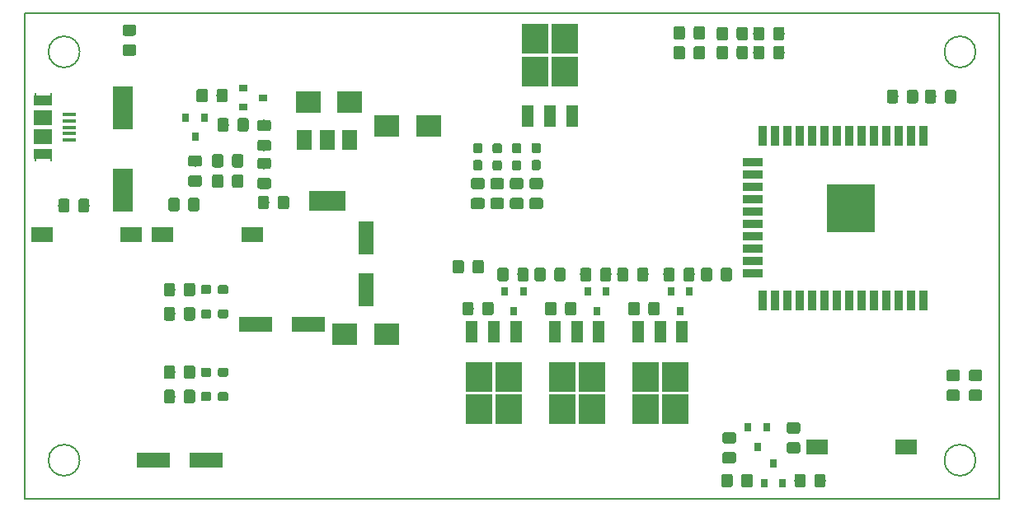
<source format=gbr>
%TF.GenerationSoftware,KiCad,Pcbnew,5.0.0-fee4fd1~66~ubuntu16.04.1*%
%TF.CreationDate,2020-03-09T22:27:40+01:00*%
%TF.ProjectId,robotond2020_ch340,726F626F746F6E64323032305F636833,rev?*%
%TF.SameCoordinates,Original*%
%TF.FileFunction,Paste,Top*%
%TF.FilePolarity,Positive*%
%FSLAX46Y46*%
G04 Gerber Fmt 4.6, Leading zero omitted, Abs format (unit mm)*
G04 Created by KiCad (PCBNEW 5.0.0-fee4fd1~66~ubuntu16.04.1) date Mon Mar  9 22:27:40 2020*
%MOMM*%
%LPD*%
G01*
G04 APERTURE LIST*
%ADD10C,0.200000*%
%ADD11C,0.150000*%
%ADD12R,1.600000X3.500000*%
%ADD13R,3.500000X1.600000*%
%ADD14C,1.150000*%
%ADD15C,0.950000*%
%ADD16R,2.500000X2.300000*%
%ADD17R,0.800000X0.900000*%
%ADD18R,0.240000X0.300000*%
%ADD19R,1.900000X1.500000*%
%ADD20R,1.350000X0.400000*%
%ADD21R,1.900000X1.000000*%
%ADD22R,0.900000X0.800000*%
%ADD23R,2.750000X3.050000*%
%ADD24R,1.200000X2.200000*%
%ADD25R,2.180000X1.600000*%
%ADD26R,5.000000X5.000000*%
%ADD27R,0.900000X2.000000*%
%ADD28R,2.000000X0.900000*%
%ADD29R,3.800000X2.000000*%
%ADD30R,1.500000X2.000000*%
%ADD31R,2.000000X4.500000*%
G04 APERTURE END LIST*
D10*
X197600000Y-96000000D02*
G75*
G03X197600000Y-96000000I-1600000J0D01*
G01*
X105600000Y-96000000D02*
G75*
G03X105600000Y-96000000I-1600000J0D01*
G01*
X105600000Y-54000000D02*
G75*
G03X105600000Y-54000000I-1600000J0D01*
G01*
X197600000Y-54000000D02*
G75*
G03X197600000Y-54000000I-1600000J0D01*
G01*
D11*
X100000000Y-100000000D02*
X100000000Y-50000000D01*
X200000000Y-100000000D02*
X100000000Y-100000000D01*
X200000000Y-50000000D02*
X200000000Y-100000000D01*
X100000000Y-50000000D02*
X200000000Y-50000000D01*
D12*
X135000000Y-78500000D03*
X135000000Y-73100000D03*
D13*
X113200000Y-96000000D03*
X118600000Y-96000000D03*
X129100000Y-82000000D03*
X123700000Y-82000000D03*
D11*
G36*
X111174505Y-53251204D02*
X111198773Y-53254804D01*
X111222572Y-53260765D01*
X111245671Y-53269030D01*
X111267850Y-53279520D01*
X111288893Y-53292132D01*
X111308599Y-53306747D01*
X111326777Y-53323223D01*
X111343253Y-53341401D01*
X111357868Y-53361107D01*
X111370480Y-53382150D01*
X111380970Y-53404329D01*
X111389235Y-53427428D01*
X111395196Y-53451227D01*
X111398796Y-53475495D01*
X111400000Y-53499999D01*
X111400000Y-54150001D01*
X111398796Y-54174505D01*
X111395196Y-54198773D01*
X111389235Y-54222572D01*
X111380970Y-54245671D01*
X111370480Y-54267850D01*
X111357868Y-54288893D01*
X111343253Y-54308599D01*
X111326777Y-54326777D01*
X111308599Y-54343253D01*
X111288893Y-54357868D01*
X111267850Y-54370480D01*
X111245671Y-54380970D01*
X111222572Y-54389235D01*
X111198773Y-54395196D01*
X111174505Y-54398796D01*
X111150001Y-54400000D01*
X110249999Y-54400000D01*
X110225495Y-54398796D01*
X110201227Y-54395196D01*
X110177428Y-54389235D01*
X110154329Y-54380970D01*
X110132150Y-54370480D01*
X110111107Y-54357868D01*
X110091401Y-54343253D01*
X110073223Y-54326777D01*
X110056747Y-54308599D01*
X110042132Y-54288893D01*
X110029520Y-54267850D01*
X110019030Y-54245671D01*
X110010765Y-54222572D01*
X110004804Y-54198773D01*
X110001204Y-54174505D01*
X110000000Y-54150001D01*
X110000000Y-53499999D01*
X110001204Y-53475495D01*
X110004804Y-53451227D01*
X110010765Y-53427428D01*
X110019030Y-53404329D01*
X110029520Y-53382150D01*
X110042132Y-53361107D01*
X110056747Y-53341401D01*
X110073223Y-53323223D01*
X110091401Y-53306747D01*
X110111107Y-53292132D01*
X110132150Y-53279520D01*
X110154329Y-53269030D01*
X110177428Y-53260765D01*
X110201227Y-53254804D01*
X110225495Y-53251204D01*
X110249999Y-53250000D01*
X111150001Y-53250000D01*
X111174505Y-53251204D01*
X111174505Y-53251204D01*
G37*
D14*
X110700000Y-53825000D03*
D11*
G36*
X111174505Y-51201204D02*
X111198773Y-51204804D01*
X111222572Y-51210765D01*
X111245671Y-51219030D01*
X111267850Y-51229520D01*
X111288893Y-51242132D01*
X111308599Y-51256747D01*
X111326777Y-51273223D01*
X111343253Y-51291401D01*
X111357868Y-51311107D01*
X111370480Y-51332150D01*
X111380970Y-51354329D01*
X111389235Y-51377428D01*
X111395196Y-51401227D01*
X111398796Y-51425495D01*
X111400000Y-51449999D01*
X111400000Y-52100001D01*
X111398796Y-52124505D01*
X111395196Y-52148773D01*
X111389235Y-52172572D01*
X111380970Y-52195671D01*
X111370480Y-52217850D01*
X111357868Y-52238893D01*
X111343253Y-52258599D01*
X111326777Y-52276777D01*
X111308599Y-52293253D01*
X111288893Y-52307868D01*
X111267850Y-52320480D01*
X111245671Y-52330970D01*
X111222572Y-52339235D01*
X111198773Y-52345196D01*
X111174505Y-52348796D01*
X111150001Y-52350000D01*
X110249999Y-52350000D01*
X110225495Y-52348796D01*
X110201227Y-52345196D01*
X110177428Y-52339235D01*
X110154329Y-52330970D01*
X110132150Y-52320480D01*
X110111107Y-52307868D01*
X110091401Y-52293253D01*
X110073223Y-52276777D01*
X110056747Y-52258599D01*
X110042132Y-52238893D01*
X110029520Y-52217850D01*
X110019030Y-52195671D01*
X110010765Y-52172572D01*
X110004804Y-52148773D01*
X110001204Y-52124505D01*
X110000000Y-52100001D01*
X110000000Y-51449999D01*
X110001204Y-51425495D01*
X110004804Y-51401227D01*
X110010765Y-51377428D01*
X110019030Y-51354329D01*
X110029520Y-51332150D01*
X110042132Y-51311107D01*
X110056747Y-51291401D01*
X110073223Y-51273223D01*
X110091401Y-51256747D01*
X110111107Y-51242132D01*
X110132150Y-51229520D01*
X110154329Y-51219030D01*
X110177428Y-51210765D01*
X110201227Y-51204804D01*
X110225495Y-51201204D01*
X110249999Y-51200000D01*
X111150001Y-51200000D01*
X111174505Y-51201204D01*
X111174505Y-51201204D01*
G37*
D14*
X110700000Y-51775000D03*
D11*
G36*
X120124505Y-66601204D02*
X120148773Y-66604804D01*
X120172572Y-66610765D01*
X120195671Y-66619030D01*
X120217850Y-66629520D01*
X120238893Y-66642132D01*
X120258599Y-66656747D01*
X120276777Y-66673223D01*
X120293253Y-66691401D01*
X120307868Y-66711107D01*
X120320480Y-66732150D01*
X120330970Y-66754329D01*
X120339235Y-66777428D01*
X120345196Y-66801227D01*
X120348796Y-66825495D01*
X120350000Y-66849999D01*
X120350000Y-67750001D01*
X120348796Y-67774505D01*
X120345196Y-67798773D01*
X120339235Y-67822572D01*
X120330970Y-67845671D01*
X120320480Y-67867850D01*
X120307868Y-67888893D01*
X120293253Y-67908599D01*
X120276777Y-67926777D01*
X120258599Y-67943253D01*
X120238893Y-67957868D01*
X120217850Y-67970480D01*
X120195671Y-67980970D01*
X120172572Y-67989235D01*
X120148773Y-67995196D01*
X120124505Y-67998796D01*
X120100001Y-68000000D01*
X119449999Y-68000000D01*
X119425495Y-67998796D01*
X119401227Y-67995196D01*
X119377428Y-67989235D01*
X119354329Y-67980970D01*
X119332150Y-67970480D01*
X119311107Y-67957868D01*
X119291401Y-67943253D01*
X119273223Y-67926777D01*
X119256747Y-67908599D01*
X119242132Y-67888893D01*
X119229520Y-67867850D01*
X119219030Y-67845671D01*
X119210765Y-67822572D01*
X119204804Y-67798773D01*
X119201204Y-67774505D01*
X119200000Y-67750001D01*
X119200000Y-66849999D01*
X119201204Y-66825495D01*
X119204804Y-66801227D01*
X119210765Y-66777428D01*
X119219030Y-66754329D01*
X119229520Y-66732150D01*
X119242132Y-66711107D01*
X119256747Y-66691401D01*
X119273223Y-66673223D01*
X119291401Y-66656747D01*
X119311107Y-66642132D01*
X119332150Y-66629520D01*
X119354329Y-66619030D01*
X119377428Y-66610765D01*
X119401227Y-66604804D01*
X119425495Y-66601204D01*
X119449999Y-66600000D01*
X120100001Y-66600000D01*
X120124505Y-66601204D01*
X120124505Y-66601204D01*
G37*
D14*
X119775000Y-67300000D03*
D11*
G36*
X122174505Y-66601204D02*
X122198773Y-66604804D01*
X122222572Y-66610765D01*
X122245671Y-66619030D01*
X122267850Y-66629520D01*
X122288893Y-66642132D01*
X122308599Y-66656747D01*
X122326777Y-66673223D01*
X122343253Y-66691401D01*
X122357868Y-66711107D01*
X122370480Y-66732150D01*
X122380970Y-66754329D01*
X122389235Y-66777428D01*
X122395196Y-66801227D01*
X122398796Y-66825495D01*
X122400000Y-66849999D01*
X122400000Y-67750001D01*
X122398796Y-67774505D01*
X122395196Y-67798773D01*
X122389235Y-67822572D01*
X122380970Y-67845671D01*
X122370480Y-67867850D01*
X122357868Y-67888893D01*
X122343253Y-67908599D01*
X122326777Y-67926777D01*
X122308599Y-67943253D01*
X122288893Y-67957868D01*
X122267850Y-67970480D01*
X122245671Y-67980970D01*
X122222572Y-67989235D01*
X122198773Y-67995196D01*
X122174505Y-67998796D01*
X122150001Y-68000000D01*
X121499999Y-68000000D01*
X121475495Y-67998796D01*
X121451227Y-67995196D01*
X121427428Y-67989235D01*
X121404329Y-67980970D01*
X121382150Y-67970480D01*
X121361107Y-67957868D01*
X121341401Y-67943253D01*
X121323223Y-67926777D01*
X121306747Y-67908599D01*
X121292132Y-67888893D01*
X121279520Y-67867850D01*
X121269030Y-67845671D01*
X121260765Y-67822572D01*
X121254804Y-67798773D01*
X121251204Y-67774505D01*
X121250000Y-67750001D01*
X121250000Y-66849999D01*
X121251204Y-66825495D01*
X121254804Y-66801227D01*
X121260765Y-66777428D01*
X121269030Y-66754329D01*
X121279520Y-66732150D01*
X121292132Y-66711107D01*
X121306747Y-66691401D01*
X121323223Y-66673223D01*
X121341401Y-66656747D01*
X121361107Y-66642132D01*
X121382150Y-66629520D01*
X121404329Y-66619030D01*
X121427428Y-66610765D01*
X121451227Y-66604804D01*
X121475495Y-66601204D01*
X121499999Y-66600000D01*
X122150001Y-66600000D01*
X122174505Y-66601204D01*
X122174505Y-66601204D01*
G37*
D14*
X121825000Y-67300000D03*
D11*
G36*
X144824505Y-75401204D02*
X144848773Y-75404804D01*
X144872572Y-75410765D01*
X144895671Y-75419030D01*
X144917850Y-75429520D01*
X144938893Y-75442132D01*
X144958599Y-75456747D01*
X144976777Y-75473223D01*
X144993253Y-75491401D01*
X145007868Y-75511107D01*
X145020480Y-75532150D01*
X145030970Y-75554329D01*
X145039235Y-75577428D01*
X145045196Y-75601227D01*
X145048796Y-75625495D01*
X145050000Y-75649999D01*
X145050000Y-76550001D01*
X145048796Y-76574505D01*
X145045196Y-76598773D01*
X145039235Y-76622572D01*
X145030970Y-76645671D01*
X145020480Y-76667850D01*
X145007868Y-76688893D01*
X144993253Y-76708599D01*
X144976777Y-76726777D01*
X144958599Y-76743253D01*
X144938893Y-76757868D01*
X144917850Y-76770480D01*
X144895671Y-76780970D01*
X144872572Y-76789235D01*
X144848773Y-76795196D01*
X144824505Y-76798796D01*
X144800001Y-76800000D01*
X144149999Y-76800000D01*
X144125495Y-76798796D01*
X144101227Y-76795196D01*
X144077428Y-76789235D01*
X144054329Y-76780970D01*
X144032150Y-76770480D01*
X144011107Y-76757868D01*
X143991401Y-76743253D01*
X143973223Y-76726777D01*
X143956747Y-76708599D01*
X143942132Y-76688893D01*
X143929520Y-76667850D01*
X143919030Y-76645671D01*
X143910765Y-76622572D01*
X143904804Y-76598773D01*
X143901204Y-76574505D01*
X143900000Y-76550001D01*
X143900000Y-75649999D01*
X143901204Y-75625495D01*
X143904804Y-75601227D01*
X143910765Y-75577428D01*
X143919030Y-75554329D01*
X143929520Y-75532150D01*
X143942132Y-75511107D01*
X143956747Y-75491401D01*
X143973223Y-75473223D01*
X143991401Y-75456747D01*
X144011107Y-75442132D01*
X144032150Y-75429520D01*
X144054329Y-75419030D01*
X144077428Y-75410765D01*
X144101227Y-75404804D01*
X144125495Y-75401204D01*
X144149999Y-75400000D01*
X144800001Y-75400000D01*
X144824505Y-75401204D01*
X144824505Y-75401204D01*
G37*
D14*
X144475000Y-76100000D03*
D11*
G36*
X146874505Y-75401204D02*
X146898773Y-75404804D01*
X146922572Y-75410765D01*
X146945671Y-75419030D01*
X146967850Y-75429520D01*
X146988893Y-75442132D01*
X147008599Y-75456747D01*
X147026777Y-75473223D01*
X147043253Y-75491401D01*
X147057868Y-75511107D01*
X147070480Y-75532150D01*
X147080970Y-75554329D01*
X147089235Y-75577428D01*
X147095196Y-75601227D01*
X147098796Y-75625495D01*
X147100000Y-75649999D01*
X147100000Y-76550001D01*
X147098796Y-76574505D01*
X147095196Y-76598773D01*
X147089235Y-76622572D01*
X147080970Y-76645671D01*
X147070480Y-76667850D01*
X147057868Y-76688893D01*
X147043253Y-76708599D01*
X147026777Y-76726777D01*
X147008599Y-76743253D01*
X146988893Y-76757868D01*
X146967850Y-76770480D01*
X146945671Y-76780970D01*
X146922572Y-76789235D01*
X146898773Y-76795196D01*
X146874505Y-76798796D01*
X146850001Y-76800000D01*
X146199999Y-76800000D01*
X146175495Y-76798796D01*
X146151227Y-76795196D01*
X146127428Y-76789235D01*
X146104329Y-76780970D01*
X146082150Y-76770480D01*
X146061107Y-76757868D01*
X146041401Y-76743253D01*
X146023223Y-76726777D01*
X146006747Y-76708599D01*
X145992132Y-76688893D01*
X145979520Y-76667850D01*
X145969030Y-76645671D01*
X145960765Y-76622572D01*
X145954804Y-76598773D01*
X145951204Y-76574505D01*
X145950000Y-76550001D01*
X145950000Y-75649999D01*
X145951204Y-75625495D01*
X145954804Y-75601227D01*
X145960765Y-75577428D01*
X145969030Y-75554329D01*
X145979520Y-75532150D01*
X145992132Y-75511107D01*
X146006747Y-75491401D01*
X146023223Y-75473223D01*
X146041401Y-75456747D01*
X146061107Y-75442132D01*
X146082150Y-75429520D01*
X146104329Y-75419030D01*
X146127428Y-75410765D01*
X146151227Y-75404804D01*
X146175495Y-75401204D01*
X146199999Y-75400000D01*
X146850001Y-75400000D01*
X146874505Y-75401204D01*
X146874505Y-75401204D01*
G37*
D14*
X146525000Y-76100000D03*
D11*
G36*
X189424505Y-57901204D02*
X189448773Y-57904804D01*
X189472572Y-57910765D01*
X189495671Y-57919030D01*
X189517850Y-57929520D01*
X189538893Y-57942132D01*
X189558599Y-57956747D01*
X189576777Y-57973223D01*
X189593253Y-57991401D01*
X189607868Y-58011107D01*
X189620480Y-58032150D01*
X189630970Y-58054329D01*
X189639235Y-58077428D01*
X189645196Y-58101227D01*
X189648796Y-58125495D01*
X189650000Y-58149999D01*
X189650000Y-59050001D01*
X189648796Y-59074505D01*
X189645196Y-59098773D01*
X189639235Y-59122572D01*
X189630970Y-59145671D01*
X189620480Y-59167850D01*
X189607868Y-59188893D01*
X189593253Y-59208599D01*
X189576777Y-59226777D01*
X189558599Y-59243253D01*
X189538893Y-59257868D01*
X189517850Y-59270480D01*
X189495671Y-59280970D01*
X189472572Y-59289235D01*
X189448773Y-59295196D01*
X189424505Y-59298796D01*
X189400001Y-59300000D01*
X188749999Y-59300000D01*
X188725495Y-59298796D01*
X188701227Y-59295196D01*
X188677428Y-59289235D01*
X188654329Y-59280970D01*
X188632150Y-59270480D01*
X188611107Y-59257868D01*
X188591401Y-59243253D01*
X188573223Y-59226777D01*
X188556747Y-59208599D01*
X188542132Y-59188893D01*
X188529520Y-59167850D01*
X188519030Y-59145671D01*
X188510765Y-59122572D01*
X188504804Y-59098773D01*
X188501204Y-59074505D01*
X188500000Y-59050001D01*
X188500000Y-58149999D01*
X188501204Y-58125495D01*
X188504804Y-58101227D01*
X188510765Y-58077428D01*
X188519030Y-58054329D01*
X188529520Y-58032150D01*
X188542132Y-58011107D01*
X188556747Y-57991401D01*
X188573223Y-57973223D01*
X188591401Y-57956747D01*
X188611107Y-57942132D01*
X188632150Y-57929520D01*
X188654329Y-57919030D01*
X188677428Y-57910765D01*
X188701227Y-57904804D01*
X188725495Y-57901204D01*
X188749999Y-57900000D01*
X189400001Y-57900000D01*
X189424505Y-57901204D01*
X189424505Y-57901204D01*
G37*
D14*
X189075000Y-58600000D03*
D11*
G36*
X191474505Y-57901204D02*
X191498773Y-57904804D01*
X191522572Y-57910765D01*
X191545671Y-57919030D01*
X191567850Y-57929520D01*
X191588893Y-57942132D01*
X191608599Y-57956747D01*
X191626777Y-57973223D01*
X191643253Y-57991401D01*
X191657868Y-58011107D01*
X191670480Y-58032150D01*
X191680970Y-58054329D01*
X191689235Y-58077428D01*
X191695196Y-58101227D01*
X191698796Y-58125495D01*
X191700000Y-58149999D01*
X191700000Y-59050001D01*
X191698796Y-59074505D01*
X191695196Y-59098773D01*
X191689235Y-59122572D01*
X191680970Y-59145671D01*
X191670480Y-59167850D01*
X191657868Y-59188893D01*
X191643253Y-59208599D01*
X191626777Y-59226777D01*
X191608599Y-59243253D01*
X191588893Y-59257868D01*
X191567850Y-59270480D01*
X191545671Y-59280970D01*
X191522572Y-59289235D01*
X191498773Y-59295196D01*
X191474505Y-59298796D01*
X191450001Y-59300000D01*
X190799999Y-59300000D01*
X190775495Y-59298796D01*
X190751227Y-59295196D01*
X190727428Y-59289235D01*
X190704329Y-59280970D01*
X190682150Y-59270480D01*
X190661107Y-59257868D01*
X190641401Y-59243253D01*
X190623223Y-59226777D01*
X190606747Y-59208599D01*
X190592132Y-59188893D01*
X190579520Y-59167850D01*
X190569030Y-59145671D01*
X190560765Y-59122572D01*
X190554804Y-59098773D01*
X190551204Y-59074505D01*
X190550000Y-59050001D01*
X190550000Y-58149999D01*
X190551204Y-58125495D01*
X190554804Y-58101227D01*
X190560765Y-58077428D01*
X190569030Y-58054329D01*
X190579520Y-58032150D01*
X190592132Y-58011107D01*
X190606747Y-57991401D01*
X190623223Y-57973223D01*
X190641401Y-57956747D01*
X190661107Y-57942132D01*
X190682150Y-57929520D01*
X190704329Y-57919030D01*
X190727428Y-57910765D01*
X190751227Y-57904804D01*
X190775495Y-57901204D01*
X190799999Y-57900000D01*
X191450001Y-57900000D01*
X191474505Y-57901204D01*
X191474505Y-57901204D01*
G37*
D14*
X191125000Y-58600000D03*
D11*
G36*
X198074505Y-88751204D02*
X198098773Y-88754804D01*
X198122572Y-88760765D01*
X198145671Y-88769030D01*
X198167850Y-88779520D01*
X198188893Y-88792132D01*
X198208599Y-88806747D01*
X198226777Y-88823223D01*
X198243253Y-88841401D01*
X198257868Y-88861107D01*
X198270480Y-88882150D01*
X198280970Y-88904329D01*
X198289235Y-88927428D01*
X198295196Y-88951227D01*
X198298796Y-88975495D01*
X198300000Y-88999999D01*
X198300000Y-89650001D01*
X198298796Y-89674505D01*
X198295196Y-89698773D01*
X198289235Y-89722572D01*
X198280970Y-89745671D01*
X198270480Y-89767850D01*
X198257868Y-89788893D01*
X198243253Y-89808599D01*
X198226777Y-89826777D01*
X198208599Y-89843253D01*
X198188893Y-89857868D01*
X198167850Y-89870480D01*
X198145671Y-89880970D01*
X198122572Y-89889235D01*
X198098773Y-89895196D01*
X198074505Y-89898796D01*
X198050001Y-89900000D01*
X197149999Y-89900000D01*
X197125495Y-89898796D01*
X197101227Y-89895196D01*
X197077428Y-89889235D01*
X197054329Y-89880970D01*
X197032150Y-89870480D01*
X197011107Y-89857868D01*
X196991401Y-89843253D01*
X196973223Y-89826777D01*
X196956747Y-89808599D01*
X196942132Y-89788893D01*
X196929520Y-89767850D01*
X196919030Y-89745671D01*
X196910765Y-89722572D01*
X196904804Y-89698773D01*
X196901204Y-89674505D01*
X196900000Y-89650001D01*
X196900000Y-88999999D01*
X196901204Y-88975495D01*
X196904804Y-88951227D01*
X196910765Y-88927428D01*
X196919030Y-88904329D01*
X196929520Y-88882150D01*
X196942132Y-88861107D01*
X196956747Y-88841401D01*
X196973223Y-88823223D01*
X196991401Y-88806747D01*
X197011107Y-88792132D01*
X197032150Y-88779520D01*
X197054329Y-88769030D01*
X197077428Y-88760765D01*
X197101227Y-88754804D01*
X197125495Y-88751204D01*
X197149999Y-88750000D01*
X198050001Y-88750000D01*
X198074505Y-88751204D01*
X198074505Y-88751204D01*
G37*
D14*
X197600000Y-89325000D03*
D11*
G36*
X198074505Y-86701204D02*
X198098773Y-86704804D01*
X198122572Y-86710765D01*
X198145671Y-86719030D01*
X198167850Y-86729520D01*
X198188893Y-86742132D01*
X198208599Y-86756747D01*
X198226777Y-86773223D01*
X198243253Y-86791401D01*
X198257868Y-86811107D01*
X198270480Y-86832150D01*
X198280970Y-86854329D01*
X198289235Y-86877428D01*
X198295196Y-86901227D01*
X198298796Y-86925495D01*
X198300000Y-86949999D01*
X198300000Y-87600001D01*
X198298796Y-87624505D01*
X198295196Y-87648773D01*
X198289235Y-87672572D01*
X198280970Y-87695671D01*
X198270480Y-87717850D01*
X198257868Y-87738893D01*
X198243253Y-87758599D01*
X198226777Y-87776777D01*
X198208599Y-87793253D01*
X198188893Y-87807868D01*
X198167850Y-87820480D01*
X198145671Y-87830970D01*
X198122572Y-87839235D01*
X198098773Y-87845196D01*
X198074505Y-87848796D01*
X198050001Y-87850000D01*
X197149999Y-87850000D01*
X197125495Y-87848796D01*
X197101227Y-87845196D01*
X197077428Y-87839235D01*
X197054329Y-87830970D01*
X197032150Y-87820480D01*
X197011107Y-87807868D01*
X196991401Y-87793253D01*
X196973223Y-87776777D01*
X196956747Y-87758599D01*
X196942132Y-87738893D01*
X196929520Y-87717850D01*
X196919030Y-87695671D01*
X196910765Y-87672572D01*
X196904804Y-87648773D01*
X196901204Y-87624505D01*
X196900000Y-87600001D01*
X196900000Y-86949999D01*
X196901204Y-86925495D01*
X196904804Y-86901227D01*
X196910765Y-86877428D01*
X196919030Y-86854329D01*
X196929520Y-86832150D01*
X196942132Y-86811107D01*
X196956747Y-86791401D01*
X196973223Y-86773223D01*
X196991401Y-86756747D01*
X197011107Y-86742132D01*
X197032150Y-86729520D01*
X197054329Y-86719030D01*
X197077428Y-86710765D01*
X197101227Y-86704804D01*
X197125495Y-86701204D01*
X197149999Y-86700000D01*
X198050001Y-86700000D01*
X198074505Y-86701204D01*
X198074505Y-86701204D01*
G37*
D14*
X197600000Y-87275000D03*
D11*
G36*
X195374505Y-57901204D02*
X195398773Y-57904804D01*
X195422572Y-57910765D01*
X195445671Y-57919030D01*
X195467850Y-57929520D01*
X195488893Y-57942132D01*
X195508599Y-57956747D01*
X195526777Y-57973223D01*
X195543253Y-57991401D01*
X195557868Y-58011107D01*
X195570480Y-58032150D01*
X195580970Y-58054329D01*
X195589235Y-58077428D01*
X195595196Y-58101227D01*
X195598796Y-58125495D01*
X195600000Y-58149999D01*
X195600000Y-59050001D01*
X195598796Y-59074505D01*
X195595196Y-59098773D01*
X195589235Y-59122572D01*
X195580970Y-59145671D01*
X195570480Y-59167850D01*
X195557868Y-59188893D01*
X195543253Y-59208599D01*
X195526777Y-59226777D01*
X195508599Y-59243253D01*
X195488893Y-59257868D01*
X195467850Y-59270480D01*
X195445671Y-59280970D01*
X195422572Y-59289235D01*
X195398773Y-59295196D01*
X195374505Y-59298796D01*
X195350001Y-59300000D01*
X194699999Y-59300000D01*
X194675495Y-59298796D01*
X194651227Y-59295196D01*
X194627428Y-59289235D01*
X194604329Y-59280970D01*
X194582150Y-59270480D01*
X194561107Y-59257868D01*
X194541401Y-59243253D01*
X194523223Y-59226777D01*
X194506747Y-59208599D01*
X194492132Y-59188893D01*
X194479520Y-59167850D01*
X194469030Y-59145671D01*
X194460765Y-59122572D01*
X194454804Y-59098773D01*
X194451204Y-59074505D01*
X194450000Y-59050001D01*
X194450000Y-58149999D01*
X194451204Y-58125495D01*
X194454804Y-58101227D01*
X194460765Y-58077428D01*
X194469030Y-58054329D01*
X194479520Y-58032150D01*
X194492132Y-58011107D01*
X194506747Y-57991401D01*
X194523223Y-57973223D01*
X194541401Y-57956747D01*
X194561107Y-57942132D01*
X194582150Y-57929520D01*
X194604329Y-57919030D01*
X194627428Y-57910765D01*
X194651227Y-57904804D01*
X194675495Y-57901204D01*
X194699999Y-57900000D01*
X195350001Y-57900000D01*
X195374505Y-57901204D01*
X195374505Y-57901204D01*
G37*
D14*
X195025000Y-58600000D03*
D11*
G36*
X193324505Y-57901204D02*
X193348773Y-57904804D01*
X193372572Y-57910765D01*
X193395671Y-57919030D01*
X193417850Y-57929520D01*
X193438893Y-57942132D01*
X193458599Y-57956747D01*
X193476777Y-57973223D01*
X193493253Y-57991401D01*
X193507868Y-58011107D01*
X193520480Y-58032150D01*
X193530970Y-58054329D01*
X193539235Y-58077428D01*
X193545196Y-58101227D01*
X193548796Y-58125495D01*
X193550000Y-58149999D01*
X193550000Y-59050001D01*
X193548796Y-59074505D01*
X193545196Y-59098773D01*
X193539235Y-59122572D01*
X193530970Y-59145671D01*
X193520480Y-59167850D01*
X193507868Y-59188893D01*
X193493253Y-59208599D01*
X193476777Y-59226777D01*
X193458599Y-59243253D01*
X193438893Y-59257868D01*
X193417850Y-59270480D01*
X193395671Y-59280970D01*
X193372572Y-59289235D01*
X193348773Y-59295196D01*
X193324505Y-59298796D01*
X193300001Y-59300000D01*
X192649999Y-59300000D01*
X192625495Y-59298796D01*
X192601227Y-59295196D01*
X192577428Y-59289235D01*
X192554329Y-59280970D01*
X192532150Y-59270480D01*
X192511107Y-59257868D01*
X192491401Y-59243253D01*
X192473223Y-59226777D01*
X192456747Y-59208599D01*
X192442132Y-59188893D01*
X192429520Y-59167850D01*
X192419030Y-59145671D01*
X192410765Y-59122572D01*
X192404804Y-59098773D01*
X192401204Y-59074505D01*
X192400000Y-59050001D01*
X192400000Y-58149999D01*
X192401204Y-58125495D01*
X192404804Y-58101227D01*
X192410765Y-58077428D01*
X192419030Y-58054329D01*
X192429520Y-58032150D01*
X192442132Y-58011107D01*
X192456747Y-57991401D01*
X192473223Y-57973223D01*
X192491401Y-57956747D01*
X192511107Y-57942132D01*
X192532150Y-57929520D01*
X192554329Y-57919030D01*
X192577428Y-57910765D01*
X192601227Y-57904804D01*
X192625495Y-57901204D01*
X192649999Y-57900000D01*
X193300001Y-57900000D01*
X193324505Y-57901204D01*
X193324505Y-57901204D01*
G37*
D14*
X192975000Y-58600000D03*
D11*
G36*
X167524505Y-51351204D02*
X167548773Y-51354804D01*
X167572572Y-51360765D01*
X167595671Y-51369030D01*
X167617850Y-51379520D01*
X167638893Y-51392132D01*
X167658599Y-51406747D01*
X167676777Y-51423223D01*
X167693253Y-51441401D01*
X167707868Y-51461107D01*
X167720480Y-51482150D01*
X167730970Y-51504329D01*
X167739235Y-51527428D01*
X167745196Y-51551227D01*
X167748796Y-51575495D01*
X167750000Y-51599999D01*
X167750000Y-52500001D01*
X167748796Y-52524505D01*
X167745196Y-52548773D01*
X167739235Y-52572572D01*
X167730970Y-52595671D01*
X167720480Y-52617850D01*
X167707868Y-52638893D01*
X167693253Y-52658599D01*
X167676777Y-52676777D01*
X167658599Y-52693253D01*
X167638893Y-52707868D01*
X167617850Y-52720480D01*
X167595671Y-52730970D01*
X167572572Y-52739235D01*
X167548773Y-52745196D01*
X167524505Y-52748796D01*
X167500001Y-52750000D01*
X166849999Y-52750000D01*
X166825495Y-52748796D01*
X166801227Y-52745196D01*
X166777428Y-52739235D01*
X166754329Y-52730970D01*
X166732150Y-52720480D01*
X166711107Y-52707868D01*
X166691401Y-52693253D01*
X166673223Y-52676777D01*
X166656747Y-52658599D01*
X166642132Y-52638893D01*
X166629520Y-52617850D01*
X166619030Y-52595671D01*
X166610765Y-52572572D01*
X166604804Y-52548773D01*
X166601204Y-52524505D01*
X166600000Y-52500001D01*
X166600000Y-51599999D01*
X166601204Y-51575495D01*
X166604804Y-51551227D01*
X166610765Y-51527428D01*
X166619030Y-51504329D01*
X166629520Y-51482150D01*
X166642132Y-51461107D01*
X166656747Y-51441401D01*
X166673223Y-51423223D01*
X166691401Y-51406747D01*
X166711107Y-51392132D01*
X166732150Y-51379520D01*
X166754329Y-51369030D01*
X166777428Y-51360765D01*
X166801227Y-51354804D01*
X166825495Y-51351204D01*
X166849999Y-51350000D01*
X167500001Y-51350000D01*
X167524505Y-51351204D01*
X167524505Y-51351204D01*
G37*
D14*
X167175000Y-52050000D03*
D11*
G36*
X169574505Y-51351204D02*
X169598773Y-51354804D01*
X169622572Y-51360765D01*
X169645671Y-51369030D01*
X169667850Y-51379520D01*
X169688893Y-51392132D01*
X169708599Y-51406747D01*
X169726777Y-51423223D01*
X169743253Y-51441401D01*
X169757868Y-51461107D01*
X169770480Y-51482150D01*
X169780970Y-51504329D01*
X169789235Y-51527428D01*
X169795196Y-51551227D01*
X169798796Y-51575495D01*
X169800000Y-51599999D01*
X169800000Y-52500001D01*
X169798796Y-52524505D01*
X169795196Y-52548773D01*
X169789235Y-52572572D01*
X169780970Y-52595671D01*
X169770480Y-52617850D01*
X169757868Y-52638893D01*
X169743253Y-52658599D01*
X169726777Y-52676777D01*
X169708599Y-52693253D01*
X169688893Y-52707868D01*
X169667850Y-52720480D01*
X169645671Y-52730970D01*
X169622572Y-52739235D01*
X169598773Y-52745196D01*
X169574505Y-52748796D01*
X169550001Y-52750000D01*
X168899999Y-52750000D01*
X168875495Y-52748796D01*
X168851227Y-52745196D01*
X168827428Y-52739235D01*
X168804329Y-52730970D01*
X168782150Y-52720480D01*
X168761107Y-52707868D01*
X168741401Y-52693253D01*
X168723223Y-52676777D01*
X168706747Y-52658599D01*
X168692132Y-52638893D01*
X168679520Y-52617850D01*
X168669030Y-52595671D01*
X168660765Y-52572572D01*
X168654804Y-52548773D01*
X168651204Y-52524505D01*
X168650000Y-52500001D01*
X168650000Y-51599999D01*
X168651204Y-51575495D01*
X168654804Y-51551227D01*
X168660765Y-51527428D01*
X168669030Y-51504329D01*
X168679520Y-51482150D01*
X168692132Y-51461107D01*
X168706747Y-51441401D01*
X168723223Y-51423223D01*
X168741401Y-51406747D01*
X168761107Y-51392132D01*
X168782150Y-51379520D01*
X168804329Y-51369030D01*
X168827428Y-51360765D01*
X168851227Y-51354804D01*
X168875495Y-51351204D01*
X168899999Y-51350000D01*
X169550001Y-51350000D01*
X169574505Y-51351204D01*
X169574505Y-51351204D01*
G37*
D14*
X169225000Y-52050000D03*
D11*
G36*
X169574505Y-53401204D02*
X169598773Y-53404804D01*
X169622572Y-53410765D01*
X169645671Y-53419030D01*
X169667850Y-53429520D01*
X169688893Y-53442132D01*
X169708599Y-53456747D01*
X169726777Y-53473223D01*
X169743253Y-53491401D01*
X169757868Y-53511107D01*
X169770480Y-53532150D01*
X169780970Y-53554329D01*
X169789235Y-53577428D01*
X169795196Y-53601227D01*
X169798796Y-53625495D01*
X169800000Y-53649999D01*
X169800000Y-54550001D01*
X169798796Y-54574505D01*
X169795196Y-54598773D01*
X169789235Y-54622572D01*
X169780970Y-54645671D01*
X169770480Y-54667850D01*
X169757868Y-54688893D01*
X169743253Y-54708599D01*
X169726777Y-54726777D01*
X169708599Y-54743253D01*
X169688893Y-54757868D01*
X169667850Y-54770480D01*
X169645671Y-54780970D01*
X169622572Y-54789235D01*
X169598773Y-54795196D01*
X169574505Y-54798796D01*
X169550001Y-54800000D01*
X168899999Y-54800000D01*
X168875495Y-54798796D01*
X168851227Y-54795196D01*
X168827428Y-54789235D01*
X168804329Y-54780970D01*
X168782150Y-54770480D01*
X168761107Y-54757868D01*
X168741401Y-54743253D01*
X168723223Y-54726777D01*
X168706747Y-54708599D01*
X168692132Y-54688893D01*
X168679520Y-54667850D01*
X168669030Y-54645671D01*
X168660765Y-54622572D01*
X168654804Y-54598773D01*
X168651204Y-54574505D01*
X168650000Y-54550001D01*
X168650000Y-53649999D01*
X168651204Y-53625495D01*
X168654804Y-53601227D01*
X168660765Y-53577428D01*
X168669030Y-53554329D01*
X168679520Y-53532150D01*
X168692132Y-53511107D01*
X168706747Y-53491401D01*
X168723223Y-53473223D01*
X168741401Y-53456747D01*
X168761107Y-53442132D01*
X168782150Y-53429520D01*
X168804329Y-53419030D01*
X168827428Y-53410765D01*
X168851227Y-53404804D01*
X168875495Y-53401204D01*
X168899999Y-53400000D01*
X169550001Y-53400000D01*
X169574505Y-53401204D01*
X169574505Y-53401204D01*
G37*
D14*
X169225000Y-54100000D03*
D11*
G36*
X167524505Y-53401204D02*
X167548773Y-53404804D01*
X167572572Y-53410765D01*
X167595671Y-53419030D01*
X167617850Y-53429520D01*
X167638893Y-53442132D01*
X167658599Y-53456747D01*
X167676777Y-53473223D01*
X167693253Y-53491401D01*
X167707868Y-53511107D01*
X167720480Y-53532150D01*
X167730970Y-53554329D01*
X167739235Y-53577428D01*
X167745196Y-53601227D01*
X167748796Y-53625495D01*
X167750000Y-53649999D01*
X167750000Y-54550001D01*
X167748796Y-54574505D01*
X167745196Y-54598773D01*
X167739235Y-54622572D01*
X167730970Y-54645671D01*
X167720480Y-54667850D01*
X167707868Y-54688893D01*
X167693253Y-54708599D01*
X167676777Y-54726777D01*
X167658599Y-54743253D01*
X167638893Y-54757868D01*
X167617850Y-54770480D01*
X167595671Y-54780970D01*
X167572572Y-54789235D01*
X167548773Y-54795196D01*
X167524505Y-54798796D01*
X167500001Y-54800000D01*
X166849999Y-54800000D01*
X166825495Y-54798796D01*
X166801227Y-54795196D01*
X166777428Y-54789235D01*
X166754329Y-54780970D01*
X166732150Y-54770480D01*
X166711107Y-54757868D01*
X166691401Y-54743253D01*
X166673223Y-54726777D01*
X166656747Y-54708599D01*
X166642132Y-54688893D01*
X166629520Y-54667850D01*
X166619030Y-54645671D01*
X166610765Y-54622572D01*
X166604804Y-54598773D01*
X166601204Y-54574505D01*
X166600000Y-54550001D01*
X166600000Y-53649999D01*
X166601204Y-53625495D01*
X166604804Y-53601227D01*
X166610765Y-53577428D01*
X166619030Y-53554329D01*
X166629520Y-53532150D01*
X166642132Y-53511107D01*
X166656747Y-53491401D01*
X166673223Y-53473223D01*
X166691401Y-53456747D01*
X166711107Y-53442132D01*
X166732150Y-53429520D01*
X166754329Y-53419030D01*
X166777428Y-53410765D01*
X166801227Y-53404804D01*
X166825495Y-53401204D01*
X166849999Y-53400000D01*
X167500001Y-53400000D01*
X167524505Y-53401204D01*
X167524505Y-53401204D01*
G37*
D14*
X167175000Y-54100000D03*
D11*
G36*
X124824505Y-68801204D02*
X124848773Y-68804804D01*
X124872572Y-68810765D01*
X124895671Y-68819030D01*
X124917850Y-68829520D01*
X124938893Y-68842132D01*
X124958599Y-68856747D01*
X124976777Y-68873223D01*
X124993253Y-68891401D01*
X125007868Y-68911107D01*
X125020480Y-68932150D01*
X125030970Y-68954329D01*
X125039235Y-68977428D01*
X125045196Y-69001227D01*
X125048796Y-69025495D01*
X125050000Y-69049999D01*
X125050000Y-69950001D01*
X125048796Y-69974505D01*
X125045196Y-69998773D01*
X125039235Y-70022572D01*
X125030970Y-70045671D01*
X125020480Y-70067850D01*
X125007868Y-70088893D01*
X124993253Y-70108599D01*
X124976777Y-70126777D01*
X124958599Y-70143253D01*
X124938893Y-70157868D01*
X124917850Y-70170480D01*
X124895671Y-70180970D01*
X124872572Y-70189235D01*
X124848773Y-70195196D01*
X124824505Y-70198796D01*
X124800001Y-70200000D01*
X124149999Y-70200000D01*
X124125495Y-70198796D01*
X124101227Y-70195196D01*
X124077428Y-70189235D01*
X124054329Y-70180970D01*
X124032150Y-70170480D01*
X124011107Y-70157868D01*
X123991401Y-70143253D01*
X123973223Y-70126777D01*
X123956747Y-70108599D01*
X123942132Y-70088893D01*
X123929520Y-70067850D01*
X123919030Y-70045671D01*
X123910765Y-70022572D01*
X123904804Y-69998773D01*
X123901204Y-69974505D01*
X123900000Y-69950001D01*
X123900000Y-69049999D01*
X123901204Y-69025495D01*
X123904804Y-69001227D01*
X123910765Y-68977428D01*
X123919030Y-68954329D01*
X123929520Y-68932150D01*
X123942132Y-68911107D01*
X123956747Y-68891401D01*
X123973223Y-68873223D01*
X123991401Y-68856747D01*
X124011107Y-68842132D01*
X124032150Y-68829520D01*
X124054329Y-68819030D01*
X124077428Y-68810765D01*
X124101227Y-68804804D01*
X124125495Y-68801204D01*
X124149999Y-68800000D01*
X124800001Y-68800000D01*
X124824505Y-68801204D01*
X124824505Y-68801204D01*
G37*
D14*
X124475000Y-69500000D03*
D11*
G36*
X126874505Y-68801204D02*
X126898773Y-68804804D01*
X126922572Y-68810765D01*
X126945671Y-68819030D01*
X126967850Y-68829520D01*
X126988893Y-68842132D01*
X127008599Y-68856747D01*
X127026777Y-68873223D01*
X127043253Y-68891401D01*
X127057868Y-68911107D01*
X127070480Y-68932150D01*
X127080970Y-68954329D01*
X127089235Y-68977428D01*
X127095196Y-69001227D01*
X127098796Y-69025495D01*
X127100000Y-69049999D01*
X127100000Y-69950001D01*
X127098796Y-69974505D01*
X127095196Y-69998773D01*
X127089235Y-70022572D01*
X127080970Y-70045671D01*
X127070480Y-70067850D01*
X127057868Y-70088893D01*
X127043253Y-70108599D01*
X127026777Y-70126777D01*
X127008599Y-70143253D01*
X126988893Y-70157868D01*
X126967850Y-70170480D01*
X126945671Y-70180970D01*
X126922572Y-70189235D01*
X126898773Y-70195196D01*
X126874505Y-70198796D01*
X126850001Y-70200000D01*
X126199999Y-70200000D01*
X126175495Y-70198796D01*
X126151227Y-70195196D01*
X126127428Y-70189235D01*
X126104329Y-70180970D01*
X126082150Y-70170480D01*
X126061107Y-70157868D01*
X126041401Y-70143253D01*
X126023223Y-70126777D01*
X126006747Y-70108599D01*
X125992132Y-70088893D01*
X125979520Y-70067850D01*
X125969030Y-70045671D01*
X125960765Y-70022572D01*
X125954804Y-69998773D01*
X125951204Y-69974505D01*
X125950000Y-69950001D01*
X125950000Y-69049999D01*
X125951204Y-69025495D01*
X125954804Y-69001227D01*
X125960765Y-68977428D01*
X125969030Y-68954329D01*
X125979520Y-68932150D01*
X125992132Y-68911107D01*
X126006747Y-68891401D01*
X126023223Y-68873223D01*
X126041401Y-68856747D01*
X126061107Y-68842132D01*
X126082150Y-68829520D01*
X126104329Y-68819030D01*
X126127428Y-68810765D01*
X126151227Y-68804804D01*
X126175495Y-68801204D01*
X126199999Y-68800000D01*
X126850001Y-68800000D01*
X126874505Y-68801204D01*
X126874505Y-68801204D01*
G37*
D14*
X126525000Y-69500000D03*
D11*
G36*
X195774505Y-86701204D02*
X195798773Y-86704804D01*
X195822572Y-86710765D01*
X195845671Y-86719030D01*
X195867850Y-86729520D01*
X195888893Y-86742132D01*
X195908599Y-86756747D01*
X195926777Y-86773223D01*
X195943253Y-86791401D01*
X195957868Y-86811107D01*
X195970480Y-86832150D01*
X195980970Y-86854329D01*
X195989235Y-86877428D01*
X195995196Y-86901227D01*
X195998796Y-86925495D01*
X196000000Y-86949999D01*
X196000000Y-87600001D01*
X195998796Y-87624505D01*
X195995196Y-87648773D01*
X195989235Y-87672572D01*
X195980970Y-87695671D01*
X195970480Y-87717850D01*
X195957868Y-87738893D01*
X195943253Y-87758599D01*
X195926777Y-87776777D01*
X195908599Y-87793253D01*
X195888893Y-87807868D01*
X195867850Y-87820480D01*
X195845671Y-87830970D01*
X195822572Y-87839235D01*
X195798773Y-87845196D01*
X195774505Y-87848796D01*
X195750001Y-87850000D01*
X194849999Y-87850000D01*
X194825495Y-87848796D01*
X194801227Y-87845196D01*
X194777428Y-87839235D01*
X194754329Y-87830970D01*
X194732150Y-87820480D01*
X194711107Y-87807868D01*
X194691401Y-87793253D01*
X194673223Y-87776777D01*
X194656747Y-87758599D01*
X194642132Y-87738893D01*
X194629520Y-87717850D01*
X194619030Y-87695671D01*
X194610765Y-87672572D01*
X194604804Y-87648773D01*
X194601204Y-87624505D01*
X194600000Y-87600001D01*
X194600000Y-86949999D01*
X194601204Y-86925495D01*
X194604804Y-86901227D01*
X194610765Y-86877428D01*
X194619030Y-86854329D01*
X194629520Y-86832150D01*
X194642132Y-86811107D01*
X194656747Y-86791401D01*
X194673223Y-86773223D01*
X194691401Y-86756747D01*
X194711107Y-86742132D01*
X194732150Y-86729520D01*
X194754329Y-86719030D01*
X194777428Y-86710765D01*
X194801227Y-86704804D01*
X194825495Y-86701204D01*
X194849999Y-86700000D01*
X195750001Y-86700000D01*
X195774505Y-86701204D01*
X195774505Y-86701204D01*
G37*
D14*
X195300000Y-87275000D03*
D11*
G36*
X195774505Y-88751204D02*
X195798773Y-88754804D01*
X195822572Y-88760765D01*
X195845671Y-88769030D01*
X195867850Y-88779520D01*
X195888893Y-88792132D01*
X195908599Y-88806747D01*
X195926777Y-88823223D01*
X195943253Y-88841401D01*
X195957868Y-88861107D01*
X195970480Y-88882150D01*
X195980970Y-88904329D01*
X195989235Y-88927428D01*
X195995196Y-88951227D01*
X195998796Y-88975495D01*
X196000000Y-88999999D01*
X196000000Y-89650001D01*
X195998796Y-89674505D01*
X195995196Y-89698773D01*
X195989235Y-89722572D01*
X195980970Y-89745671D01*
X195970480Y-89767850D01*
X195957868Y-89788893D01*
X195943253Y-89808599D01*
X195926777Y-89826777D01*
X195908599Y-89843253D01*
X195888893Y-89857868D01*
X195867850Y-89870480D01*
X195845671Y-89880970D01*
X195822572Y-89889235D01*
X195798773Y-89895196D01*
X195774505Y-89898796D01*
X195750001Y-89900000D01*
X194849999Y-89900000D01*
X194825495Y-89898796D01*
X194801227Y-89895196D01*
X194777428Y-89889235D01*
X194754329Y-89880970D01*
X194732150Y-89870480D01*
X194711107Y-89857868D01*
X194691401Y-89843253D01*
X194673223Y-89826777D01*
X194656747Y-89808599D01*
X194642132Y-89788893D01*
X194629520Y-89767850D01*
X194619030Y-89745671D01*
X194610765Y-89722572D01*
X194604804Y-89698773D01*
X194601204Y-89674505D01*
X194600000Y-89650001D01*
X194600000Y-88999999D01*
X194601204Y-88975495D01*
X194604804Y-88951227D01*
X194610765Y-88927428D01*
X194619030Y-88904329D01*
X194629520Y-88882150D01*
X194642132Y-88861107D01*
X194656747Y-88841401D01*
X194673223Y-88823223D01*
X194691401Y-88806747D01*
X194711107Y-88792132D01*
X194732150Y-88779520D01*
X194754329Y-88769030D01*
X194777428Y-88760765D01*
X194801227Y-88754804D01*
X194825495Y-88751204D01*
X194849999Y-88750000D01*
X195750001Y-88750000D01*
X195774505Y-88751204D01*
X195774505Y-88751204D01*
G37*
D14*
X195300000Y-89325000D03*
D11*
G36*
X146738478Y-63370860D02*
X146761533Y-63374279D01*
X146784142Y-63379943D01*
X146806086Y-63387795D01*
X146827156Y-63397760D01*
X146847147Y-63409742D01*
X146865867Y-63423626D01*
X146883137Y-63439278D01*
X146898789Y-63456548D01*
X146912673Y-63475268D01*
X146924655Y-63495259D01*
X146934620Y-63516329D01*
X146942472Y-63538273D01*
X146948136Y-63560882D01*
X146951555Y-63583937D01*
X146952699Y-63607216D01*
X146952699Y-64182216D01*
X146951555Y-64205495D01*
X146948136Y-64228550D01*
X146942472Y-64251159D01*
X146934620Y-64273103D01*
X146924655Y-64294173D01*
X146912673Y-64314164D01*
X146898789Y-64332884D01*
X146883137Y-64350154D01*
X146865867Y-64365806D01*
X146847147Y-64379690D01*
X146827156Y-64391672D01*
X146806086Y-64401637D01*
X146784142Y-64409489D01*
X146761533Y-64415153D01*
X146738478Y-64418572D01*
X146715199Y-64419716D01*
X146240199Y-64419716D01*
X146216920Y-64418572D01*
X146193865Y-64415153D01*
X146171256Y-64409489D01*
X146149312Y-64401637D01*
X146128242Y-64391672D01*
X146108251Y-64379690D01*
X146089531Y-64365806D01*
X146072261Y-64350154D01*
X146056609Y-64332884D01*
X146042725Y-64314164D01*
X146030743Y-64294173D01*
X146020778Y-64273103D01*
X146012926Y-64251159D01*
X146007262Y-64228550D01*
X146003843Y-64205495D01*
X146002699Y-64182216D01*
X146002699Y-63607216D01*
X146003843Y-63583937D01*
X146007262Y-63560882D01*
X146012926Y-63538273D01*
X146020778Y-63516329D01*
X146030743Y-63495259D01*
X146042725Y-63475268D01*
X146056609Y-63456548D01*
X146072261Y-63439278D01*
X146089531Y-63423626D01*
X146108251Y-63409742D01*
X146128242Y-63397760D01*
X146149312Y-63387795D01*
X146171256Y-63379943D01*
X146193865Y-63374279D01*
X146216920Y-63370860D01*
X146240199Y-63369716D01*
X146715199Y-63369716D01*
X146738478Y-63370860D01*
X146738478Y-63370860D01*
G37*
D15*
X146477699Y-63894716D03*
D11*
G36*
X146738478Y-65120860D02*
X146761533Y-65124279D01*
X146784142Y-65129943D01*
X146806086Y-65137795D01*
X146827156Y-65147760D01*
X146847147Y-65159742D01*
X146865867Y-65173626D01*
X146883137Y-65189278D01*
X146898789Y-65206548D01*
X146912673Y-65225268D01*
X146924655Y-65245259D01*
X146934620Y-65266329D01*
X146942472Y-65288273D01*
X146948136Y-65310882D01*
X146951555Y-65333937D01*
X146952699Y-65357216D01*
X146952699Y-65932216D01*
X146951555Y-65955495D01*
X146948136Y-65978550D01*
X146942472Y-66001159D01*
X146934620Y-66023103D01*
X146924655Y-66044173D01*
X146912673Y-66064164D01*
X146898789Y-66082884D01*
X146883137Y-66100154D01*
X146865867Y-66115806D01*
X146847147Y-66129690D01*
X146827156Y-66141672D01*
X146806086Y-66151637D01*
X146784142Y-66159489D01*
X146761533Y-66165153D01*
X146738478Y-66168572D01*
X146715199Y-66169716D01*
X146240199Y-66169716D01*
X146216920Y-66168572D01*
X146193865Y-66165153D01*
X146171256Y-66159489D01*
X146149312Y-66151637D01*
X146128242Y-66141672D01*
X146108251Y-66129690D01*
X146089531Y-66115806D01*
X146072261Y-66100154D01*
X146056609Y-66082884D01*
X146042725Y-66064164D01*
X146030743Y-66044173D01*
X146020778Y-66023103D01*
X146012926Y-66001159D01*
X146007262Y-65978550D01*
X146003843Y-65955495D01*
X146002699Y-65932216D01*
X146002699Y-65357216D01*
X146003843Y-65333937D01*
X146007262Y-65310882D01*
X146012926Y-65288273D01*
X146020778Y-65266329D01*
X146030743Y-65245259D01*
X146042725Y-65225268D01*
X146056609Y-65206548D01*
X146072261Y-65189278D01*
X146089531Y-65173626D01*
X146108251Y-65159742D01*
X146128242Y-65147760D01*
X146149312Y-65137795D01*
X146171256Y-65129943D01*
X146193865Y-65124279D01*
X146216920Y-65120860D01*
X146240199Y-65119716D01*
X146715199Y-65119716D01*
X146738478Y-65120860D01*
X146738478Y-65120860D01*
G37*
D15*
X146477699Y-65644716D03*
D11*
G36*
X148738479Y-65145860D02*
X148761534Y-65149279D01*
X148784143Y-65154943D01*
X148806087Y-65162795D01*
X148827157Y-65172760D01*
X148847148Y-65184742D01*
X148865868Y-65198626D01*
X148883138Y-65214278D01*
X148898790Y-65231548D01*
X148912674Y-65250268D01*
X148924656Y-65270259D01*
X148934621Y-65291329D01*
X148942473Y-65313273D01*
X148948137Y-65335882D01*
X148951556Y-65358937D01*
X148952700Y-65382216D01*
X148952700Y-65957216D01*
X148951556Y-65980495D01*
X148948137Y-66003550D01*
X148942473Y-66026159D01*
X148934621Y-66048103D01*
X148924656Y-66069173D01*
X148912674Y-66089164D01*
X148898790Y-66107884D01*
X148883138Y-66125154D01*
X148865868Y-66140806D01*
X148847148Y-66154690D01*
X148827157Y-66166672D01*
X148806087Y-66176637D01*
X148784143Y-66184489D01*
X148761534Y-66190153D01*
X148738479Y-66193572D01*
X148715200Y-66194716D01*
X148240200Y-66194716D01*
X148216921Y-66193572D01*
X148193866Y-66190153D01*
X148171257Y-66184489D01*
X148149313Y-66176637D01*
X148128243Y-66166672D01*
X148108252Y-66154690D01*
X148089532Y-66140806D01*
X148072262Y-66125154D01*
X148056610Y-66107884D01*
X148042726Y-66089164D01*
X148030744Y-66069173D01*
X148020779Y-66048103D01*
X148012927Y-66026159D01*
X148007263Y-66003550D01*
X148003844Y-65980495D01*
X148002700Y-65957216D01*
X148002700Y-65382216D01*
X148003844Y-65358937D01*
X148007263Y-65335882D01*
X148012927Y-65313273D01*
X148020779Y-65291329D01*
X148030744Y-65270259D01*
X148042726Y-65250268D01*
X148056610Y-65231548D01*
X148072262Y-65214278D01*
X148089532Y-65198626D01*
X148108252Y-65184742D01*
X148128243Y-65172760D01*
X148149313Y-65162795D01*
X148171257Y-65154943D01*
X148193866Y-65149279D01*
X148216921Y-65145860D01*
X148240200Y-65144716D01*
X148715200Y-65144716D01*
X148738479Y-65145860D01*
X148738479Y-65145860D01*
G37*
D15*
X148477700Y-65669716D03*
D11*
G36*
X148738479Y-63395860D02*
X148761534Y-63399279D01*
X148784143Y-63404943D01*
X148806087Y-63412795D01*
X148827157Y-63422760D01*
X148847148Y-63434742D01*
X148865868Y-63448626D01*
X148883138Y-63464278D01*
X148898790Y-63481548D01*
X148912674Y-63500268D01*
X148924656Y-63520259D01*
X148934621Y-63541329D01*
X148942473Y-63563273D01*
X148948137Y-63585882D01*
X148951556Y-63608937D01*
X148952700Y-63632216D01*
X148952700Y-64207216D01*
X148951556Y-64230495D01*
X148948137Y-64253550D01*
X148942473Y-64276159D01*
X148934621Y-64298103D01*
X148924656Y-64319173D01*
X148912674Y-64339164D01*
X148898790Y-64357884D01*
X148883138Y-64375154D01*
X148865868Y-64390806D01*
X148847148Y-64404690D01*
X148827157Y-64416672D01*
X148806087Y-64426637D01*
X148784143Y-64434489D01*
X148761534Y-64440153D01*
X148738479Y-64443572D01*
X148715200Y-64444716D01*
X148240200Y-64444716D01*
X148216921Y-64443572D01*
X148193866Y-64440153D01*
X148171257Y-64434489D01*
X148149313Y-64426637D01*
X148128243Y-64416672D01*
X148108252Y-64404690D01*
X148089532Y-64390806D01*
X148072262Y-64375154D01*
X148056610Y-64357884D01*
X148042726Y-64339164D01*
X148030744Y-64319173D01*
X148020779Y-64298103D01*
X148012927Y-64276159D01*
X148007263Y-64253550D01*
X148003844Y-64230495D01*
X148002700Y-64207216D01*
X148002700Y-63632216D01*
X148003844Y-63608937D01*
X148007263Y-63585882D01*
X148012927Y-63563273D01*
X148020779Y-63541329D01*
X148030744Y-63520259D01*
X148042726Y-63500268D01*
X148056610Y-63481548D01*
X148072262Y-63464278D01*
X148089532Y-63448626D01*
X148108252Y-63434742D01*
X148128243Y-63422760D01*
X148149313Y-63412795D01*
X148171257Y-63404943D01*
X148193866Y-63399279D01*
X148216921Y-63395860D01*
X148240200Y-63394716D01*
X148715200Y-63394716D01*
X148738479Y-63395860D01*
X148738479Y-63395860D01*
G37*
D15*
X148477700Y-63919716D03*
D11*
G36*
X150738478Y-65145860D02*
X150761533Y-65149279D01*
X150784142Y-65154943D01*
X150806086Y-65162795D01*
X150827156Y-65172760D01*
X150847147Y-65184742D01*
X150865867Y-65198626D01*
X150883137Y-65214278D01*
X150898789Y-65231548D01*
X150912673Y-65250268D01*
X150924655Y-65270259D01*
X150934620Y-65291329D01*
X150942472Y-65313273D01*
X150948136Y-65335882D01*
X150951555Y-65358937D01*
X150952699Y-65382216D01*
X150952699Y-65957216D01*
X150951555Y-65980495D01*
X150948136Y-66003550D01*
X150942472Y-66026159D01*
X150934620Y-66048103D01*
X150924655Y-66069173D01*
X150912673Y-66089164D01*
X150898789Y-66107884D01*
X150883137Y-66125154D01*
X150865867Y-66140806D01*
X150847147Y-66154690D01*
X150827156Y-66166672D01*
X150806086Y-66176637D01*
X150784142Y-66184489D01*
X150761533Y-66190153D01*
X150738478Y-66193572D01*
X150715199Y-66194716D01*
X150240199Y-66194716D01*
X150216920Y-66193572D01*
X150193865Y-66190153D01*
X150171256Y-66184489D01*
X150149312Y-66176637D01*
X150128242Y-66166672D01*
X150108251Y-66154690D01*
X150089531Y-66140806D01*
X150072261Y-66125154D01*
X150056609Y-66107884D01*
X150042725Y-66089164D01*
X150030743Y-66069173D01*
X150020778Y-66048103D01*
X150012926Y-66026159D01*
X150007262Y-66003550D01*
X150003843Y-65980495D01*
X150002699Y-65957216D01*
X150002699Y-65382216D01*
X150003843Y-65358937D01*
X150007262Y-65335882D01*
X150012926Y-65313273D01*
X150020778Y-65291329D01*
X150030743Y-65270259D01*
X150042725Y-65250268D01*
X150056609Y-65231548D01*
X150072261Y-65214278D01*
X150089531Y-65198626D01*
X150108251Y-65184742D01*
X150128242Y-65172760D01*
X150149312Y-65162795D01*
X150171256Y-65154943D01*
X150193865Y-65149279D01*
X150216920Y-65145860D01*
X150240199Y-65144716D01*
X150715199Y-65144716D01*
X150738478Y-65145860D01*
X150738478Y-65145860D01*
G37*
D15*
X150477699Y-65669716D03*
D11*
G36*
X150738478Y-63395860D02*
X150761533Y-63399279D01*
X150784142Y-63404943D01*
X150806086Y-63412795D01*
X150827156Y-63422760D01*
X150847147Y-63434742D01*
X150865867Y-63448626D01*
X150883137Y-63464278D01*
X150898789Y-63481548D01*
X150912673Y-63500268D01*
X150924655Y-63520259D01*
X150934620Y-63541329D01*
X150942472Y-63563273D01*
X150948136Y-63585882D01*
X150951555Y-63608937D01*
X150952699Y-63632216D01*
X150952699Y-64207216D01*
X150951555Y-64230495D01*
X150948136Y-64253550D01*
X150942472Y-64276159D01*
X150934620Y-64298103D01*
X150924655Y-64319173D01*
X150912673Y-64339164D01*
X150898789Y-64357884D01*
X150883137Y-64375154D01*
X150865867Y-64390806D01*
X150847147Y-64404690D01*
X150827156Y-64416672D01*
X150806086Y-64426637D01*
X150784142Y-64434489D01*
X150761533Y-64440153D01*
X150738478Y-64443572D01*
X150715199Y-64444716D01*
X150240199Y-64444716D01*
X150216920Y-64443572D01*
X150193865Y-64440153D01*
X150171256Y-64434489D01*
X150149312Y-64426637D01*
X150128242Y-64416672D01*
X150108251Y-64404690D01*
X150089531Y-64390806D01*
X150072261Y-64375154D01*
X150056609Y-64357884D01*
X150042725Y-64339164D01*
X150030743Y-64319173D01*
X150020778Y-64298103D01*
X150012926Y-64276159D01*
X150007262Y-64253550D01*
X150003843Y-64230495D01*
X150002699Y-64207216D01*
X150002699Y-63632216D01*
X150003843Y-63608937D01*
X150007262Y-63585882D01*
X150012926Y-63563273D01*
X150020778Y-63541329D01*
X150030743Y-63520259D01*
X150042725Y-63500268D01*
X150056609Y-63481548D01*
X150072261Y-63464278D01*
X150089531Y-63448626D01*
X150108251Y-63434742D01*
X150128242Y-63422760D01*
X150149312Y-63412795D01*
X150171256Y-63404943D01*
X150193865Y-63399279D01*
X150216920Y-63395860D01*
X150240199Y-63394716D01*
X150715199Y-63394716D01*
X150738478Y-63395860D01*
X150738478Y-63395860D01*
G37*
D15*
X150477699Y-63919716D03*
D11*
G36*
X152738478Y-63370860D02*
X152761533Y-63374279D01*
X152784142Y-63379943D01*
X152806086Y-63387795D01*
X152827156Y-63397760D01*
X152847147Y-63409742D01*
X152865867Y-63423626D01*
X152883137Y-63439278D01*
X152898789Y-63456548D01*
X152912673Y-63475268D01*
X152924655Y-63495259D01*
X152934620Y-63516329D01*
X152942472Y-63538273D01*
X152948136Y-63560882D01*
X152951555Y-63583937D01*
X152952699Y-63607216D01*
X152952699Y-64182216D01*
X152951555Y-64205495D01*
X152948136Y-64228550D01*
X152942472Y-64251159D01*
X152934620Y-64273103D01*
X152924655Y-64294173D01*
X152912673Y-64314164D01*
X152898789Y-64332884D01*
X152883137Y-64350154D01*
X152865867Y-64365806D01*
X152847147Y-64379690D01*
X152827156Y-64391672D01*
X152806086Y-64401637D01*
X152784142Y-64409489D01*
X152761533Y-64415153D01*
X152738478Y-64418572D01*
X152715199Y-64419716D01*
X152240199Y-64419716D01*
X152216920Y-64418572D01*
X152193865Y-64415153D01*
X152171256Y-64409489D01*
X152149312Y-64401637D01*
X152128242Y-64391672D01*
X152108251Y-64379690D01*
X152089531Y-64365806D01*
X152072261Y-64350154D01*
X152056609Y-64332884D01*
X152042725Y-64314164D01*
X152030743Y-64294173D01*
X152020778Y-64273103D01*
X152012926Y-64251159D01*
X152007262Y-64228550D01*
X152003843Y-64205495D01*
X152002699Y-64182216D01*
X152002699Y-63607216D01*
X152003843Y-63583937D01*
X152007262Y-63560882D01*
X152012926Y-63538273D01*
X152020778Y-63516329D01*
X152030743Y-63495259D01*
X152042725Y-63475268D01*
X152056609Y-63456548D01*
X152072261Y-63439278D01*
X152089531Y-63423626D01*
X152108251Y-63409742D01*
X152128242Y-63397760D01*
X152149312Y-63387795D01*
X152171256Y-63379943D01*
X152193865Y-63374279D01*
X152216920Y-63370860D01*
X152240199Y-63369716D01*
X152715199Y-63369716D01*
X152738478Y-63370860D01*
X152738478Y-63370860D01*
G37*
D15*
X152477699Y-63894716D03*
D11*
G36*
X152738478Y-65120860D02*
X152761533Y-65124279D01*
X152784142Y-65129943D01*
X152806086Y-65137795D01*
X152827156Y-65147760D01*
X152847147Y-65159742D01*
X152865867Y-65173626D01*
X152883137Y-65189278D01*
X152898789Y-65206548D01*
X152912673Y-65225268D01*
X152924655Y-65245259D01*
X152934620Y-65266329D01*
X152942472Y-65288273D01*
X152948136Y-65310882D01*
X152951555Y-65333937D01*
X152952699Y-65357216D01*
X152952699Y-65932216D01*
X152951555Y-65955495D01*
X152948136Y-65978550D01*
X152942472Y-66001159D01*
X152934620Y-66023103D01*
X152924655Y-66044173D01*
X152912673Y-66064164D01*
X152898789Y-66082884D01*
X152883137Y-66100154D01*
X152865867Y-66115806D01*
X152847147Y-66129690D01*
X152827156Y-66141672D01*
X152806086Y-66151637D01*
X152784142Y-66159489D01*
X152761533Y-66165153D01*
X152738478Y-66168572D01*
X152715199Y-66169716D01*
X152240199Y-66169716D01*
X152216920Y-66168572D01*
X152193865Y-66165153D01*
X152171256Y-66159489D01*
X152149312Y-66151637D01*
X152128242Y-66141672D01*
X152108251Y-66129690D01*
X152089531Y-66115806D01*
X152072261Y-66100154D01*
X152056609Y-66082884D01*
X152042725Y-66064164D01*
X152030743Y-66044173D01*
X152020778Y-66023103D01*
X152012926Y-66001159D01*
X152007262Y-65978550D01*
X152003843Y-65955495D01*
X152002699Y-65932216D01*
X152002699Y-65357216D01*
X152003843Y-65333937D01*
X152007262Y-65310882D01*
X152012926Y-65288273D01*
X152020778Y-65266329D01*
X152030743Y-65245259D01*
X152042725Y-65225268D01*
X152056609Y-65206548D01*
X152072261Y-65189278D01*
X152089531Y-65173626D01*
X152108251Y-65159742D01*
X152128242Y-65147760D01*
X152149312Y-65137795D01*
X152171256Y-65129943D01*
X152193865Y-65124279D01*
X152216920Y-65120860D01*
X152240199Y-65119716D01*
X152715199Y-65119716D01*
X152738478Y-65120860D01*
X152738478Y-65120860D01*
G37*
D15*
X152477699Y-65644716D03*
D11*
G36*
X118885779Y-80476144D02*
X118908834Y-80479563D01*
X118931443Y-80485227D01*
X118953387Y-80493079D01*
X118974457Y-80503044D01*
X118994448Y-80515026D01*
X119013168Y-80528910D01*
X119030438Y-80544562D01*
X119046090Y-80561832D01*
X119059974Y-80580552D01*
X119071956Y-80600543D01*
X119081921Y-80621613D01*
X119089773Y-80643557D01*
X119095437Y-80666166D01*
X119098856Y-80689221D01*
X119100000Y-80712500D01*
X119100000Y-81187500D01*
X119098856Y-81210779D01*
X119095437Y-81233834D01*
X119089773Y-81256443D01*
X119081921Y-81278387D01*
X119071956Y-81299457D01*
X119059974Y-81319448D01*
X119046090Y-81338168D01*
X119030438Y-81355438D01*
X119013168Y-81371090D01*
X118994448Y-81384974D01*
X118974457Y-81396956D01*
X118953387Y-81406921D01*
X118931443Y-81414773D01*
X118908834Y-81420437D01*
X118885779Y-81423856D01*
X118862500Y-81425000D01*
X118287500Y-81425000D01*
X118264221Y-81423856D01*
X118241166Y-81420437D01*
X118218557Y-81414773D01*
X118196613Y-81406921D01*
X118175543Y-81396956D01*
X118155552Y-81384974D01*
X118136832Y-81371090D01*
X118119562Y-81355438D01*
X118103910Y-81338168D01*
X118090026Y-81319448D01*
X118078044Y-81299457D01*
X118068079Y-81278387D01*
X118060227Y-81256443D01*
X118054563Y-81233834D01*
X118051144Y-81210779D01*
X118050000Y-81187500D01*
X118050000Y-80712500D01*
X118051144Y-80689221D01*
X118054563Y-80666166D01*
X118060227Y-80643557D01*
X118068079Y-80621613D01*
X118078044Y-80600543D01*
X118090026Y-80580552D01*
X118103910Y-80561832D01*
X118119562Y-80544562D01*
X118136832Y-80528910D01*
X118155552Y-80515026D01*
X118175543Y-80503044D01*
X118196613Y-80493079D01*
X118218557Y-80485227D01*
X118241166Y-80479563D01*
X118264221Y-80476144D01*
X118287500Y-80475000D01*
X118862500Y-80475000D01*
X118885779Y-80476144D01*
X118885779Y-80476144D01*
G37*
D15*
X118575000Y-80950000D03*
D11*
G36*
X120635779Y-80476144D02*
X120658834Y-80479563D01*
X120681443Y-80485227D01*
X120703387Y-80493079D01*
X120724457Y-80503044D01*
X120744448Y-80515026D01*
X120763168Y-80528910D01*
X120780438Y-80544562D01*
X120796090Y-80561832D01*
X120809974Y-80580552D01*
X120821956Y-80600543D01*
X120831921Y-80621613D01*
X120839773Y-80643557D01*
X120845437Y-80666166D01*
X120848856Y-80689221D01*
X120850000Y-80712500D01*
X120850000Y-81187500D01*
X120848856Y-81210779D01*
X120845437Y-81233834D01*
X120839773Y-81256443D01*
X120831921Y-81278387D01*
X120821956Y-81299457D01*
X120809974Y-81319448D01*
X120796090Y-81338168D01*
X120780438Y-81355438D01*
X120763168Y-81371090D01*
X120744448Y-81384974D01*
X120724457Y-81396956D01*
X120703387Y-81406921D01*
X120681443Y-81414773D01*
X120658834Y-81420437D01*
X120635779Y-81423856D01*
X120612500Y-81425000D01*
X120037500Y-81425000D01*
X120014221Y-81423856D01*
X119991166Y-81420437D01*
X119968557Y-81414773D01*
X119946613Y-81406921D01*
X119925543Y-81396956D01*
X119905552Y-81384974D01*
X119886832Y-81371090D01*
X119869562Y-81355438D01*
X119853910Y-81338168D01*
X119840026Y-81319448D01*
X119828044Y-81299457D01*
X119818079Y-81278387D01*
X119810227Y-81256443D01*
X119804563Y-81233834D01*
X119801144Y-81210779D01*
X119800000Y-81187500D01*
X119800000Y-80712500D01*
X119801144Y-80689221D01*
X119804563Y-80666166D01*
X119810227Y-80643557D01*
X119818079Y-80621613D01*
X119828044Y-80600543D01*
X119840026Y-80580552D01*
X119853910Y-80561832D01*
X119869562Y-80544562D01*
X119886832Y-80528910D01*
X119905552Y-80515026D01*
X119925543Y-80503044D01*
X119946613Y-80493079D01*
X119968557Y-80485227D01*
X119991166Y-80479563D01*
X120014221Y-80476144D01*
X120037500Y-80475000D01*
X120612500Y-80475000D01*
X120635779Y-80476144D01*
X120635779Y-80476144D01*
G37*
D15*
X120325000Y-80950000D03*
D11*
G36*
X120635779Y-77976144D02*
X120658834Y-77979563D01*
X120681443Y-77985227D01*
X120703387Y-77993079D01*
X120724457Y-78003044D01*
X120744448Y-78015026D01*
X120763168Y-78028910D01*
X120780438Y-78044562D01*
X120796090Y-78061832D01*
X120809974Y-78080552D01*
X120821956Y-78100543D01*
X120831921Y-78121613D01*
X120839773Y-78143557D01*
X120845437Y-78166166D01*
X120848856Y-78189221D01*
X120850000Y-78212500D01*
X120850000Y-78687500D01*
X120848856Y-78710779D01*
X120845437Y-78733834D01*
X120839773Y-78756443D01*
X120831921Y-78778387D01*
X120821956Y-78799457D01*
X120809974Y-78819448D01*
X120796090Y-78838168D01*
X120780438Y-78855438D01*
X120763168Y-78871090D01*
X120744448Y-78884974D01*
X120724457Y-78896956D01*
X120703387Y-78906921D01*
X120681443Y-78914773D01*
X120658834Y-78920437D01*
X120635779Y-78923856D01*
X120612500Y-78925000D01*
X120037500Y-78925000D01*
X120014221Y-78923856D01*
X119991166Y-78920437D01*
X119968557Y-78914773D01*
X119946613Y-78906921D01*
X119925543Y-78896956D01*
X119905552Y-78884974D01*
X119886832Y-78871090D01*
X119869562Y-78855438D01*
X119853910Y-78838168D01*
X119840026Y-78819448D01*
X119828044Y-78799457D01*
X119818079Y-78778387D01*
X119810227Y-78756443D01*
X119804563Y-78733834D01*
X119801144Y-78710779D01*
X119800000Y-78687500D01*
X119800000Y-78212500D01*
X119801144Y-78189221D01*
X119804563Y-78166166D01*
X119810227Y-78143557D01*
X119818079Y-78121613D01*
X119828044Y-78100543D01*
X119840026Y-78080552D01*
X119853910Y-78061832D01*
X119869562Y-78044562D01*
X119886832Y-78028910D01*
X119905552Y-78015026D01*
X119925543Y-78003044D01*
X119946613Y-77993079D01*
X119968557Y-77985227D01*
X119991166Y-77979563D01*
X120014221Y-77976144D01*
X120037500Y-77975000D01*
X120612500Y-77975000D01*
X120635779Y-77976144D01*
X120635779Y-77976144D01*
G37*
D15*
X120325000Y-78450000D03*
D11*
G36*
X118885779Y-77976144D02*
X118908834Y-77979563D01*
X118931443Y-77985227D01*
X118953387Y-77993079D01*
X118974457Y-78003044D01*
X118994448Y-78015026D01*
X119013168Y-78028910D01*
X119030438Y-78044562D01*
X119046090Y-78061832D01*
X119059974Y-78080552D01*
X119071956Y-78100543D01*
X119081921Y-78121613D01*
X119089773Y-78143557D01*
X119095437Y-78166166D01*
X119098856Y-78189221D01*
X119100000Y-78212500D01*
X119100000Y-78687500D01*
X119098856Y-78710779D01*
X119095437Y-78733834D01*
X119089773Y-78756443D01*
X119081921Y-78778387D01*
X119071956Y-78799457D01*
X119059974Y-78819448D01*
X119046090Y-78838168D01*
X119030438Y-78855438D01*
X119013168Y-78871090D01*
X118994448Y-78884974D01*
X118974457Y-78896956D01*
X118953387Y-78906921D01*
X118931443Y-78914773D01*
X118908834Y-78920437D01*
X118885779Y-78923856D01*
X118862500Y-78925000D01*
X118287500Y-78925000D01*
X118264221Y-78923856D01*
X118241166Y-78920437D01*
X118218557Y-78914773D01*
X118196613Y-78906921D01*
X118175543Y-78896956D01*
X118155552Y-78884974D01*
X118136832Y-78871090D01*
X118119562Y-78855438D01*
X118103910Y-78838168D01*
X118090026Y-78819448D01*
X118078044Y-78799457D01*
X118068079Y-78778387D01*
X118060227Y-78756443D01*
X118054563Y-78733834D01*
X118051144Y-78710779D01*
X118050000Y-78687500D01*
X118050000Y-78212500D01*
X118051144Y-78189221D01*
X118054563Y-78166166D01*
X118060227Y-78143557D01*
X118068079Y-78121613D01*
X118078044Y-78100543D01*
X118090026Y-78080552D01*
X118103910Y-78061832D01*
X118119562Y-78044562D01*
X118136832Y-78028910D01*
X118155552Y-78015026D01*
X118175543Y-78003044D01*
X118196613Y-77993079D01*
X118218557Y-77985227D01*
X118241166Y-77979563D01*
X118264221Y-77976144D01*
X118287500Y-77975000D01*
X118862500Y-77975000D01*
X118885779Y-77976144D01*
X118885779Y-77976144D01*
G37*
D15*
X118575000Y-78450000D03*
D11*
G36*
X118885779Y-86476144D02*
X118908834Y-86479563D01*
X118931443Y-86485227D01*
X118953387Y-86493079D01*
X118974457Y-86503044D01*
X118994448Y-86515026D01*
X119013168Y-86528910D01*
X119030438Y-86544562D01*
X119046090Y-86561832D01*
X119059974Y-86580552D01*
X119071956Y-86600543D01*
X119081921Y-86621613D01*
X119089773Y-86643557D01*
X119095437Y-86666166D01*
X119098856Y-86689221D01*
X119100000Y-86712500D01*
X119100000Y-87187500D01*
X119098856Y-87210779D01*
X119095437Y-87233834D01*
X119089773Y-87256443D01*
X119081921Y-87278387D01*
X119071956Y-87299457D01*
X119059974Y-87319448D01*
X119046090Y-87338168D01*
X119030438Y-87355438D01*
X119013168Y-87371090D01*
X118994448Y-87384974D01*
X118974457Y-87396956D01*
X118953387Y-87406921D01*
X118931443Y-87414773D01*
X118908834Y-87420437D01*
X118885779Y-87423856D01*
X118862500Y-87425000D01*
X118287500Y-87425000D01*
X118264221Y-87423856D01*
X118241166Y-87420437D01*
X118218557Y-87414773D01*
X118196613Y-87406921D01*
X118175543Y-87396956D01*
X118155552Y-87384974D01*
X118136832Y-87371090D01*
X118119562Y-87355438D01*
X118103910Y-87338168D01*
X118090026Y-87319448D01*
X118078044Y-87299457D01*
X118068079Y-87278387D01*
X118060227Y-87256443D01*
X118054563Y-87233834D01*
X118051144Y-87210779D01*
X118050000Y-87187500D01*
X118050000Y-86712500D01*
X118051144Y-86689221D01*
X118054563Y-86666166D01*
X118060227Y-86643557D01*
X118068079Y-86621613D01*
X118078044Y-86600543D01*
X118090026Y-86580552D01*
X118103910Y-86561832D01*
X118119562Y-86544562D01*
X118136832Y-86528910D01*
X118155552Y-86515026D01*
X118175543Y-86503044D01*
X118196613Y-86493079D01*
X118218557Y-86485227D01*
X118241166Y-86479563D01*
X118264221Y-86476144D01*
X118287500Y-86475000D01*
X118862500Y-86475000D01*
X118885779Y-86476144D01*
X118885779Y-86476144D01*
G37*
D15*
X118575000Y-86950000D03*
D11*
G36*
X120635779Y-86476144D02*
X120658834Y-86479563D01*
X120681443Y-86485227D01*
X120703387Y-86493079D01*
X120724457Y-86503044D01*
X120744448Y-86515026D01*
X120763168Y-86528910D01*
X120780438Y-86544562D01*
X120796090Y-86561832D01*
X120809974Y-86580552D01*
X120821956Y-86600543D01*
X120831921Y-86621613D01*
X120839773Y-86643557D01*
X120845437Y-86666166D01*
X120848856Y-86689221D01*
X120850000Y-86712500D01*
X120850000Y-87187500D01*
X120848856Y-87210779D01*
X120845437Y-87233834D01*
X120839773Y-87256443D01*
X120831921Y-87278387D01*
X120821956Y-87299457D01*
X120809974Y-87319448D01*
X120796090Y-87338168D01*
X120780438Y-87355438D01*
X120763168Y-87371090D01*
X120744448Y-87384974D01*
X120724457Y-87396956D01*
X120703387Y-87406921D01*
X120681443Y-87414773D01*
X120658834Y-87420437D01*
X120635779Y-87423856D01*
X120612500Y-87425000D01*
X120037500Y-87425000D01*
X120014221Y-87423856D01*
X119991166Y-87420437D01*
X119968557Y-87414773D01*
X119946613Y-87406921D01*
X119925543Y-87396956D01*
X119905552Y-87384974D01*
X119886832Y-87371090D01*
X119869562Y-87355438D01*
X119853910Y-87338168D01*
X119840026Y-87319448D01*
X119828044Y-87299457D01*
X119818079Y-87278387D01*
X119810227Y-87256443D01*
X119804563Y-87233834D01*
X119801144Y-87210779D01*
X119800000Y-87187500D01*
X119800000Y-86712500D01*
X119801144Y-86689221D01*
X119804563Y-86666166D01*
X119810227Y-86643557D01*
X119818079Y-86621613D01*
X119828044Y-86600543D01*
X119840026Y-86580552D01*
X119853910Y-86561832D01*
X119869562Y-86544562D01*
X119886832Y-86528910D01*
X119905552Y-86515026D01*
X119925543Y-86503044D01*
X119946613Y-86493079D01*
X119968557Y-86485227D01*
X119991166Y-86479563D01*
X120014221Y-86476144D01*
X120037500Y-86475000D01*
X120612500Y-86475000D01*
X120635779Y-86476144D01*
X120635779Y-86476144D01*
G37*
D15*
X120325000Y-86950000D03*
D11*
G36*
X120635779Y-88976144D02*
X120658834Y-88979563D01*
X120681443Y-88985227D01*
X120703387Y-88993079D01*
X120724457Y-89003044D01*
X120744448Y-89015026D01*
X120763168Y-89028910D01*
X120780438Y-89044562D01*
X120796090Y-89061832D01*
X120809974Y-89080552D01*
X120821956Y-89100543D01*
X120831921Y-89121613D01*
X120839773Y-89143557D01*
X120845437Y-89166166D01*
X120848856Y-89189221D01*
X120850000Y-89212500D01*
X120850000Y-89687500D01*
X120848856Y-89710779D01*
X120845437Y-89733834D01*
X120839773Y-89756443D01*
X120831921Y-89778387D01*
X120821956Y-89799457D01*
X120809974Y-89819448D01*
X120796090Y-89838168D01*
X120780438Y-89855438D01*
X120763168Y-89871090D01*
X120744448Y-89884974D01*
X120724457Y-89896956D01*
X120703387Y-89906921D01*
X120681443Y-89914773D01*
X120658834Y-89920437D01*
X120635779Y-89923856D01*
X120612500Y-89925000D01*
X120037500Y-89925000D01*
X120014221Y-89923856D01*
X119991166Y-89920437D01*
X119968557Y-89914773D01*
X119946613Y-89906921D01*
X119925543Y-89896956D01*
X119905552Y-89884974D01*
X119886832Y-89871090D01*
X119869562Y-89855438D01*
X119853910Y-89838168D01*
X119840026Y-89819448D01*
X119828044Y-89799457D01*
X119818079Y-89778387D01*
X119810227Y-89756443D01*
X119804563Y-89733834D01*
X119801144Y-89710779D01*
X119800000Y-89687500D01*
X119800000Y-89212500D01*
X119801144Y-89189221D01*
X119804563Y-89166166D01*
X119810227Y-89143557D01*
X119818079Y-89121613D01*
X119828044Y-89100543D01*
X119840026Y-89080552D01*
X119853910Y-89061832D01*
X119869562Y-89044562D01*
X119886832Y-89028910D01*
X119905552Y-89015026D01*
X119925543Y-89003044D01*
X119946613Y-88993079D01*
X119968557Y-88985227D01*
X119991166Y-88979563D01*
X120014221Y-88976144D01*
X120037500Y-88975000D01*
X120612500Y-88975000D01*
X120635779Y-88976144D01*
X120635779Y-88976144D01*
G37*
D15*
X120325000Y-89450000D03*
D11*
G36*
X118885779Y-88976144D02*
X118908834Y-88979563D01*
X118931443Y-88985227D01*
X118953387Y-88993079D01*
X118974457Y-89003044D01*
X118994448Y-89015026D01*
X119013168Y-89028910D01*
X119030438Y-89044562D01*
X119046090Y-89061832D01*
X119059974Y-89080552D01*
X119071956Y-89100543D01*
X119081921Y-89121613D01*
X119089773Y-89143557D01*
X119095437Y-89166166D01*
X119098856Y-89189221D01*
X119100000Y-89212500D01*
X119100000Y-89687500D01*
X119098856Y-89710779D01*
X119095437Y-89733834D01*
X119089773Y-89756443D01*
X119081921Y-89778387D01*
X119071956Y-89799457D01*
X119059974Y-89819448D01*
X119046090Y-89838168D01*
X119030438Y-89855438D01*
X119013168Y-89871090D01*
X118994448Y-89884974D01*
X118974457Y-89896956D01*
X118953387Y-89906921D01*
X118931443Y-89914773D01*
X118908834Y-89920437D01*
X118885779Y-89923856D01*
X118862500Y-89925000D01*
X118287500Y-89925000D01*
X118264221Y-89923856D01*
X118241166Y-89920437D01*
X118218557Y-89914773D01*
X118196613Y-89906921D01*
X118175543Y-89896956D01*
X118155552Y-89884974D01*
X118136832Y-89871090D01*
X118119562Y-89855438D01*
X118103910Y-89838168D01*
X118090026Y-89819448D01*
X118078044Y-89799457D01*
X118068079Y-89778387D01*
X118060227Y-89756443D01*
X118054563Y-89733834D01*
X118051144Y-89710779D01*
X118050000Y-89687500D01*
X118050000Y-89212500D01*
X118051144Y-89189221D01*
X118054563Y-89166166D01*
X118060227Y-89143557D01*
X118068079Y-89121613D01*
X118078044Y-89100543D01*
X118090026Y-89080552D01*
X118103910Y-89061832D01*
X118119562Y-89044562D01*
X118136832Y-89028910D01*
X118155552Y-89015026D01*
X118175543Y-89003044D01*
X118196613Y-88993079D01*
X118218557Y-88985227D01*
X118241166Y-88979563D01*
X118264221Y-88976144D01*
X118287500Y-88975000D01*
X118862500Y-88975000D01*
X118885779Y-88976144D01*
X118885779Y-88976144D01*
G37*
D15*
X118575000Y-89450000D03*
D16*
X132850000Y-83000000D03*
X137150000Y-83000000D03*
D17*
X176850000Y-96350000D03*
X177800000Y-98350000D03*
X175900000Y-98350000D03*
D16*
X129050000Y-59200000D03*
X133350000Y-59200000D03*
X141450000Y-61600000D03*
X137150000Y-61600000D03*
D18*
X102680000Y-58420000D03*
D19*
X101850000Y-60750000D03*
D20*
X104550000Y-63050000D03*
X104550000Y-62400000D03*
X104550000Y-61750000D03*
X104550000Y-61100000D03*
X104550000Y-60450000D03*
D19*
X101850000Y-62750000D03*
D21*
X101850000Y-59000000D03*
X101850000Y-64500000D03*
D18*
X101020000Y-58420000D03*
X101020000Y-65080000D03*
X102680000Y-65080000D03*
D22*
X122400000Y-57750000D03*
X122400000Y-59650000D03*
X124400000Y-58700000D03*
D17*
X118400000Y-60750000D03*
X116500000Y-60750000D03*
X117450000Y-62750000D03*
D23*
X155400000Y-56000000D03*
X152350000Y-52650000D03*
X152350000Y-56000000D03*
X155400000Y-52650000D03*
D24*
X156155000Y-60625000D03*
X153875000Y-60625000D03*
X151595000Y-60625000D03*
D17*
X175200000Y-94600000D03*
X174250000Y-92600000D03*
X176150000Y-92600000D03*
D24*
X158930000Y-82800000D03*
X156650000Y-82800000D03*
X154370000Y-82800000D03*
D23*
X155125000Y-90775000D03*
X158175000Y-87425000D03*
X158175000Y-90775000D03*
X155125000Y-87425000D03*
X146625000Y-87425000D03*
X149675000Y-90775000D03*
X149675000Y-87425000D03*
X146625000Y-90775000D03*
D24*
X145870000Y-82800000D03*
X148150000Y-82800000D03*
X150430000Y-82800000D03*
D17*
X167250000Y-80650000D03*
X166300000Y-78650000D03*
X168200000Y-78650000D03*
X159650000Y-78650000D03*
X157750000Y-78650000D03*
X158700000Y-80650000D03*
X150200000Y-80650000D03*
X149250000Y-78650000D03*
X151150000Y-78650000D03*
D11*
G36*
X120574505Y-57801204D02*
X120598773Y-57804804D01*
X120622572Y-57810765D01*
X120645671Y-57819030D01*
X120667850Y-57829520D01*
X120688893Y-57842132D01*
X120708599Y-57856747D01*
X120726777Y-57873223D01*
X120743253Y-57891401D01*
X120757868Y-57911107D01*
X120770480Y-57932150D01*
X120780970Y-57954329D01*
X120789235Y-57977428D01*
X120795196Y-58001227D01*
X120798796Y-58025495D01*
X120800000Y-58049999D01*
X120800000Y-58950001D01*
X120798796Y-58974505D01*
X120795196Y-58998773D01*
X120789235Y-59022572D01*
X120780970Y-59045671D01*
X120770480Y-59067850D01*
X120757868Y-59088893D01*
X120743253Y-59108599D01*
X120726777Y-59126777D01*
X120708599Y-59143253D01*
X120688893Y-59157868D01*
X120667850Y-59170480D01*
X120645671Y-59180970D01*
X120622572Y-59189235D01*
X120598773Y-59195196D01*
X120574505Y-59198796D01*
X120550001Y-59200000D01*
X119899999Y-59200000D01*
X119875495Y-59198796D01*
X119851227Y-59195196D01*
X119827428Y-59189235D01*
X119804329Y-59180970D01*
X119782150Y-59170480D01*
X119761107Y-59157868D01*
X119741401Y-59143253D01*
X119723223Y-59126777D01*
X119706747Y-59108599D01*
X119692132Y-59088893D01*
X119679520Y-59067850D01*
X119669030Y-59045671D01*
X119660765Y-59022572D01*
X119654804Y-58998773D01*
X119651204Y-58974505D01*
X119650000Y-58950001D01*
X119650000Y-58049999D01*
X119651204Y-58025495D01*
X119654804Y-58001227D01*
X119660765Y-57977428D01*
X119669030Y-57954329D01*
X119679520Y-57932150D01*
X119692132Y-57911107D01*
X119706747Y-57891401D01*
X119723223Y-57873223D01*
X119741401Y-57856747D01*
X119761107Y-57842132D01*
X119782150Y-57829520D01*
X119804329Y-57819030D01*
X119827428Y-57810765D01*
X119851227Y-57804804D01*
X119875495Y-57801204D01*
X119899999Y-57800000D01*
X120550001Y-57800000D01*
X120574505Y-57801204D01*
X120574505Y-57801204D01*
G37*
D14*
X120225000Y-58500000D03*
D11*
G36*
X118524505Y-57801204D02*
X118548773Y-57804804D01*
X118572572Y-57810765D01*
X118595671Y-57819030D01*
X118617850Y-57829520D01*
X118638893Y-57842132D01*
X118658599Y-57856747D01*
X118676777Y-57873223D01*
X118693253Y-57891401D01*
X118707868Y-57911107D01*
X118720480Y-57932150D01*
X118730970Y-57954329D01*
X118739235Y-57977428D01*
X118745196Y-58001227D01*
X118748796Y-58025495D01*
X118750000Y-58049999D01*
X118750000Y-58950001D01*
X118748796Y-58974505D01*
X118745196Y-58998773D01*
X118739235Y-59022572D01*
X118730970Y-59045671D01*
X118720480Y-59067850D01*
X118707868Y-59088893D01*
X118693253Y-59108599D01*
X118676777Y-59126777D01*
X118658599Y-59143253D01*
X118638893Y-59157868D01*
X118617850Y-59170480D01*
X118595671Y-59180970D01*
X118572572Y-59189235D01*
X118548773Y-59195196D01*
X118524505Y-59198796D01*
X118500001Y-59200000D01*
X117849999Y-59200000D01*
X117825495Y-59198796D01*
X117801227Y-59195196D01*
X117777428Y-59189235D01*
X117754329Y-59180970D01*
X117732150Y-59170480D01*
X117711107Y-59157868D01*
X117691401Y-59143253D01*
X117673223Y-59126777D01*
X117656747Y-59108599D01*
X117642132Y-59088893D01*
X117629520Y-59067850D01*
X117619030Y-59045671D01*
X117610765Y-59022572D01*
X117604804Y-58998773D01*
X117601204Y-58974505D01*
X117600000Y-58950001D01*
X117600000Y-58049999D01*
X117601204Y-58025495D01*
X117604804Y-58001227D01*
X117610765Y-57977428D01*
X117619030Y-57954329D01*
X117629520Y-57932150D01*
X117642132Y-57911107D01*
X117656747Y-57891401D01*
X117673223Y-57873223D01*
X117691401Y-57856747D01*
X117711107Y-57842132D01*
X117732150Y-57829520D01*
X117754329Y-57819030D01*
X117777428Y-57810765D01*
X117801227Y-57804804D01*
X117825495Y-57801204D01*
X117849999Y-57800000D01*
X118500001Y-57800000D01*
X118524505Y-57801204D01*
X118524505Y-57801204D01*
G37*
D14*
X118175000Y-58500000D03*
D11*
G36*
X122724505Y-60801204D02*
X122748773Y-60804804D01*
X122772572Y-60810765D01*
X122795671Y-60819030D01*
X122817850Y-60829520D01*
X122838893Y-60842132D01*
X122858599Y-60856747D01*
X122876777Y-60873223D01*
X122893253Y-60891401D01*
X122907868Y-60911107D01*
X122920480Y-60932150D01*
X122930970Y-60954329D01*
X122939235Y-60977428D01*
X122945196Y-61001227D01*
X122948796Y-61025495D01*
X122950000Y-61049999D01*
X122950000Y-61950001D01*
X122948796Y-61974505D01*
X122945196Y-61998773D01*
X122939235Y-62022572D01*
X122930970Y-62045671D01*
X122920480Y-62067850D01*
X122907868Y-62088893D01*
X122893253Y-62108599D01*
X122876777Y-62126777D01*
X122858599Y-62143253D01*
X122838893Y-62157868D01*
X122817850Y-62170480D01*
X122795671Y-62180970D01*
X122772572Y-62189235D01*
X122748773Y-62195196D01*
X122724505Y-62198796D01*
X122700001Y-62200000D01*
X122049999Y-62200000D01*
X122025495Y-62198796D01*
X122001227Y-62195196D01*
X121977428Y-62189235D01*
X121954329Y-62180970D01*
X121932150Y-62170480D01*
X121911107Y-62157868D01*
X121891401Y-62143253D01*
X121873223Y-62126777D01*
X121856747Y-62108599D01*
X121842132Y-62088893D01*
X121829520Y-62067850D01*
X121819030Y-62045671D01*
X121810765Y-62022572D01*
X121804804Y-61998773D01*
X121801204Y-61974505D01*
X121800000Y-61950001D01*
X121800000Y-61049999D01*
X121801204Y-61025495D01*
X121804804Y-61001227D01*
X121810765Y-60977428D01*
X121819030Y-60954329D01*
X121829520Y-60932150D01*
X121842132Y-60911107D01*
X121856747Y-60891401D01*
X121873223Y-60873223D01*
X121891401Y-60856747D01*
X121911107Y-60842132D01*
X121932150Y-60829520D01*
X121954329Y-60819030D01*
X121977428Y-60810765D01*
X122001227Y-60804804D01*
X122025495Y-60801204D01*
X122049999Y-60800000D01*
X122700001Y-60800000D01*
X122724505Y-60801204D01*
X122724505Y-60801204D01*
G37*
D14*
X122375000Y-61500000D03*
D11*
G36*
X120674505Y-60801204D02*
X120698773Y-60804804D01*
X120722572Y-60810765D01*
X120745671Y-60819030D01*
X120767850Y-60829520D01*
X120788893Y-60842132D01*
X120808599Y-60856747D01*
X120826777Y-60873223D01*
X120843253Y-60891401D01*
X120857868Y-60911107D01*
X120870480Y-60932150D01*
X120880970Y-60954329D01*
X120889235Y-60977428D01*
X120895196Y-61001227D01*
X120898796Y-61025495D01*
X120900000Y-61049999D01*
X120900000Y-61950001D01*
X120898796Y-61974505D01*
X120895196Y-61998773D01*
X120889235Y-62022572D01*
X120880970Y-62045671D01*
X120870480Y-62067850D01*
X120857868Y-62088893D01*
X120843253Y-62108599D01*
X120826777Y-62126777D01*
X120808599Y-62143253D01*
X120788893Y-62157868D01*
X120767850Y-62170480D01*
X120745671Y-62180970D01*
X120722572Y-62189235D01*
X120698773Y-62195196D01*
X120674505Y-62198796D01*
X120650001Y-62200000D01*
X119999999Y-62200000D01*
X119975495Y-62198796D01*
X119951227Y-62195196D01*
X119927428Y-62189235D01*
X119904329Y-62180970D01*
X119882150Y-62170480D01*
X119861107Y-62157868D01*
X119841401Y-62143253D01*
X119823223Y-62126777D01*
X119806747Y-62108599D01*
X119792132Y-62088893D01*
X119779520Y-62067850D01*
X119769030Y-62045671D01*
X119760765Y-62022572D01*
X119754804Y-61998773D01*
X119751204Y-61974505D01*
X119750000Y-61950001D01*
X119750000Y-61049999D01*
X119751204Y-61025495D01*
X119754804Y-61001227D01*
X119760765Y-60977428D01*
X119769030Y-60954329D01*
X119779520Y-60932150D01*
X119792132Y-60911107D01*
X119806747Y-60891401D01*
X119823223Y-60873223D01*
X119841401Y-60856747D01*
X119861107Y-60842132D01*
X119882150Y-60829520D01*
X119904329Y-60819030D01*
X119927428Y-60810765D01*
X119951227Y-60804804D01*
X119975495Y-60801204D01*
X119999999Y-60800000D01*
X120650001Y-60800000D01*
X120674505Y-60801204D01*
X120674505Y-60801204D01*
G37*
D14*
X120325000Y-61500000D03*
D11*
G36*
X125024505Y-64901204D02*
X125048773Y-64904804D01*
X125072572Y-64910765D01*
X125095671Y-64919030D01*
X125117850Y-64929520D01*
X125138893Y-64942132D01*
X125158599Y-64956747D01*
X125176777Y-64973223D01*
X125193253Y-64991401D01*
X125207868Y-65011107D01*
X125220480Y-65032150D01*
X125230970Y-65054329D01*
X125239235Y-65077428D01*
X125245196Y-65101227D01*
X125248796Y-65125495D01*
X125250000Y-65149999D01*
X125250000Y-65800001D01*
X125248796Y-65824505D01*
X125245196Y-65848773D01*
X125239235Y-65872572D01*
X125230970Y-65895671D01*
X125220480Y-65917850D01*
X125207868Y-65938893D01*
X125193253Y-65958599D01*
X125176777Y-65976777D01*
X125158599Y-65993253D01*
X125138893Y-66007868D01*
X125117850Y-66020480D01*
X125095671Y-66030970D01*
X125072572Y-66039235D01*
X125048773Y-66045196D01*
X125024505Y-66048796D01*
X125000001Y-66050000D01*
X124099999Y-66050000D01*
X124075495Y-66048796D01*
X124051227Y-66045196D01*
X124027428Y-66039235D01*
X124004329Y-66030970D01*
X123982150Y-66020480D01*
X123961107Y-66007868D01*
X123941401Y-65993253D01*
X123923223Y-65976777D01*
X123906747Y-65958599D01*
X123892132Y-65938893D01*
X123879520Y-65917850D01*
X123869030Y-65895671D01*
X123860765Y-65872572D01*
X123854804Y-65848773D01*
X123851204Y-65824505D01*
X123850000Y-65800001D01*
X123850000Y-65149999D01*
X123851204Y-65125495D01*
X123854804Y-65101227D01*
X123860765Y-65077428D01*
X123869030Y-65054329D01*
X123879520Y-65032150D01*
X123892132Y-65011107D01*
X123906747Y-64991401D01*
X123923223Y-64973223D01*
X123941401Y-64956747D01*
X123961107Y-64942132D01*
X123982150Y-64929520D01*
X124004329Y-64919030D01*
X124027428Y-64910765D01*
X124051227Y-64904804D01*
X124075495Y-64901204D01*
X124099999Y-64900000D01*
X125000001Y-64900000D01*
X125024505Y-64901204D01*
X125024505Y-64901204D01*
G37*
D14*
X124550000Y-65475000D03*
D11*
G36*
X125024505Y-66951204D02*
X125048773Y-66954804D01*
X125072572Y-66960765D01*
X125095671Y-66969030D01*
X125117850Y-66979520D01*
X125138893Y-66992132D01*
X125158599Y-67006747D01*
X125176777Y-67023223D01*
X125193253Y-67041401D01*
X125207868Y-67061107D01*
X125220480Y-67082150D01*
X125230970Y-67104329D01*
X125239235Y-67127428D01*
X125245196Y-67151227D01*
X125248796Y-67175495D01*
X125250000Y-67199999D01*
X125250000Y-67850001D01*
X125248796Y-67874505D01*
X125245196Y-67898773D01*
X125239235Y-67922572D01*
X125230970Y-67945671D01*
X125220480Y-67967850D01*
X125207868Y-67988893D01*
X125193253Y-68008599D01*
X125176777Y-68026777D01*
X125158599Y-68043253D01*
X125138893Y-68057868D01*
X125117850Y-68070480D01*
X125095671Y-68080970D01*
X125072572Y-68089235D01*
X125048773Y-68095196D01*
X125024505Y-68098796D01*
X125000001Y-68100000D01*
X124099999Y-68100000D01*
X124075495Y-68098796D01*
X124051227Y-68095196D01*
X124027428Y-68089235D01*
X124004329Y-68080970D01*
X123982150Y-68070480D01*
X123961107Y-68057868D01*
X123941401Y-68043253D01*
X123923223Y-68026777D01*
X123906747Y-68008599D01*
X123892132Y-67988893D01*
X123879520Y-67967850D01*
X123869030Y-67945671D01*
X123860765Y-67922572D01*
X123854804Y-67898773D01*
X123851204Y-67874505D01*
X123850000Y-67850001D01*
X123850000Y-67199999D01*
X123851204Y-67175495D01*
X123854804Y-67151227D01*
X123860765Y-67127428D01*
X123869030Y-67104329D01*
X123879520Y-67082150D01*
X123892132Y-67061107D01*
X123906747Y-67041401D01*
X123923223Y-67023223D01*
X123941401Y-67006747D01*
X123961107Y-66992132D01*
X123982150Y-66979520D01*
X124004329Y-66969030D01*
X124027428Y-66960765D01*
X124051227Y-66954804D01*
X124075495Y-66951204D01*
X124099999Y-66950000D01*
X125000001Y-66950000D01*
X125024505Y-66951204D01*
X125024505Y-66951204D01*
G37*
D14*
X124550000Y-67525000D03*
D11*
G36*
X122174505Y-64501204D02*
X122198773Y-64504804D01*
X122222572Y-64510765D01*
X122245671Y-64519030D01*
X122267850Y-64529520D01*
X122288893Y-64542132D01*
X122308599Y-64556747D01*
X122326777Y-64573223D01*
X122343253Y-64591401D01*
X122357868Y-64611107D01*
X122370480Y-64632150D01*
X122380970Y-64654329D01*
X122389235Y-64677428D01*
X122395196Y-64701227D01*
X122398796Y-64725495D01*
X122400000Y-64749999D01*
X122400000Y-65650001D01*
X122398796Y-65674505D01*
X122395196Y-65698773D01*
X122389235Y-65722572D01*
X122380970Y-65745671D01*
X122370480Y-65767850D01*
X122357868Y-65788893D01*
X122343253Y-65808599D01*
X122326777Y-65826777D01*
X122308599Y-65843253D01*
X122288893Y-65857868D01*
X122267850Y-65870480D01*
X122245671Y-65880970D01*
X122222572Y-65889235D01*
X122198773Y-65895196D01*
X122174505Y-65898796D01*
X122150001Y-65900000D01*
X121499999Y-65900000D01*
X121475495Y-65898796D01*
X121451227Y-65895196D01*
X121427428Y-65889235D01*
X121404329Y-65880970D01*
X121382150Y-65870480D01*
X121361107Y-65857868D01*
X121341401Y-65843253D01*
X121323223Y-65826777D01*
X121306747Y-65808599D01*
X121292132Y-65788893D01*
X121279520Y-65767850D01*
X121269030Y-65745671D01*
X121260765Y-65722572D01*
X121254804Y-65698773D01*
X121251204Y-65674505D01*
X121250000Y-65650001D01*
X121250000Y-64749999D01*
X121251204Y-64725495D01*
X121254804Y-64701227D01*
X121260765Y-64677428D01*
X121269030Y-64654329D01*
X121279520Y-64632150D01*
X121292132Y-64611107D01*
X121306747Y-64591401D01*
X121323223Y-64573223D01*
X121341401Y-64556747D01*
X121361107Y-64542132D01*
X121382150Y-64529520D01*
X121404329Y-64519030D01*
X121427428Y-64510765D01*
X121451227Y-64504804D01*
X121475495Y-64501204D01*
X121499999Y-64500000D01*
X122150001Y-64500000D01*
X122174505Y-64501204D01*
X122174505Y-64501204D01*
G37*
D14*
X121825000Y-65200000D03*
D11*
G36*
X120124505Y-64501204D02*
X120148773Y-64504804D01*
X120172572Y-64510765D01*
X120195671Y-64519030D01*
X120217850Y-64529520D01*
X120238893Y-64542132D01*
X120258599Y-64556747D01*
X120276777Y-64573223D01*
X120293253Y-64591401D01*
X120307868Y-64611107D01*
X120320480Y-64632150D01*
X120330970Y-64654329D01*
X120339235Y-64677428D01*
X120345196Y-64701227D01*
X120348796Y-64725495D01*
X120350000Y-64749999D01*
X120350000Y-65650001D01*
X120348796Y-65674505D01*
X120345196Y-65698773D01*
X120339235Y-65722572D01*
X120330970Y-65745671D01*
X120320480Y-65767850D01*
X120307868Y-65788893D01*
X120293253Y-65808599D01*
X120276777Y-65826777D01*
X120258599Y-65843253D01*
X120238893Y-65857868D01*
X120217850Y-65870480D01*
X120195671Y-65880970D01*
X120172572Y-65889235D01*
X120148773Y-65895196D01*
X120124505Y-65898796D01*
X120100001Y-65900000D01*
X119449999Y-65900000D01*
X119425495Y-65898796D01*
X119401227Y-65895196D01*
X119377428Y-65889235D01*
X119354329Y-65880970D01*
X119332150Y-65870480D01*
X119311107Y-65857868D01*
X119291401Y-65843253D01*
X119273223Y-65826777D01*
X119256747Y-65808599D01*
X119242132Y-65788893D01*
X119229520Y-65767850D01*
X119219030Y-65745671D01*
X119210765Y-65722572D01*
X119204804Y-65698773D01*
X119201204Y-65674505D01*
X119200000Y-65650001D01*
X119200000Y-64749999D01*
X119201204Y-64725495D01*
X119204804Y-64701227D01*
X119210765Y-64677428D01*
X119219030Y-64654329D01*
X119229520Y-64632150D01*
X119242132Y-64611107D01*
X119256747Y-64591401D01*
X119273223Y-64573223D01*
X119291401Y-64556747D01*
X119311107Y-64542132D01*
X119332150Y-64529520D01*
X119354329Y-64519030D01*
X119377428Y-64510765D01*
X119401227Y-64504804D01*
X119425495Y-64501204D01*
X119449999Y-64500000D01*
X120100001Y-64500000D01*
X120124505Y-64501204D01*
X120124505Y-64501204D01*
G37*
D14*
X119775000Y-65200000D03*
D11*
G36*
X125024505Y-63051204D02*
X125048773Y-63054804D01*
X125072572Y-63060765D01*
X125095671Y-63069030D01*
X125117850Y-63079520D01*
X125138893Y-63092132D01*
X125158599Y-63106747D01*
X125176777Y-63123223D01*
X125193253Y-63141401D01*
X125207868Y-63161107D01*
X125220480Y-63182150D01*
X125230970Y-63204329D01*
X125239235Y-63227428D01*
X125245196Y-63251227D01*
X125248796Y-63275495D01*
X125250000Y-63299999D01*
X125250000Y-63950001D01*
X125248796Y-63974505D01*
X125245196Y-63998773D01*
X125239235Y-64022572D01*
X125230970Y-64045671D01*
X125220480Y-64067850D01*
X125207868Y-64088893D01*
X125193253Y-64108599D01*
X125176777Y-64126777D01*
X125158599Y-64143253D01*
X125138893Y-64157868D01*
X125117850Y-64170480D01*
X125095671Y-64180970D01*
X125072572Y-64189235D01*
X125048773Y-64195196D01*
X125024505Y-64198796D01*
X125000001Y-64200000D01*
X124099999Y-64200000D01*
X124075495Y-64198796D01*
X124051227Y-64195196D01*
X124027428Y-64189235D01*
X124004329Y-64180970D01*
X123982150Y-64170480D01*
X123961107Y-64157868D01*
X123941401Y-64143253D01*
X123923223Y-64126777D01*
X123906747Y-64108599D01*
X123892132Y-64088893D01*
X123879520Y-64067850D01*
X123869030Y-64045671D01*
X123860765Y-64022572D01*
X123854804Y-63998773D01*
X123851204Y-63974505D01*
X123850000Y-63950001D01*
X123850000Y-63299999D01*
X123851204Y-63275495D01*
X123854804Y-63251227D01*
X123860765Y-63227428D01*
X123869030Y-63204329D01*
X123879520Y-63182150D01*
X123892132Y-63161107D01*
X123906747Y-63141401D01*
X123923223Y-63123223D01*
X123941401Y-63106747D01*
X123961107Y-63092132D01*
X123982150Y-63079520D01*
X124004329Y-63069030D01*
X124027428Y-63060765D01*
X124051227Y-63054804D01*
X124075495Y-63051204D01*
X124099999Y-63050000D01*
X125000001Y-63050000D01*
X125024505Y-63051204D01*
X125024505Y-63051204D01*
G37*
D14*
X124550000Y-63625000D03*
D11*
G36*
X125024505Y-61001204D02*
X125048773Y-61004804D01*
X125072572Y-61010765D01*
X125095671Y-61019030D01*
X125117850Y-61029520D01*
X125138893Y-61042132D01*
X125158599Y-61056747D01*
X125176777Y-61073223D01*
X125193253Y-61091401D01*
X125207868Y-61111107D01*
X125220480Y-61132150D01*
X125230970Y-61154329D01*
X125239235Y-61177428D01*
X125245196Y-61201227D01*
X125248796Y-61225495D01*
X125250000Y-61249999D01*
X125250000Y-61900001D01*
X125248796Y-61924505D01*
X125245196Y-61948773D01*
X125239235Y-61972572D01*
X125230970Y-61995671D01*
X125220480Y-62017850D01*
X125207868Y-62038893D01*
X125193253Y-62058599D01*
X125176777Y-62076777D01*
X125158599Y-62093253D01*
X125138893Y-62107868D01*
X125117850Y-62120480D01*
X125095671Y-62130970D01*
X125072572Y-62139235D01*
X125048773Y-62145196D01*
X125024505Y-62148796D01*
X125000001Y-62150000D01*
X124099999Y-62150000D01*
X124075495Y-62148796D01*
X124051227Y-62145196D01*
X124027428Y-62139235D01*
X124004329Y-62130970D01*
X123982150Y-62120480D01*
X123961107Y-62107868D01*
X123941401Y-62093253D01*
X123923223Y-62076777D01*
X123906747Y-62058599D01*
X123892132Y-62038893D01*
X123879520Y-62017850D01*
X123869030Y-61995671D01*
X123860765Y-61972572D01*
X123854804Y-61948773D01*
X123851204Y-61924505D01*
X123850000Y-61900001D01*
X123850000Y-61249999D01*
X123851204Y-61225495D01*
X123854804Y-61201227D01*
X123860765Y-61177428D01*
X123869030Y-61154329D01*
X123879520Y-61132150D01*
X123892132Y-61111107D01*
X123906747Y-61091401D01*
X123923223Y-61073223D01*
X123941401Y-61056747D01*
X123961107Y-61042132D01*
X123982150Y-61029520D01*
X124004329Y-61019030D01*
X124027428Y-61010765D01*
X124051227Y-61004804D01*
X124075495Y-61001204D01*
X124099999Y-61000000D01*
X125000001Y-61000000D01*
X125024505Y-61001204D01*
X125024505Y-61001204D01*
G37*
D14*
X124550000Y-61575000D03*
D11*
G36*
X117924505Y-66701204D02*
X117948773Y-66704804D01*
X117972572Y-66710765D01*
X117995671Y-66719030D01*
X118017850Y-66729520D01*
X118038893Y-66742132D01*
X118058599Y-66756747D01*
X118076777Y-66773223D01*
X118093253Y-66791401D01*
X118107868Y-66811107D01*
X118120480Y-66832150D01*
X118130970Y-66854329D01*
X118139235Y-66877428D01*
X118145196Y-66901227D01*
X118148796Y-66925495D01*
X118150000Y-66949999D01*
X118150000Y-67600001D01*
X118148796Y-67624505D01*
X118145196Y-67648773D01*
X118139235Y-67672572D01*
X118130970Y-67695671D01*
X118120480Y-67717850D01*
X118107868Y-67738893D01*
X118093253Y-67758599D01*
X118076777Y-67776777D01*
X118058599Y-67793253D01*
X118038893Y-67807868D01*
X118017850Y-67820480D01*
X117995671Y-67830970D01*
X117972572Y-67839235D01*
X117948773Y-67845196D01*
X117924505Y-67848796D01*
X117900001Y-67850000D01*
X116999999Y-67850000D01*
X116975495Y-67848796D01*
X116951227Y-67845196D01*
X116927428Y-67839235D01*
X116904329Y-67830970D01*
X116882150Y-67820480D01*
X116861107Y-67807868D01*
X116841401Y-67793253D01*
X116823223Y-67776777D01*
X116806747Y-67758599D01*
X116792132Y-67738893D01*
X116779520Y-67717850D01*
X116769030Y-67695671D01*
X116760765Y-67672572D01*
X116754804Y-67648773D01*
X116751204Y-67624505D01*
X116750000Y-67600001D01*
X116750000Y-66949999D01*
X116751204Y-66925495D01*
X116754804Y-66901227D01*
X116760765Y-66877428D01*
X116769030Y-66854329D01*
X116779520Y-66832150D01*
X116792132Y-66811107D01*
X116806747Y-66791401D01*
X116823223Y-66773223D01*
X116841401Y-66756747D01*
X116861107Y-66742132D01*
X116882150Y-66729520D01*
X116904329Y-66719030D01*
X116927428Y-66710765D01*
X116951227Y-66704804D01*
X116975495Y-66701204D01*
X116999999Y-66700000D01*
X117900001Y-66700000D01*
X117924505Y-66701204D01*
X117924505Y-66701204D01*
G37*
D14*
X117450000Y-67275000D03*
D11*
G36*
X117924505Y-64651204D02*
X117948773Y-64654804D01*
X117972572Y-64660765D01*
X117995671Y-64669030D01*
X118017850Y-64679520D01*
X118038893Y-64692132D01*
X118058599Y-64706747D01*
X118076777Y-64723223D01*
X118093253Y-64741401D01*
X118107868Y-64761107D01*
X118120480Y-64782150D01*
X118130970Y-64804329D01*
X118139235Y-64827428D01*
X118145196Y-64851227D01*
X118148796Y-64875495D01*
X118150000Y-64899999D01*
X118150000Y-65550001D01*
X118148796Y-65574505D01*
X118145196Y-65598773D01*
X118139235Y-65622572D01*
X118130970Y-65645671D01*
X118120480Y-65667850D01*
X118107868Y-65688893D01*
X118093253Y-65708599D01*
X118076777Y-65726777D01*
X118058599Y-65743253D01*
X118038893Y-65757868D01*
X118017850Y-65770480D01*
X117995671Y-65780970D01*
X117972572Y-65789235D01*
X117948773Y-65795196D01*
X117924505Y-65798796D01*
X117900001Y-65800000D01*
X116999999Y-65800000D01*
X116975495Y-65798796D01*
X116951227Y-65795196D01*
X116927428Y-65789235D01*
X116904329Y-65780970D01*
X116882150Y-65770480D01*
X116861107Y-65757868D01*
X116841401Y-65743253D01*
X116823223Y-65726777D01*
X116806747Y-65708599D01*
X116792132Y-65688893D01*
X116779520Y-65667850D01*
X116769030Y-65645671D01*
X116760765Y-65622572D01*
X116754804Y-65598773D01*
X116751204Y-65574505D01*
X116750000Y-65550001D01*
X116750000Y-64899999D01*
X116751204Y-64875495D01*
X116754804Y-64851227D01*
X116760765Y-64827428D01*
X116769030Y-64804329D01*
X116779520Y-64782150D01*
X116792132Y-64761107D01*
X116806747Y-64741401D01*
X116823223Y-64723223D01*
X116841401Y-64706747D01*
X116861107Y-64692132D01*
X116882150Y-64679520D01*
X116904329Y-64669030D01*
X116927428Y-64660765D01*
X116951227Y-64654804D01*
X116975495Y-64651204D01*
X116999999Y-64650000D01*
X117900001Y-64650000D01*
X117924505Y-64651204D01*
X117924505Y-64651204D01*
G37*
D14*
X117450000Y-65225000D03*
D11*
G36*
X146952204Y-69020920D02*
X146976472Y-69024520D01*
X147000271Y-69030481D01*
X147023370Y-69038746D01*
X147045549Y-69049236D01*
X147066592Y-69061848D01*
X147086298Y-69076463D01*
X147104476Y-69092939D01*
X147120952Y-69111117D01*
X147135567Y-69130823D01*
X147148179Y-69151866D01*
X147158669Y-69174045D01*
X147166934Y-69197144D01*
X147172895Y-69220943D01*
X147176495Y-69245211D01*
X147177699Y-69269715D01*
X147177699Y-69919717D01*
X147176495Y-69944221D01*
X147172895Y-69968489D01*
X147166934Y-69992288D01*
X147158669Y-70015387D01*
X147148179Y-70037566D01*
X147135567Y-70058609D01*
X147120952Y-70078315D01*
X147104476Y-70096493D01*
X147086298Y-70112969D01*
X147066592Y-70127584D01*
X147045549Y-70140196D01*
X147023370Y-70150686D01*
X147000271Y-70158951D01*
X146976472Y-70164912D01*
X146952204Y-70168512D01*
X146927700Y-70169716D01*
X146027698Y-70169716D01*
X146003194Y-70168512D01*
X145978926Y-70164912D01*
X145955127Y-70158951D01*
X145932028Y-70150686D01*
X145909849Y-70140196D01*
X145888806Y-70127584D01*
X145869100Y-70112969D01*
X145850922Y-70096493D01*
X145834446Y-70078315D01*
X145819831Y-70058609D01*
X145807219Y-70037566D01*
X145796729Y-70015387D01*
X145788464Y-69992288D01*
X145782503Y-69968489D01*
X145778903Y-69944221D01*
X145777699Y-69919717D01*
X145777699Y-69269715D01*
X145778903Y-69245211D01*
X145782503Y-69220943D01*
X145788464Y-69197144D01*
X145796729Y-69174045D01*
X145807219Y-69151866D01*
X145819831Y-69130823D01*
X145834446Y-69111117D01*
X145850922Y-69092939D01*
X145869100Y-69076463D01*
X145888806Y-69061848D01*
X145909849Y-69049236D01*
X145932028Y-69038746D01*
X145955127Y-69030481D01*
X145978926Y-69024520D01*
X146003194Y-69020920D01*
X146027698Y-69019716D01*
X146927700Y-69019716D01*
X146952204Y-69020920D01*
X146952204Y-69020920D01*
G37*
D14*
X146477699Y-69594716D03*
D11*
G36*
X146952204Y-66970920D02*
X146976472Y-66974520D01*
X147000271Y-66980481D01*
X147023370Y-66988746D01*
X147045549Y-66999236D01*
X147066592Y-67011848D01*
X147086298Y-67026463D01*
X147104476Y-67042939D01*
X147120952Y-67061117D01*
X147135567Y-67080823D01*
X147148179Y-67101866D01*
X147158669Y-67124045D01*
X147166934Y-67147144D01*
X147172895Y-67170943D01*
X147176495Y-67195211D01*
X147177699Y-67219715D01*
X147177699Y-67869717D01*
X147176495Y-67894221D01*
X147172895Y-67918489D01*
X147166934Y-67942288D01*
X147158669Y-67965387D01*
X147148179Y-67987566D01*
X147135567Y-68008609D01*
X147120952Y-68028315D01*
X147104476Y-68046493D01*
X147086298Y-68062969D01*
X147066592Y-68077584D01*
X147045549Y-68090196D01*
X147023370Y-68100686D01*
X147000271Y-68108951D01*
X146976472Y-68114912D01*
X146952204Y-68118512D01*
X146927700Y-68119716D01*
X146027698Y-68119716D01*
X146003194Y-68118512D01*
X145978926Y-68114912D01*
X145955127Y-68108951D01*
X145932028Y-68100686D01*
X145909849Y-68090196D01*
X145888806Y-68077584D01*
X145869100Y-68062969D01*
X145850922Y-68046493D01*
X145834446Y-68028315D01*
X145819831Y-68008609D01*
X145807219Y-67987566D01*
X145796729Y-67965387D01*
X145788464Y-67942288D01*
X145782503Y-67918489D01*
X145778903Y-67894221D01*
X145777699Y-67869717D01*
X145777699Y-67219715D01*
X145778903Y-67195211D01*
X145782503Y-67170943D01*
X145788464Y-67147144D01*
X145796729Y-67124045D01*
X145807219Y-67101866D01*
X145819831Y-67080823D01*
X145834446Y-67061117D01*
X145850922Y-67042939D01*
X145869100Y-67026463D01*
X145888806Y-67011848D01*
X145909849Y-66999236D01*
X145932028Y-66988746D01*
X145955127Y-66980481D01*
X145978926Y-66974520D01*
X146003194Y-66970920D01*
X146027698Y-66969716D01*
X146927700Y-66969716D01*
X146952204Y-66970920D01*
X146952204Y-66970920D01*
G37*
D14*
X146477699Y-67544716D03*
D11*
G36*
X148952205Y-66970920D02*
X148976473Y-66974520D01*
X149000272Y-66980481D01*
X149023371Y-66988746D01*
X149045550Y-66999236D01*
X149066593Y-67011848D01*
X149086299Y-67026463D01*
X149104477Y-67042939D01*
X149120953Y-67061117D01*
X149135568Y-67080823D01*
X149148180Y-67101866D01*
X149158670Y-67124045D01*
X149166935Y-67147144D01*
X149172896Y-67170943D01*
X149176496Y-67195211D01*
X149177700Y-67219715D01*
X149177700Y-67869717D01*
X149176496Y-67894221D01*
X149172896Y-67918489D01*
X149166935Y-67942288D01*
X149158670Y-67965387D01*
X149148180Y-67987566D01*
X149135568Y-68008609D01*
X149120953Y-68028315D01*
X149104477Y-68046493D01*
X149086299Y-68062969D01*
X149066593Y-68077584D01*
X149045550Y-68090196D01*
X149023371Y-68100686D01*
X149000272Y-68108951D01*
X148976473Y-68114912D01*
X148952205Y-68118512D01*
X148927701Y-68119716D01*
X148027699Y-68119716D01*
X148003195Y-68118512D01*
X147978927Y-68114912D01*
X147955128Y-68108951D01*
X147932029Y-68100686D01*
X147909850Y-68090196D01*
X147888807Y-68077584D01*
X147869101Y-68062969D01*
X147850923Y-68046493D01*
X147834447Y-68028315D01*
X147819832Y-68008609D01*
X147807220Y-67987566D01*
X147796730Y-67965387D01*
X147788465Y-67942288D01*
X147782504Y-67918489D01*
X147778904Y-67894221D01*
X147777700Y-67869717D01*
X147777700Y-67219715D01*
X147778904Y-67195211D01*
X147782504Y-67170943D01*
X147788465Y-67147144D01*
X147796730Y-67124045D01*
X147807220Y-67101866D01*
X147819832Y-67080823D01*
X147834447Y-67061117D01*
X147850923Y-67042939D01*
X147869101Y-67026463D01*
X147888807Y-67011848D01*
X147909850Y-66999236D01*
X147932029Y-66988746D01*
X147955128Y-66980481D01*
X147978927Y-66974520D01*
X148003195Y-66970920D01*
X148027699Y-66969716D01*
X148927701Y-66969716D01*
X148952205Y-66970920D01*
X148952205Y-66970920D01*
G37*
D14*
X148477700Y-67544716D03*
D11*
G36*
X148952205Y-69020920D02*
X148976473Y-69024520D01*
X149000272Y-69030481D01*
X149023371Y-69038746D01*
X149045550Y-69049236D01*
X149066593Y-69061848D01*
X149086299Y-69076463D01*
X149104477Y-69092939D01*
X149120953Y-69111117D01*
X149135568Y-69130823D01*
X149148180Y-69151866D01*
X149158670Y-69174045D01*
X149166935Y-69197144D01*
X149172896Y-69220943D01*
X149176496Y-69245211D01*
X149177700Y-69269715D01*
X149177700Y-69919717D01*
X149176496Y-69944221D01*
X149172896Y-69968489D01*
X149166935Y-69992288D01*
X149158670Y-70015387D01*
X149148180Y-70037566D01*
X149135568Y-70058609D01*
X149120953Y-70078315D01*
X149104477Y-70096493D01*
X149086299Y-70112969D01*
X149066593Y-70127584D01*
X149045550Y-70140196D01*
X149023371Y-70150686D01*
X149000272Y-70158951D01*
X148976473Y-70164912D01*
X148952205Y-70168512D01*
X148927701Y-70169716D01*
X148027699Y-70169716D01*
X148003195Y-70168512D01*
X147978927Y-70164912D01*
X147955128Y-70158951D01*
X147932029Y-70150686D01*
X147909850Y-70140196D01*
X147888807Y-70127584D01*
X147869101Y-70112969D01*
X147850923Y-70096493D01*
X147834447Y-70078315D01*
X147819832Y-70058609D01*
X147807220Y-70037566D01*
X147796730Y-70015387D01*
X147788465Y-69992288D01*
X147782504Y-69968489D01*
X147778904Y-69944221D01*
X147777700Y-69919717D01*
X147777700Y-69269715D01*
X147778904Y-69245211D01*
X147782504Y-69220943D01*
X147788465Y-69197144D01*
X147796730Y-69174045D01*
X147807220Y-69151866D01*
X147819832Y-69130823D01*
X147834447Y-69111117D01*
X147850923Y-69092939D01*
X147869101Y-69076463D01*
X147888807Y-69061848D01*
X147909850Y-69049236D01*
X147932029Y-69038746D01*
X147955128Y-69030481D01*
X147978927Y-69024520D01*
X148003195Y-69020920D01*
X148027699Y-69019716D01*
X148927701Y-69019716D01*
X148952205Y-69020920D01*
X148952205Y-69020920D01*
G37*
D14*
X148477700Y-69594716D03*
D11*
G36*
X150952204Y-69020920D02*
X150976472Y-69024520D01*
X151000271Y-69030481D01*
X151023370Y-69038746D01*
X151045549Y-69049236D01*
X151066592Y-69061848D01*
X151086298Y-69076463D01*
X151104476Y-69092939D01*
X151120952Y-69111117D01*
X151135567Y-69130823D01*
X151148179Y-69151866D01*
X151158669Y-69174045D01*
X151166934Y-69197144D01*
X151172895Y-69220943D01*
X151176495Y-69245211D01*
X151177699Y-69269715D01*
X151177699Y-69919717D01*
X151176495Y-69944221D01*
X151172895Y-69968489D01*
X151166934Y-69992288D01*
X151158669Y-70015387D01*
X151148179Y-70037566D01*
X151135567Y-70058609D01*
X151120952Y-70078315D01*
X151104476Y-70096493D01*
X151086298Y-70112969D01*
X151066592Y-70127584D01*
X151045549Y-70140196D01*
X151023370Y-70150686D01*
X151000271Y-70158951D01*
X150976472Y-70164912D01*
X150952204Y-70168512D01*
X150927700Y-70169716D01*
X150027698Y-70169716D01*
X150003194Y-70168512D01*
X149978926Y-70164912D01*
X149955127Y-70158951D01*
X149932028Y-70150686D01*
X149909849Y-70140196D01*
X149888806Y-70127584D01*
X149869100Y-70112969D01*
X149850922Y-70096493D01*
X149834446Y-70078315D01*
X149819831Y-70058609D01*
X149807219Y-70037566D01*
X149796729Y-70015387D01*
X149788464Y-69992288D01*
X149782503Y-69968489D01*
X149778903Y-69944221D01*
X149777699Y-69919717D01*
X149777699Y-69269715D01*
X149778903Y-69245211D01*
X149782503Y-69220943D01*
X149788464Y-69197144D01*
X149796729Y-69174045D01*
X149807219Y-69151866D01*
X149819831Y-69130823D01*
X149834446Y-69111117D01*
X149850922Y-69092939D01*
X149869100Y-69076463D01*
X149888806Y-69061848D01*
X149909849Y-69049236D01*
X149932028Y-69038746D01*
X149955127Y-69030481D01*
X149978926Y-69024520D01*
X150003194Y-69020920D01*
X150027698Y-69019716D01*
X150927700Y-69019716D01*
X150952204Y-69020920D01*
X150952204Y-69020920D01*
G37*
D14*
X150477699Y-69594716D03*
D11*
G36*
X150952204Y-66970920D02*
X150976472Y-66974520D01*
X151000271Y-66980481D01*
X151023370Y-66988746D01*
X151045549Y-66999236D01*
X151066592Y-67011848D01*
X151086298Y-67026463D01*
X151104476Y-67042939D01*
X151120952Y-67061117D01*
X151135567Y-67080823D01*
X151148179Y-67101866D01*
X151158669Y-67124045D01*
X151166934Y-67147144D01*
X151172895Y-67170943D01*
X151176495Y-67195211D01*
X151177699Y-67219715D01*
X151177699Y-67869717D01*
X151176495Y-67894221D01*
X151172895Y-67918489D01*
X151166934Y-67942288D01*
X151158669Y-67965387D01*
X151148179Y-67987566D01*
X151135567Y-68008609D01*
X151120952Y-68028315D01*
X151104476Y-68046493D01*
X151086298Y-68062969D01*
X151066592Y-68077584D01*
X151045549Y-68090196D01*
X151023370Y-68100686D01*
X151000271Y-68108951D01*
X150976472Y-68114912D01*
X150952204Y-68118512D01*
X150927700Y-68119716D01*
X150027698Y-68119716D01*
X150003194Y-68118512D01*
X149978926Y-68114912D01*
X149955127Y-68108951D01*
X149932028Y-68100686D01*
X149909849Y-68090196D01*
X149888806Y-68077584D01*
X149869100Y-68062969D01*
X149850922Y-68046493D01*
X149834446Y-68028315D01*
X149819831Y-68008609D01*
X149807219Y-67987566D01*
X149796729Y-67965387D01*
X149788464Y-67942288D01*
X149782503Y-67918489D01*
X149778903Y-67894221D01*
X149777699Y-67869717D01*
X149777699Y-67219715D01*
X149778903Y-67195211D01*
X149782503Y-67170943D01*
X149788464Y-67147144D01*
X149796729Y-67124045D01*
X149807219Y-67101866D01*
X149819831Y-67080823D01*
X149834446Y-67061117D01*
X149850922Y-67042939D01*
X149869100Y-67026463D01*
X149888806Y-67011848D01*
X149909849Y-66999236D01*
X149932028Y-66988746D01*
X149955127Y-66980481D01*
X149978926Y-66974520D01*
X150003194Y-66970920D01*
X150027698Y-66969716D01*
X150927700Y-66969716D01*
X150952204Y-66970920D01*
X150952204Y-66970920D01*
G37*
D14*
X150477699Y-67544716D03*
D11*
G36*
X152952204Y-66970920D02*
X152976472Y-66974520D01*
X153000271Y-66980481D01*
X153023370Y-66988746D01*
X153045549Y-66999236D01*
X153066592Y-67011848D01*
X153086298Y-67026463D01*
X153104476Y-67042939D01*
X153120952Y-67061117D01*
X153135567Y-67080823D01*
X153148179Y-67101866D01*
X153158669Y-67124045D01*
X153166934Y-67147144D01*
X153172895Y-67170943D01*
X153176495Y-67195211D01*
X153177699Y-67219715D01*
X153177699Y-67869717D01*
X153176495Y-67894221D01*
X153172895Y-67918489D01*
X153166934Y-67942288D01*
X153158669Y-67965387D01*
X153148179Y-67987566D01*
X153135567Y-68008609D01*
X153120952Y-68028315D01*
X153104476Y-68046493D01*
X153086298Y-68062969D01*
X153066592Y-68077584D01*
X153045549Y-68090196D01*
X153023370Y-68100686D01*
X153000271Y-68108951D01*
X152976472Y-68114912D01*
X152952204Y-68118512D01*
X152927700Y-68119716D01*
X152027698Y-68119716D01*
X152003194Y-68118512D01*
X151978926Y-68114912D01*
X151955127Y-68108951D01*
X151932028Y-68100686D01*
X151909849Y-68090196D01*
X151888806Y-68077584D01*
X151869100Y-68062969D01*
X151850922Y-68046493D01*
X151834446Y-68028315D01*
X151819831Y-68008609D01*
X151807219Y-67987566D01*
X151796729Y-67965387D01*
X151788464Y-67942288D01*
X151782503Y-67918489D01*
X151778903Y-67894221D01*
X151777699Y-67869717D01*
X151777699Y-67219715D01*
X151778903Y-67195211D01*
X151782503Y-67170943D01*
X151788464Y-67147144D01*
X151796729Y-67124045D01*
X151807219Y-67101866D01*
X151819831Y-67080823D01*
X151834446Y-67061117D01*
X151850922Y-67042939D01*
X151869100Y-67026463D01*
X151888806Y-67011848D01*
X151909849Y-66999236D01*
X151932028Y-66988746D01*
X151955127Y-66980481D01*
X151978926Y-66974520D01*
X152003194Y-66970920D01*
X152027698Y-66969716D01*
X152927700Y-66969716D01*
X152952204Y-66970920D01*
X152952204Y-66970920D01*
G37*
D14*
X152477699Y-67544716D03*
D11*
G36*
X152952204Y-69020920D02*
X152976472Y-69024520D01*
X153000271Y-69030481D01*
X153023370Y-69038746D01*
X153045549Y-69049236D01*
X153066592Y-69061848D01*
X153086298Y-69076463D01*
X153104476Y-69092939D01*
X153120952Y-69111117D01*
X153135567Y-69130823D01*
X153148179Y-69151866D01*
X153158669Y-69174045D01*
X153166934Y-69197144D01*
X153172895Y-69220943D01*
X153176495Y-69245211D01*
X153177699Y-69269715D01*
X153177699Y-69919717D01*
X153176495Y-69944221D01*
X153172895Y-69968489D01*
X153166934Y-69992288D01*
X153158669Y-70015387D01*
X153148179Y-70037566D01*
X153135567Y-70058609D01*
X153120952Y-70078315D01*
X153104476Y-70096493D01*
X153086298Y-70112969D01*
X153066592Y-70127584D01*
X153045549Y-70140196D01*
X153023370Y-70150686D01*
X153000271Y-70158951D01*
X152976472Y-70164912D01*
X152952204Y-70168512D01*
X152927700Y-70169716D01*
X152027698Y-70169716D01*
X152003194Y-70168512D01*
X151978926Y-70164912D01*
X151955127Y-70158951D01*
X151932028Y-70150686D01*
X151909849Y-70140196D01*
X151888806Y-70127584D01*
X151869100Y-70112969D01*
X151850922Y-70096493D01*
X151834446Y-70078315D01*
X151819831Y-70058609D01*
X151807219Y-70037566D01*
X151796729Y-70015387D01*
X151788464Y-69992288D01*
X151782503Y-69968489D01*
X151778903Y-69944221D01*
X151777699Y-69919717D01*
X151777699Y-69269715D01*
X151778903Y-69245211D01*
X151782503Y-69220943D01*
X151788464Y-69197144D01*
X151796729Y-69174045D01*
X151807219Y-69151866D01*
X151819831Y-69130823D01*
X151834446Y-69111117D01*
X151850922Y-69092939D01*
X151869100Y-69076463D01*
X151888806Y-69061848D01*
X151909849Y-69049236D01*
X151932028Y-69038746D01*
X151955127Y-69030481D01*
X151978926Y-69024520D01*
X152003194Y-69020920D01*
X152027698Y-69019716D01*
X152927700Y-69019716D01*
X152952204Y-69020920D01*
X152952204Y-69020920D01*
G37*
D14*
X152477699Y-69594716D03*
D11*
G36*
X115174505Y-80251204D02*
X115198773Y-80254804D01*
X115222572Y-80260765D01*
X115245671Y-80269030D01*
X115267850Y-80279520D01*
X115288893Y-80292132D01*
X115308599Y-80306747D01*
X115326777Y-80323223D01*
X115343253Y-80341401D01*
X115357868Y-80361107D01*
X115370480Y-80382150D01*
X115380970Y-80404329D01*
X115389235Y-80427428D01*
X115395196Y-80451227D01*
X115398796Y-80475495D01*
X115400000Y-80499999D01*
X115400000Y-81400001D01*
X115398796Y-81424505D01*
X115395196Y-81448773D01*
X115389235Y-81472572D01*
X115380970Y-81495671D01*
X115370480Y-81517850D01*
X115357868Y-81538893D01*
X115343253Y-81558599D01*
X115326777Y-81576777D01*
X115308599Y-81593253D01*
X115288893Y-81607868D01*
X115267850Y-81620480D01*
X115245671Y-81630970D01*
X115222572Y-81639235D01*
X115198773Y-81645196D01*
X115174505Y-81648796D01*
X115150001Y-81650000D01*
X114499999Y-81650000D01*
X114475495Y-81648796D01*
X114451227Y-81645196D01*
X114427428Y-81639235D01*
X114404329Y-81630970D01*
X114382150Y-81620480D01*
X114361107Y-81607868D01*
X114341401Y-81593253D01*
X114323223Y-81576777D01*
X114306747Y-81558599D01*
X114292132Y-81538893D01*
X114279520Y-81517850D01*
X114269030Y-81495671D01*
X114260765Y-81472572D01*
X114254804Y-81448773D01*
X114251204Y-81424505D01*
X114250000Y-81400001D01*
X114250000Y-80499999D01*
X114251204Y-80475495D01*
X114254804Y-80451227D01*
X114260765Y-80427428D01*
X114269030Y-80404329D01*
X114279520Y-80382150D01*
X114292132Y-80361107D01*
X114306747Y-80341401D01*
X114323223Y-80323223D01*
X114341401Y-80306747D01*
X114361107Y-80292132D01*
X114382150Y-80279520D01*
X114404329Y-80269030D01*
X114427428Y-80260765D01*
X114451227Y-80254804D01*
X114475495Y-80251204D01*
X114499999Y-80250000D01*
X115150001Y-80250000D01*
X115174505Y-80251204D01*
X115174505Y-80251204D01*
G37*
D14*
X114825000Y-80950000D03*
D11*
G36*
X117224505Y-80251204D02*
X117248773Y-80254804D01*
X117272572Y-80260765D01*
X117295671Y-80269030D01*
X117317850Y-80279520D01*
X117338893Y-80292132D01*
X117358599Y-80306747D01*
X117376777Y-80323223D01*
X117393253Y-80341401D01*
X117407868Y-80361107D01*
X117420480Y-80382150D01*
X117430970Y-80404329D01*
X117439235Y-80427428D01*
X117445196Y-80451227D01*
X117448796Y-80475495D01*
X117450000Y-80499999D01*
X117450000Y-81400001D01*
X117448796Y-81424505D01*
X117445196Y-81448773D01*
X117439235Y-81472572D01*
X117430970Y-81495671D01*
X117420480Y-81517850D01*
X117407868Y-81538893D01*
X117393253Y-81558599D01*
X117376777Y-81576777D01*
X117358599Y-81593253D01*
X117338893Y-81607868D01*
X117317850Y-81620480D01*
X117295671Y-81630970D01*
X117272572Y-81639235D01*
X117248773Y-81645196D01*
X117224505Y-81648796D01*
X117200001Y-81650000D01*
X116549999Y-81650000D01*
X116525495Y-81648796D01*
X116501227Y-81645196D01*
X116477428Y-81639235D01*
X116454329Y-81630970D01*
X116432150Y-81620480D01*
X116411107Y-81607868D01*
X116391401Y-81593253D01*
X116373223Y-81576777D01*
X116356747Y-81558599D01*
X116342132Y-81538893D01*
X116329520Y-81517850D01*
X116319030Y-81495671D01*
X116310765Y-81472572D01*
X116304804Y-81448773D01*
X116301204Y-81424505D01*
X116300000Y-81400001D01*
X116300000Y-80499999D01*
X116301204Y-80475495D01*
X116304804Y-80451227D01*
X116310765Y-80427428D01*
X116319030Y-80404329D01*
X116329520Y-80382150D01*
X116342132Y-80361107D01*
X116356747Y-80341401D01*
X116373223Y-80323223D01*
X116391401Y-80306747D01*
X116411107Y-80292132D01*
X116432150Y-80279520D01*
X116454329Y-80269030D01*
X116477428Y-80260765D01*
X116501227Y-80254804D01*
X116525495Y-80251204D01*
X116549999Y-80250000D01*
X117200001Y-80250000D01*
X117224505Y-80251204D01*
X117224505Y-80251204D01*
G37*
D14*
X116875000Y-80950000D03*
D11*
G36*
X117224505Y-77751204D02*
X117248773Y-77754804D01*
X117272572Y-77760765D01*
X117295671Y-77769030D01*
X117317850Y-77779520D01*
X117338893Y-77792132D01*
X117358599Y-77806747D01*
X117376777Y-77823223D01*
X117393253Y-77841401D01*
X117407868Y-77861107D01*
X117420480Y-77882150D01*
X117430970Y-77904329D01*
X117439235Y-77927428D01*
X117445196Y-77951227D01*
X117448796Y-77975495D01*
X117450000Y-77999999D01*
X117450000Y-78900001D01*
X117448796Y-78924505D01*
X117445196Y-78948773D01*
X117439235Y-78972572D01*
X117430970Y-78995671D01*
X117420480Y-79017850D01*
X117407868Y-79038893D01*
X117393253Y-79058599D01*
X117376777Y-79076777D01*
X117358599Y-79093253D01*
X117338893Y-79107868D01*
X117317850Y-79120480D01*
X117295671Y-79130970D01*
X117272572Y-79139235D01*
X117248773Y-79145196D01*
X117224505Y-79148796D01*
X117200001Y-79150000D01*
X116549999Y-79150000D01*
X116525495Y-79148796D01*
X116501227Y-79145196D01*
X116477428Y-79139235D01*
X116454329Y-79130970D01*
X116432150Y-79120480D01*
X116411107Y-79107868D01*
X116391401Y-79093253D01*
X116373223Y-79076777D01*
X116356747Y-79058599D01*
X116342132Y-79038893D01*
X116329520Y-79017850D01*
X116319030Y-78995671D01*
X116310765Y-78972572D01*
X116304804Y-78948773D01*
X116301204Y-78924505D01*
X116300000Y-78900001D01*
X116300000Y-77999999D01*
X116301204Y-77975495D01*
X116304804Y-77951227D01*
X116310765Y-77927428D01*
X116319030Y-77904329D01*
X116329520Y-77882150D01*
X116342132Y-77861107D01*
X116356747Y-77841401D01*
X116373223Y-77823223D01*
X116391401Y-77806747D01*
X116411107Y-77792132D01*
X116432150Y-77779520D01*
X116454329Y-77769030D01*
X116477428Y-77760765D01*
X116501227Y-77754804D01*
X116525495Y-77751204D01*
X116549999Y-77750000D01*
X117200001Y-77750000D01*
X117224505Y-77751204D01*
X117224505Y-77751204D01*
G37*
D14*
X116875000Y-78450000D03*
D11*
G36*
X115174505Y-77751204D02*
X115198773Y-77754804D01*
X115222572Y-77760765D01*
X115245671Y-77769030D01*
X115267850Y-77779520D01*
X115288893Y-77792132D01*
X115308599Y-77806747D01*
X115326777Y-77823223D01*
X115343253Y-77841401D01*
X115357868Y-77861107D01*
X115370480Y-77882150D01*
X115380970Y-77904329D01*
X115389235Y-77927428D01*
X115395196Y-77951227D01*
X115398796Y-77975495D01*
X115400000Y-77999999D01*
X115400000Y-78900001D01*
X115398796Y-78924505D01*
X115395196Y-78948773D01*
X115389235Y-78972572D01*
X115380970Y-78995671D01*
X115370480Y-79017850D01*
X115357868Y-79038893D01*
X115343253Y-79058599D01*
X115326777Y-79076777D01*
X115308599Y-79093253D01*
X115288893Y-79107868D01*
X115267850Y-79120480D01*
X115245671Y-79130970D01*
X115222572Y-79139235D01*
X115198773Y-79145196D01*
X115174505Y-79148796D01*
X115150001Y-79150000D01*
X114499999Y-79150000D01*
X114475495Y-79148796D01*
X114451227Y-79145196D01*
X114427428Y-79139235D01*
X114404329Y-79130970D01*
X114382150Y-79120480D01*
X114361107Y-79107868D01*
X114341401Y-79093253D01*
X114323223Y-79076777D01*
X114306747Y-79058599D01*
X114292132Y-79038893D01*
X114279520Y-79017850D01*
X114269030Y-78995671D01*
X114260765Y-78972572D01*
X114254804Y-78948773D01*
X114251204Y-78924505D01*
X114250000Y-78900001D01*
X114250000Y-77999999D01*
X114251204Y-77975495D01*
X114254804Y-77951227D01*
X114260765Y-77927428D01*
X114269030Y-77904329D01*
X114279520Y-77882150D01*
X114292132Y-77861107D01*
X114306747Y-77841401D01*
X114323223Y-77823223D01*
X114341401Y-77806747D01*
X114361107Y-77792132D01*
X114382150Y-77779520D01*
X114404329Y-77769030D01*
X114427428Y-77760765D01*
X114451227Y-77754804D01*
X114475495Y-77751204D01*
X114499999Y-77750000D01*
X115150001Y-77750000D01*
X115174505Y-77751204D01*
X115174505Y-77751204D01*
G37*
D14*
X114825000Y-78450000D03*
D11*
G36*
X117224505Y-86251204D02*
X117248773Y-86254804D01*
X117272572Y-86260765D01*
X117295671Y-86269030D01*
X117317850Y-86279520D01*
X117338893Y-86292132D01*
X117358599Y-86306747D01*
X117376777Y-86323223D01*
X117393253Y-86341401D01*
X117407868Y-86361107D01*
X117420480Y-86382150D01*
X117430970Y-86404329D01*
X117439235Y-86427428D01*
X117445196Y-86451227D01*
X117448796Y-86475495D01*
X117450000Y-86499999D01*
X117450000Y-87400001D01*
X117448796Y-87424505D01*
X117445196Y-87448773D01*
X117439235Y-87472572D01*
X117430970Y-87495671D01*
X117420480Y-87517850D01*
X117407868Y-87538893D01*
X117393253Y-87558599D01*
X117376777Y-87576777D01*
X117358599Y-87593253D01*
X117338893Y-87607868D01*
X117317850Y-87620480D01*
X117295671Y-87630970D01*
X117272572Y-87639235D01*
X117248773Y-87645196D01*
X117224505Y-87648796D01*
X117200001Y-87650000D01*
X116549999Y-87650000D01*
X116525495Y-87648796D01*
X116501227Y-87645196D01*
X116477428Y-87639235D01*
X116454329Y-87630970D01*
X116432150Y-87620480D01*
X116411107Y-87607868D01*
X116391401Y-87593253D01*
X116373223Y-87576777D01*
X116356747Y-87558599D01*
X116342132Y-87538893D01*
X116329520Y-87517850D01*
X116319030Y-87495671D01*
X116310765Y-87472572D01*
X116304804Y-87448773D01*
X116301204Y-87424505D01*
X116300000Y-87400001D01*
X116300000Y-86499999D01*
X116301204Y-86475495D01*
X116304804Y-86451227D01*
X116310765Y-86427428D01*
X116319030Y-86404329D01*
X116329520Y-86382150D01*
X116342132Y-86361107D01*
X116356747Y-86341401D01*
X116373223Y-86323223D01*
X116391401Y-86306747D01*
X116411107Y-86292132D01*
X116432150Y-86279520D01*
X116454329Y-86269030D01*
X116477428Y-86260765D01*
X116501227Y-86254804D01*
X116525495Y-86251204D01*
X116549999Y-86250000D01*
X117200001Y-86250000D01*
X117224505Y-86251204D01*
X117224505Y-86251204D01*
G37*
D14*
X116875000Y-86950000D03*
D11*
G36*
X115174505Y-86251204D02*
X115198773Y-86254804D01*
X115222572Y-86260765D01*
X115245671Y-86269030D01*
X115267850Y-86279520D01*
X115288893Y-86292132D01*
X115308599Y-86306747D01*
X115326777Y-86323223D01*
X115343253Y-86341401D01*
X115357868Y-86361107D01*
X115370480Y-86382150D01*
X115380970Y-86404329D01*
X115389235Y-86427428D01*
X115395196Y-86451227D01*
X115398796Y-86475495D01*
X115400000Y-86499999D01*
X115400000Y-87400001D01*
X115398796Y-87424505D01*
X115395196Y-87448773D01*
X115389235Y-87472572D01*
X115380970Y-87495671D01*
X115370480Y-87517850D01*
X115357868Y-87538893D01*
X115343253Y-87558599D01*
X115326777Y-87576777D01*
X115308599Y-87593253D01*
X115288893Y-87607868D01*
X115267850Y-87620480D01*
X115245671Y-87630970D01*
X115222572Y-87639235D01*
X115198773Y-87645196D01*
X115174505Y-87648796D01*
X115150001Y-87650000D01*
X114499999Y-87650000D01*
X114475495Y-87648796D01*
X114451227Y-87645196D01*
X114427428Y-87639235D01*
X114404329Y-87630970D01*
X114382150Y-87620480D01*
X114361107Y-87607868D01*
X114341401Y-87593253D01*
X114323223Y-87576777D01*
X114306747Y-87558599D01*
X114292132Y-87538893D01*
X114279520Y-87517850D01*
X114269030Y-87495671D01*
X114260765Y-87472572D01*
X114254804Y-87448773D01*
X114251204Y-87424505D01*
X114250000Y-87400001D01*
X114250000Y-86499999D01*
X114251204Y-86475495D01*
X114254804Y-86451227D01*
X114260765Y-86427428D01*
X114269030Y-86404329D01*
X114279520Y-86382150D01*
X114292132Y-86361107D01*
X114306747Y-86341401D01*
X114323223Y-86323223D01*
X114341401Y-86306747D01*
X114361107Y-86292132D01*
X114382150Y-86279520D01*
X114404329Y-86269030D01*
X114427428Y-86260765D01*
X114451227Y-86254804D01*
X114475495Y-86251204D01*
X114499999Y-86250000D01*
X115150001Y-86250000D01*
X115174505Y-86251204D01*
X115174505Y-86251204D01*
G37*
D14*
X114825000Y-86950000D03*
D11*
G36*
X115174505Y-88751204D02*
X115198773Y-88754804D01*
X115222572Y-88760765D01*
X115245671Y-88769030D01*
X115267850Y-88779520D01*
X115288893Y-88792132D01*
X115308599Y-88806747D01*
X115326777Y-88823223D01*
X115343253Y-88841401D01*
X115357868Y-88861107D01*
X115370480Y-88882150D01*
X115380970Y-88904329D01*
X115389235Y-88927428D01*
X115395196Y-88951227D01*
X115398796Y-88975495D01*
X115400000Y-88999999D01*
X115400000Y-89900001D01*
X115398796Y-89924505D01*
X115395196Y-89948773D01*
X115389235Y-89972572D01*
X115380970Y-89995671D01*
X115370480Y-90017850D01*
X115357868Y-90038893D01*
X115343253Y-90058599D01*
X115326777Y-90076777D01*
X115308599Y-90093253D01*
X115288893Y-90107868D01*
X115267850Y-90120480D01*
X115245671Y-90130970D01*
X115222572Y-90139235D01*
X115198773Y-90145196D01*
X115174505Y-90148796D01*
X115150001Y-90150000D01*
X114499999Y-90150000D01*
X114475495Y-90148796D01*
X114451227Y-90145196D01*
X114427428Y-90139235D01*
X114404329Y-90130970D01*
X114382150Y-90120480D01*
X114361107Y-90107868D01*
X114341401Y-90093253D01*
X114323223Y-90076777D01*
X114306747Y-90058599D01*
X114292132Y-90038893D01*
X114279520Y-90017850D01*
X114269030Y-89995671D01*
X114260765Y-89972572D01*
X114254804Y-89948773D01*
X114251204Y-89924505D01*
X114250000Y-89900001D01*
X114250000Y-88999999D01*
X114251204Y-88975495D01*
X114254804Y-88951227D01*
X114260765Y-88927428D01*
X114269030Y-88904329D01*
X114279520Y-88882150D01*
X114292132Y-88861107D01*
X114306747Y-88841401D01*
X114323223Y-88823223D01*
X114341401Y-88806747D01*
X114361107Y-88792132D01*
X114382150Y-88779520D01*
X114404329Y-88769030D01*
X114427428Y-88760765D01*
X114451227Y-88754804D01*
X114475495Y-88751204D01*
X114499999Y-88750000D01*
X115150001Y-88750000D01*
X115174505Y-88751204D01*
X115174505Y-88751204D01*
G37*
D14*
X114825000Y-89450000D03*
D11*
G36*
X117224505Y-88751204D02*
X117248773Y-88754804D01*
X117272572Y-88760765D01*
X117295671Y-88769030D01*
X117317850Y-88779520D01*
X117338893Y-88792132D01*
X117358599Y-88806747D01*
X117376777Y-88823223D01*
X117393253Y-88841401D01*
X117407868Y-88861107D01*
X117420480Y-88882150D01*
X117430970Y-88904329D01*
X117439235Y-88927428D01*
X117445196Y-88951227D01*
X117448796Y-88975495D01*
X117450000Y-88999999D01*
X117450000Y-89900001D01*
X117448796Y-89924505D01*
X117445196Y-89948773D01*
X117439235Y-89972572D01*
X117430970Y-89995671D01*
X117420480Y-90017850D01*
X117407868Y-90038893D01*
X117393253Y-90058599D01*
X117376777Y-90076777D01*
X117358599Y-90093253D01*
X117338893Y-90107868D01*
X117317850Y-90120480D01*
X117295671Y-90130970D01*
X117272572Y-90139235D01*
X117248773Y-90145196D01*
X117224505Y-90148796D01*
X117200001Y-90150000D01*
X116549999Y-90150000D01*
X116525495Y-90148796D01*
X116501227Y-90145196D01*
X116477428Y-90139235D01*
X116454329Y-90130970D01*
X116432150Y-90120480D01*
X116411107Y-90107868D01*
X116391401Y-90093253D01*
X116373223Y-90076777D01*
X116356747Y-90058599D01*
X116342132Y-90038893D01*
X116329520Y-90017850D01*
X116319030Y-89995671D01*
X116310765Y-89972572D01*
X116304804Y-89948773D01*
X116301204Y-89924505D01*
X116300000Y-89900001D01*
X116300000Y-88999999D01*
X116301204Y-88975495D01*
X116304804Y-88951227D01*
X116310765Y-88927428D01*
X116319030Y-88904329D01*
X116329520Y-88882150D01*
X116342132Y-88861107D01*
X116356747Y-88841401D01*
X116373223Y-88823223D01*
X116391401Y-88806747D01*
X116411107Y-88792132D01*
X116432150Y-88779520D01*
X116454329Y-88769030D01*
X116477428Y-88760765D01*
X116501227Y-88754804D01*
X116525495Y-88751204D01*
X116549999Y-88750000D01*
X117200001Y-88750000D01*
X117224505Y-88751204D01*
X117224505Y-88751204D01*
G37*
D14*
X116875000Y-89450000D03*
D11*
G36*
X172424505Y-97401204D02*
X172448773Y-97404804D01*
X172472572Y-97410765D01*
X172495671Y-97419030D01*
X172517850Y-97429520D01*
X172538893Y-97442132D01*
X172558599Y-97456747D01*
X172576777Y-97473223D01*
X172593253Y-97491401D01*
X172607868Y-97511107D01*
X172620480Y-97532150D01*
X172630970Y-97554329D01*
X172639235Y-97577428D01*
X172645196Y-97601227D01*
X172648796Y-97625495D01*
X172650000Y-97649999D01*
X172650000Y-98550001D01*
X172648796Y-98574505D01*
X172645196Y-98598773D01*
X172639235Y-98622572D01*
X172630970Y-98645671D01*
X172620480Y-98667850D01*
X172607868Y-98688893D01*
X172593253Y-98708599D01*
X172576777Y-98726777D01*
X172558599Y-98743253D01*
X172538893Y-98757868D01*
X172517850Y-98770480D01*
X172495671Y-98780970D01*
X172472572Y-98789235D01*
X172448773Y-98795196D01*
X172424505Y-98798796D01*
X172400001Y-98800000D01*
X171749999Y-98800000D01*
X171725495Y-98798796D01*
X171701227Y-98795196D01*
X171677428Y-98789235D01*
X171654329Y-98780970D01*
X171632150Y-98770480D01*
X171611107Y-98757868D01*
X171591401Y-98743253D01*
X171573223Y-98726777D01*
X171556747Y-98708599D01*
X171542132Y-98688893D01*
X171529520Y-98667850D01*
X171519030Y-98645671D01*
X171510765Y-98622572D01*
X171504804Y-98598773D01*
X171501204Y-98574505D01*
X171500000Y-98550001D01*
X171500000Y-97649999D01*
X171501204Y-97625495D01*
X171504804Y-97601227D01*
X171510765Y-97577428D01*
X171519030Y-97554329D01*
X171529520Y-97532150D01*
X171542132Y-97511107D01*
X171556747Y-97491401D01*
X171573223Y-97473223D01*
X171591401Y-97456747D01*
X171611107Y-97442132D01*
X171632150Y-97429520D01*
X171654329Y-97419030D01*
X171677428Y-97410765D01*
X171701227Y-97404804D01*
X171725495Y-97401204D01*
X171749999Y-97400000D01*
X172400001Y-97400000D01*
X172424505Y-97401204D01*
X172424505Y-97401204D01*
G37*
D14*
X172075000Y-98100000D03*
D11*
G36*
X174474505Y-97401204D02*
X174498773Y-97404804D01*
X174522572Y-97410765D01*
X174545671Y-97419030D01*
X174567850Y-97429520D01*
X174588893Y-97442132D01*
X174608599Y-97456747D01*
X174626777Y-97473223D01*
X174643253Y-97491401D01*
X174657868Y-97511107D01*
X174670480Y-97532150D01*
X174680970Y-97554329D01*
X174689235Y-97577428D01*
X174695196Y-97601227D01*
X174698796Y-97625495D01*
X174700000Y-97649999D01*
X174700000Y-98550001D01*
X174698796Y-98574505D01*
X174695196Y-98598773D01*
X174689235Y-98622572D01*
X174680970Y-98645671D01*
X174670480Y-98667850D01*
X174657868Y-98688893D01*
X174643253Y-98708599D01*
X174626777Y-98726777D01*
X174608599Y-98743253D01*
X174588893Y-98757868D01*
X174567850Y-98770480D01*
X174545671Y-98780970D01*
X174522572Y-98789235D01*
X174498773Y-98795196D01*
X174474505Y-98798796D01*
X174450001Y-98800000D01*
X173799999Y-98800000D01*
X173775495Y-98798796D01*
X173751227Y-98795196D01*
X173727428Y-98789235D01*
X173704329Y-98780970D01*
X173682150Y-98770480D01*
X173661107Y-98757868D01*
X173641401Y-98743253D01*
X173623223Y-98726777D01*
X173606747Y-98708599D01*
X173592132Y-98688893D01*
X173579520Y-98667850D01*
X173569030Y-98645671D01*
X173560765Y-98622572D01*
X173554804Y-98598773D01*
X173551204Y-98574505D01*
X173550000Y-98550001D01*
X173550000Y-97649999D01*
X173551204Y-97625495D01*
X173554804Y-97601227D01*
X173560765Y-97577428D01*
X173569030Y-97554329D01*
X173579520Y-97532150D01*
X173592132Y-97511107D01*
X173606747Y-97491401D01*
X173623223Y-97473223D01*
X173641401Y-97456747D01*
X173661107Y-97442132D01*
X173682150Y-97429520D01*
X173704329Y-97419030D01*
X173727428Y-97410765D01*
X173751227Y-97404804D01*
X173775495Y-97401204D01*
X173799999Y-97400000D01*
X174450001Y-97400000D01*
X174474505Y-97401204D01*
X174474505Y-97401204D01*
G37*
D14*
X174125000Y-98100000D03*
D11*
G36*
X172774505Y-93126203D02*
X172798773Y-93129803D01*
X172822572Y-93135764D01*
X172845671Y-93144029D01*
X172867850Y-93154519D01*
X172888893Y-93167131D01*
X172908599Y-93181746D01*
X172926777Y-93198222D01*
X172943253Y-93216400D01*
X172957868Y-93236106D01*
X172970480Y-93257149D01*
X172980970Y-93279328D01*
X172989235Y-93302427D01*
X172995196Y-93326226D01*
X172998796Y-93350494D01*
X173000000Y-93374998D01*
X173000000Y-94025000D01*
X172998796Y-94049504D01*
X172995196Y-94073772D01*
X172989235Y-94097571D01*
X172980970Y-94120670D01*
X172970480Y-94142849D01*
X172957868Y-94163892D01*
X172943253Y-94183598D01*
X172926777Y-94201776D01*
X172908599Y-94218252D01*
X172888893Y-94232867D01*
X172867850Y-94245479D01*
X172845671Y-94255969D01*
X172822572Y-94264234D01*
X172798773Y-94270195D01*
X172774505Y-94273795D01*
X172750001Y-94274999D01*
X171849999Y-94274999D01*
X171825495Y-94273795D01*
X171801227Y-94270195D01*
X171777428Y-94264234D01*
X171754329Y-94255969D01*
X171732150Y-94245479D01*
X171711107Y-94232867D01*
X171691401Y-94218252D01*
X171673223Y-94201776D01*
X171656747Y-94183598D01*
X171642132Y-94163892D01*
X171629520Y-94142849D01*
X171619030Y-94120670D01*
X171610765Y-94097571D01*
X171604804Y-94073772D01*
X171601204Y-94049504D01*
X171600000Y-94025000D01*
X171600000Y-93374998D01*
X171601204Y-93350494D01*
X171604804Y-93326226D01*
X171610765Y-93302427D01*
X171619030Y-93279328D01*
X171629520Y-93257149D01*
X171642132Y-93236106D01*
X171656747Y-93216400D01*
X171673223Y-93198222D01*
X171691401Y-93181746D01*
X171711107Y-93167131D01*
X171732150Y-93154519D01*
X171754329Y-93144029D01*
X171777428Y-93135764D01*
X171801227Y-93129803D01*
X171825495Y-93126203D01*
X171849999Y-93124999D01*
X172750001Y-93124999D01*
X172774505Y-93126203D01*
X172774505Y-93126203D01*
G37*
D14*
X172300000Y-93699999D03*
D11*
G36*
X172774505Y-95176203D02*
X172798773Y-95179803D01*
X172822572Y-95185764D01*
X172845671Y-95194029D01*
X172867850Y-95204519D01*
X172888893Y-95217131D01*
X172908599Y-95231746D01*
X172926777Y-95248222D01*
X172943253Y-95266400D01*
X172957868Y-95286106D01*
X172970480Y-95307149D01*
X172980970Y-95329328D01*
X172989235Y-95352427D01*
X172995196Y-95376226D01*
X172998796Y-95400494D01*
X173000000Y-95424998D01*
X173000000Y-96075000D01*
X172998796Y-96099504D01*
X172995196Y-96123772D01*
X172989235Y-96147571D01*
X172980970Y-96170670D01*
X172970480Y-96192849D01*
X172957868Y-96213892D01*
X172943253Y-96233598D01*
X172926777Y-96251776D01*
X172908599Y-96268252D01*
X172888893Y-96282867D01*
X172867850Y-96295479D01*
X172845671Y-96305969D01*
X172822572Y-96314234D01*
X172798773Y-96320195D01*
X172774505Y-96323795D01*
X172750001Y-96324999D01*
X171849999Y-96324999D01*
X171825495Y-96323795D01*
X171801227Y-96320195D01*
X171777428Y-96314234D01*
X171754329Y-96305969D01*
X171732150Y-96295479D01*
X171711107Y-96282867D01*
X171691401Y-96268252D01*
X171673223Y-96251776D01*
X171656747Y-96233598D01*
X171642132Y-96213892D01*
X171629520Y-96192849D01*
X171619030Y-96170670D01*
X171610765Y-96147571D01*
X171604804Y-96123772D01*
X171601204Y-96099504D01*
X171600000Y-96075000D01*
X171600000Y-95424998D01*
X171601204Y-95400494D01*
X171604804Y-95376226D01*
X171610765Y-95352427D01*
X171619030Y-95329328D01*
X171629520Y-95307149D01*
X171642132Y-95286106D01*
X171656747Y-95266400D01*
X171673223Y-95248222D01*
X171691401Y-95231746D01*
X171711107Y-95217131D01*
X171732150Y-95204519D01*
X171754329Y-95194029D01*
X171777428Y-95185764D01*
X171801227Y-95179803D01*
X171825495Y-95176203D01*
X171849999Y-95174999D01*
X172750001Y-95174999D01*
X172774505Y-95176203D01*
X172774505Y-95176203D01*
G37*
D14*
X172300000Y-95749999D03*
D11*
G36*
X179924505Y-97401204D02*
X179948773Y-97404804D01*
X179972572Y-97410765D01*
X179995671Y-97419030D01*
X180017850Y-97429520D01*
X180038893Y-97442132D01*
X180058599Y-97456747D01*
X180076777Y-97473223D01*
X180093253Y-97491401D01*
X180107868Y-97511107D01*
X180120480Y-97532150D01*
X180130970Y-97554329D01*
X180139235Y-97577428D01*
X180145196Y-97601227D01*
X180148796Y-97625495D01*
X180150000Y-97649999D01*
X180150000Y-98550001D01*
X180148796Y-98574505D01*
X180145196Y-98598773D01*
X180139235Y-98622572D01*
X180130970Y-98645671D01*
X180120480Y-98667850D01*
X180107868Y-98688893D01*
X180093253Y-98708599D01*
X180076777Y-98726777D01*
X180058599Y-98743253D01*
X180038893Y-98757868D01*
X180017850Y-98770480D01*
X179995671Y-98780970D01*
X179972572Y-98789235D01*
X179948773Y-98795196D01*
X179924505Y-98798796D01*
X179900001Y-98800000D01*
X179249999Y-98800000D01*
X179225495Y-98798796D01*
X179201227Y-98795196D01*
X179177428Y-98789235D01*
X179154329Y-98780970D01*
X179132150Y-98770480D01*
X179111107Y-98757868D01*
X179091401Y-98743253D01*
X179073223Y-98726777D01*
X179056747Y-98708599D01*
X179042132Y-98688893D01*
X179029520Y-98667850D01*
X179019030Y-98645671D01*
X179010765Y-98622572D01*
X179004804Y-98598773D01*
X179001204Y-98574505D01*
X179000000Y-98550001D01*
X179000000Y-97649999D01*
X179001204Y-97625495D01*
X179004804Y-97601227D01*
X179010765Y-97577428D01*
X179019030Y-97554329D01*
X179029520Y-97532150D01*
X179042132Y-97511107D01*
X179056747Y-97491401D01*
X179073223Y-97473223D01*
X179091401Y-97456747D01*
X179111107Y-97442132D01*
X179132150Y-97429520D01*
X179154329Y-97419030D01*
X179177428Y-97410765D01*
X179201227Y-97404804D01*
X179225495Y-97401204D01*
X179249999Y-97400000D01*
X179900001Y-97400000D01*
X179924505Y-97401204D01*
X179924505Y-97401204D01*
G37*
D14*
X179575000Y-98100000D03*
D11*
G36*
X181974505Y-97401204D02*
X181998773Y-97404804D01*
X182022572Y-97410765D01*
X182045671Y-97419030D01*
X182067850Y-97429520D01*
X182088893Y-97442132D01*
X182108599Y-97456747D01*
X182126777Y-97473223D01*
X182143253Y-97491401D01*
X182157868Y-97511107D01*
X182170480Y-97532150D01*
X182180970Y-97554329D01*
X182189235Y-97577428D01*
X182195196Y-97601227D01*
X182198796Y-97625495D01*
X182200000Y-97649999D01*
X182200000Y-98550001D01*
X182198796Y-98574505D01*
X182195196Y-98598773D01*
X182189235Y-98622572D01*
X182180970Y-98645671D01*
X182170480Y-98667850D01*
X182157868Y-98688893D01*
X182143253Y-98708599D01*
X182126777Y-98726777D01*
X182108599Y-98743253D01*
X182088893Y-98757868D01*
X182067850Y-98770480D01*
X182045671Y-98780970D01*
X182022572Y-98789235D01*
X181998773Y-98795196D01*
X181974505Y-98798796D01*
X181950001Y-98800000D01*
X181299999Y-98800000D01*
X181275495Y-98798796D01*
X181251227Y-98795196D01*
X181227428Y-98789235D01*
X181204329Y-98780970D01*
X181182150Y-98770480D01*
X181161107Y-98757868D01*
X181141401Y-98743253D01*
X181123223Y-98726777D01*
X181106747Y-98708599D01*
X181092132Y-98688893D01*
X181079520Y-98667850D01*
X181069030Y-98645671D01*
X181060765Y-98622572D01*
X181054804Y-98598773D01*
X181051204Y-98574505D01*
X181050000Y-98550001D01*
X181050000Y-97649999D01*
X181051204Y-97625495D01*
X181054804Y-97601227D01*
X181060765Y-97577428D01*
X181069030Y-97554329D01*
X181079520Y-97532150D01*
X181092132Y-97511107D01*
X181106747Y-97491401D01*
X181123223Y-97473223D01*
X181141401Y-97456747D01*
X181161107Y-97442132D01*
X181182150Y-97429520D01*
X181204329Y-97419030D01*
X181227428Y-97410765D01*
X181251227Y-97404804D01*
X181275495Y-97401204D01*
X181299999Y-97400000D01*
X181950001Y-97400000D01*
X181974505Y-97401204D01*
X181974505Y-97401204D01*
G37*
D14*
X181625000Y-98100000D03*
D11*
G36*
X179374505Y-92101204D02*
X179398773Y-92104804D01*
X179422572Y-92110765D01*
X179445671Y-92119030D01*
X179467850Y-92129520D01*
X179488893Y-92142132D01*
X179508599Y-92156747D01*
X179526777Y-92173223D01*
X179543253Y-92191401D01*
X179557868Y-92211107D01*
X179570480Y-92232150D01*
X179580970Y-92254329D01*
X179589235Y-92277428D01*
X179595196Y-92301227D01*
X179598796Y-92325495D01*
X179600000Y-92349999D01*
X179600000Y-93000001D01*
X179598796Y-93024505D01*
X179595196Y-93048773D01*
X179589235Y-93072572D01*
X179580970Y-93095671D01*
X179570480Y-93117850D01*
X179557868Y-93138893D01*
X179543253Y-93158599D01*
X179526777Y-93176777D01*
X179508599Y-93193253D01*
X179488893Y-93207868D01*
X179467850Y-93220480D01*
X179445671Y-93230970D01*
X179422572Y-93239235D01*
X179398773Y-93245196D01*
X179374505Y-93248796D01*
X179350001Y-93250000D01*
X178449999Y-93250000D01*
X178425495Y-93248796D01*
X178401227Y-93245196D01*
X178377428Y-93239235D01*
X178354329Y-93230970D01*
X178332150Y-93220480D01*
X178311107Y-93207868D01*
X178291401Y-93193253D01*
X178273223Y-93176777D01*
X178256747Y-93158599D01*
X178242132Y-93138893D01*
X178229520Y-93117850D01*
X178219030Y-93095671D01*
X178210765Y-93072572D01*
X178204804Y-93048773D01*
X178201204Y-93024505D01*
X178200000Y-93000001D01*
X178200000Y-92349999D01*
X178201204Y-92325495D01*
X178204804Y-92301227D01*
X178210765Y-92277428D01*
X178219030Y-92254329D01*
X178229520Y-92232150D01*
X178242132Y-92211107D01*
X178256747Y-92191401D01*
X178273223Y-92173223D01*
X178291401Y-92156747D01*
X178311107Y-92142132D01*
X178332150Y-92129520D01*
X178354329Y-92119030D01*
X178377428Y-92110765D01*
X178401227Y-92104804D01*
X178425495Y-92101204D01*
X178449999Y-92100000D01*
X179350001Y-92100000D01*
X179374505Y-92101204D01*
X179374505Y-92101204D01*
G37*
D14*
X178900000Y-92675000D03*
D11*
G36*
X179374505Y-94151204D02*
X179398773Y-94154804D01*
X179422572Y-94160765D01*
X179445671Y-94169030D01*
X179467850Y-94179520D01*
X179488893Y-94192132D01*
X179508599Y-94206747D01*
X179526777Y-94223223D01*
X179543253Y-94241401D01*
X179557868Y-94261107D01*
X179570480Y-94282150D01*
X179580970Y-94304329D01*
X179589235Y-94327428D01*
X179595196Y-94351227D01*
X179598796Y-94375495D01*
X179600000Y-94399999D01*
X179600000Y-95050001D01*
X179598796Y-95074505D01*
X179595196Y-95098773D01*
X179589235Y-95122572D01*
X179580970Y-95145671D01*
X179570480Y-95167850D01*
X179557868Y-95188893D01*
X179543253Y-95208599D01*
X179526777Y-95226777D01*
X179508599Y-95243253D01*
X179488893Y-95257868D01*
X179467850Y-95270480D01*
X179445671Y-95280970D01*
X179422572Y-95289235D01*
X179398773Y-95295196D01*
X179374505Y-95298796D01*
X179350001Y-95300000D01*
X178449999Y-95300000D01*
X178425495Y-95298796D01*
X178401227Y-95295196D01*
X178377428Y-95289235D01*
X178354329Y-95280970D01*
X178332150Y-95270480D01*
X178311107Y-95257868D01*
X178291401Y-95243253D01*
X178273223Y-95226777D01*
X178256747Y-95208599D01*
X178242132Y-95188893D01*
X178229520Y-95167850D01*
X178219030Y-95145671D01*
X178210765Y-95122572D01*
X178204804Y-95098773D01*
X178201204Y-95074505D01*
X178200000Y-95050001D01*
X178200000Y-94399999D01*
X178201204Y-94375495D01*
X178204804Y-94351227D01*
X178210765Y-94327428D01*
X178219030Y-94304329D01*
X178229520Y-94282150D01*
X178242132Y-94261107D01*
X178256747Y-94241401D01*
X178273223Y-94223223D01*
X178291401Y-94206747D01*
X178311107Y-94192132D01*
X178332150Y-94179520D01*
X178354329Y-94169030D01*
X178377428Y-94160765D01*
X178401227Y-94154804D01*
X178425495Y-94151204D01*
X178449999Y-94150000D01*
X179350001Y-94150000D01*
X179374505Y-94151204D01*
X179374505Y-94151204D01*
G37*
D14*
X178900000Y-94725000D03*
D11*
G36*
X162874505Y-79701204D02*
X162898773Y-79704804D01*
X162922572Y-79710765D01*
X162945671Y-79719030D01*
X162967850Y-79729520D01*
X162988893Y-79742132D01*
X163008599Y-79756747D01*
X163026777Y-79773223D01*
X163043253Y-79791401D01*
X163057868Y-79811107D01*
X163070480Y-79832150D01*
X163080970Y-79854329D01*
X163089235Y-79877428D01*
X163095196Y-79901227D01*
X163098796Y-79925495D01*
X163100000Y-79949999D01*
X163100000Y-80850001D01*
X163098796Y-80874505D01*
X163095196Y-80898773D01*
X163089235Y-80922572D01*
X163080970Y-80945671D01*
X163070480Y-80967850D01*
X163057868Y-80988893D01*
X163043253Y-81008599D01*
X163026777Y-81026777D01*
X163008599Y-81043253D01*
X162988893Y-81057868D01*
X162967850Y-81070480D01*
X162945671Y-81080970D01*
X162922572Y-81089235D01*
X162898773Y-81095196D01*
X162874505Y-81098796D01*
X162850001Y-81100000D01*
X162199999Y-81100000D01*
X162175495Y-81098796D01*
X162151227Y-81095196D01*
X162127428Y-81089235D01*
X162104329Y-81080970D01*
X162082150Y-81070480D01*
X162061107Y-81057868D01*
X162041401Y-81043253D01*
X162023223Y-81026777D01*
X162006747Y-81008599D01*
X161992132Y-80988893D01*
X161979520Y-80967850D01*
X161969030Y-80945671D01*
X161960765Y-80922572D01*
X161954804Y-80898773D01*
X161951204Y-80874505D01*
X161950000Y-80850001D01*
X161950000Y-79949999D01*
X161951204Y-79925495D01*
X161954804Y-79901227D01*
X161960765Y-79877428D01*
X161969030Y-79854329D01*
X161979520Y-79832150D01*
X161992132Y-79811107D01*
X162006747Y-79791401D01*
X162023223Y-79773223D01*
X162041401Y-79756747D01*
X162061107Y-79742132D01*
X162082150Y-79729520D01*
X162104329Y-79719030D01*
X162127428Y-79710765D01*
X162151227Y-79704804D01*
X162175495Y-79701204D01*
X162199999Y-79700000D01*
X162850001Y-79700000D01*
X162874505Y-79701204D01*
X162874505Y-79701204D01*
G37*
D14*
X162525000Y-80400000D03*
D11*
G36*
X164924505Y-79701204D02*
X164948773Y-79704804D01*
X164972572Y-79710765D01*
X164995671Y-79719030D01*
X165017850Y-79729520D01*
X165038893Y-79742132D01*
X165058599Y-79756747D01*
X165076777Y-79773223D01*
X165093253Y-79791401D01*
X165107868Y-79811107D01*
X165120480Y-79832150D01*
X165130970Y-79854329D01*
X165139235Y-79877428D01*
X165145196Y-79901227D01*
X165148796Y-79925495D01*
X165150000Y-79949999D01*
X165150000Y-80850001D01*
X165148796Y-80874505D01*
X165145196Y-80898773D01*
X165139235Y-80922572D01*
X165130970Y-80945671D01*
X165120480Y-80967850D01*
X165107868Y-80988893D01*
X165093253Y-81008599D01*
X165076777Y-81026777D01*
X165058599Y-81043253D01*
X165038893Y-81057868D01*
X165017850Y-81070480D01*
X164995671Y-81080970D01*
X164972572Y-81089235D01*
X164948773Y-81095196D01*
X164924505Y-81098796D01*
X164900001Y-81100000D01*
X164249999Y-81100000D01*
X164225495Y-81098796D01*
X164201227Y-81095196D01*
X164177428Y-81089235D01*
X164154329Y-81080970D01*
X164132150Y-81070480D01*
X164111107Y-81057868D01*
X164091401Y-81043253D01*
X164073223Y-81026777D01*
X164056747Y-81008599D01*
X164042132Y-80988893D01*
X164029520Y-80967850D01*
X164019030Y-80945671D01*
X164010765Y-80922572D01*
X164004804Y-80898773D01*
X164001204Y-80874505D01*
X164000000Y-80850001D01*
X164000000Y-79949999D01*
X164001204Y-79925495D01*
X164004804Y-79901227D01*
X164010765Y-79877428D01*
X164019030Y-79854329D01*
X164029520Y-79832150D01*
X164042132Y-79811107D01*
X164056747Y-79791401D01*
X164073223Y-79773223D01*
X164091401Y-79756747D01*
X164111107Y-79742132D01*
X164132150Y-79729520D01*
X164154329Y-79719030D01*
X164177428Y-79710765D01*
X164201227Y-79704804D01*
X164225495Y-79701204D01*
X164249999Y-79700000D01*
X164900001Y-79700000D01*
X164924505Y-79701204D01*
X164924505Y-79701204D01*
G37*
D14*
X164575000Y-80400000D03*
D11*
G36*
X154324505Y-79701204D02*
X154348773Y-79704804D01*
X154372572Y-79710765D01*
X154395671Y-79719030D01*
X154417850Y-79729520D01*
X154438893Y-79742132D01*
X154458599Y-79756747D01*
X154476777Y-79773223D01*
X154493253Y-79791401D01*
X154507868Y-79811107D01*
X154520480Y-79832150D01*
X154530970Y-79854329D01*
X154539235Y-79877428D01*
X154545196Y-79901227D01*
X154548796Y-79925495D01*
X154550000Y-79949999D01*
X154550000Y-80850001D01*
X154548796Y-80874505D01*
X154545196Y-80898773D01*
X154539235Y-80922572D01*
X154530970Y-80945671D01*
X154520480Y-80967850D01*
X154507868Y-80988893D01*
X154493253Y-81008599D01*
X154476777Y-81026777D01*
X154458599Y-81043253D01*
X154438893Y-81057868D01*
X154417850Y-81070480D01*
X154395671Y-81080970D01*
X154372572Y-81089235D01*
X154348773Y-81095196D01*
X154324505Y-81098796D01*
X154300001Y-81100000D01*
X153649999Y-81100000D01*
X153625495Y-81098796D01*
X153601227Y-81095196D01*
X153577428Y-81089235D01*
X153554329Y-81080970D01*
X153532150Y-81070480D01*
X153511107Y-81057868D01*
X153491401Y-81043253D01*
X153473223Y-81026777D01*
X153456747Y-81008599D01*
X153442132Y-80988893D01*
X153429520Y-80967850D01*
X153419030Y-80945671D01*
X153410765Y-80922572D01*
X153404804Y-80898773D01*
X153401204Y-80874505D01*
X153400000Y-80850001D01*
X153400000Y-79949999D01*
X153401204Y-79925495D01*
X153404804Y-79901227D01*
X153410765Y-79877428D01*
X153419030Y-79854329D01*
X153429520Y-79832150D01*
X153442132Y-79811107D01*
X153456747Y-79791401D01*
X153473223Y-79773223D01*
X153491401Y-79756747D01*
X153511107Y-79742132D01*
X153532150Y-79729520D01*
X153554329Y-79719030D01*
X153577428Y-79710765D01*
X153601227Y-79704804D01*
X153625495Y-79701204D01*
X153649999Y-79700000D01*
X154300001Y-79700000D01*
X154324505Y-79701204D01*
X154324505Y-79701204D01*
G37*
D14*
X153975000Y-80400000D03*
D11*
G36*
X156374505Y-79701204D02*
X156398773Y-79704804D01*
X156422572Y-79710765D01*
X156445671Y-79719030D01*
X156467850Y-79729520D01*
X156488893Y-79742132D01*
X156508599Y-79756747D01*
X156526777Y-79773223D01*
X156543253Y-79791401D01*
X156557868Y-79811107D01*
X156570480Y-79832150D01*
X156580970Y-79854329D01*
X156589235Y-79877428D01*
X156595196Y-79901227D01*
X156598796Y-79925495D01*
X156600000Y-79949999D01*
X156600000Y-80850001D01*
X156598796Y-80874505D01*
X156595196Y-80898773D01*
X156589235Y-80922572D01*
X156580970Y-80945671D01*
X156570480Y-80967850D01*
X156557868Y-80988893D01*
X156543253Y-81008599D01*
X156526777Y-81026777D01*
X156508599Y-81043253D01*
X156488893Y-81057868D01*
X156467850Y-81070480D01*
X156445671Y-81080970D01*
X156422572Y-81089235D01*
X156398773Y-81095196D01*
X156374505Y-81098796D01*
X156350001Y-81100000D01*
X155699999Y-81100000D01*
X155675495Y-81098796D01*
X155651227Y-81095196D01*
X155627428Y-81089235D01*
X155604329Y-81080970D01*
X155582150Y-81070480D01*
X155561107Y-81057868D01*
X155541401Y-81043253D01*
X155523223Y-81026777D01*
X155506747Y-81008599D01*
X155492132Y-80988893D01*
X155479520Y-80967850D01*
X155469030Y-80945671D01*
X155460765Y-80922572D01*
X155454804Y-80898773D01*
X155451204Y-80874505D01*
X155450000Y-80850001D01*
X155450000Y-79949999D01*
X155451204Y-79925495D01*
X155454804Y-79901227D01*
X155460765Y-79877428D01*
X155469030Y-79854329D01*
X155479520Y-79832150D01*
X155492132Y-79811107D01*
X155506747Y-79791401D01*
X155523223Y-79773223D01*
X155541401Y-79756747D01*
X155561107Y-79742132D01*
X155582150Y-79729520D01*
X155604329Y-79719030D01*
X155627428Y-79710765D01*
X155651227Y-79704804D01*
X155675495Y-79701204D01*
X155699999Y-79700000D01*
X156350001Y-79700000D01*
X156374505Y-79701204D01*
X156374505Y-79701204D01*
G37*
D14*
X156025000Y-80400000D03*
D11*
G36*
X147874505Y-79701204D02*
X147898773Y-79704804D01*
X147922572Y-79710765D01*
X147945671Y-79719030D01*
X147967850Y-79729520D01*
X147988893Y-79742132D01*
X148008599Y-79756747D01*
X148026777Y-79773223D01*
X148043253Y-79791401D01*
X148057868Y-79811107D01*
X148070480Y-79832150D01*
X148080970Y-79854329D01*
X148089235Y-79877428D01*
X148095196Y-79901227D01*
X148098796Y-79925495D01*
X148100000Y-79949999D01*
X148100000Y-80850001D01*
X148098796Y-80874505D01*
X148095196Y-80898773D01*
X148089235Y-80922572D01*
X148080970Y-80945671D01*
X148070480Y-80967850D01*
X148057868Y-80988893D01*
X148043253Y-81008599D01*
X148026777Y-81026777D01*
X148008599Y-81043253D01*
X147988893Y-81057868D01*
X147967850Y-81070480D01*
X147945671Y-81080970D01*
X147922572Y-81089235D01*
X147898773Y-81095196D01*
X147874505Y-81098796D01*
X147850001Y-81100000D01*
X147199999Y-81100000D01*
X147175495Y-81098796D01*
X147151227Y-81095196D01*
X147127428Y-81089235D01*
X147104329Y-81080970D01*
X147082150Y-81070480D01*
X147061107Y-81057868D01*
X147041401Y-81043253D01*
X147023223Y-81026777D01*
X147006747Y-81008599D01*
X146992132Y-80988893D01*
X146979520Y-80967850D01*
X146969030Y-80945671D01*
X146960765Y-80922572D01*
X146954804Y-80898773D01*
X146951204Y-80874505D01*
X146950000Y-80850001D01*
X146950000Y-79949999D01*
X146951204Y-79925495D01*
X146954804Y-79901227D01*
X146960765Y-79877428D01*
X146969030Y-79854329D01*
X146979520Y-79832150D01*
X146992132Y-79811107D01*
X147006747Y-79791401D01*
X147023223Y-79773223D01*
X147041401Y-79756747D01*
X147061107Y-79742132D01*
X147082150Y-79729520D01*
X147104329Y-79719030D01*
X147127428Y-79710765D01*
X147151227Y-79704804D01*
X147175495Y-79701204D01*
X147199999Y-79700000D01*
X147850001Y-79700000D01*
X147874505Y-79701204D01*
X147874505Y-79701204D01*
G37*
D14*
X147525000Y-80400000D03*
D11*
G36*
X145824505Y-79701204D02*
X145848773Y-79704804D01*
X145872572Y-79710765D01*
X145895671Y-79719030D01*
X145917850Y-79729520D01*
X145938893Y-79742132D01*
X145958599Y-79756747D01*
X145976777Y-79773223D01*
X145993253Y-79791401D01*
X146007868Y-79811107D01*
X146020480Y-79832150D01*
X146030970Y-79854329D01*
X146039235Y-79877428D01*
X146045196Y-79901227D01*
X146048796Y-79925495D01*
X146050000Y-79949999D01*
X146050000Y-80850001D01*
X146048796Y-80874505D01*
X146045196Y-80898773D01*
X146039235Y-80922572D01*
X146030970Y-80945671D01*
X146020480Y-80967850D01*
X146007868Y-80988893D01*
X145993253Y-81008599D01*
X145976777Y-81026777D01*
X145958599Y-81043253D01*
X145938893Y-81057868D01*
X145917850Y-81070480D01*
X145895671Y-81080970D01*
X145872572Y-81089235D01*
X145848773Y-81095196D01*
X145824505Y-81098796D01*
X145800001Y-81100000D01*
X145149999Y-81100000D01*
X145125495Y-81098796D01*
X145101227Y-81095196D01*
X145077428Y-81089235D01*
X145054329Y-81080970D01*
X145032150Y-81070480D01*
X145011107Y-81057868D01*
X144991401Y-81043253D01*
X144973223Y-81026777D01*
X144956747Y-81008599D01*
X144942132Y-80988893D01*
X144929520Y-80967850D01*
X144919030Y-80945671D01*
X144910765Y-80922572D01*
X144904804Y-80898773D01*
X144901204Y-80874505D01*
X144900000Y-80850001D01*
X144900000Y-79949999D01*
X144901204Y-79925495D01*
X144904804Y-79901227D01*
X144910765Y-79877428D01*
X144919030Y-79854329D01*
X144929520Y-79832150D01*
X144942132Y-79811107D01*
X144956747Y-79791401D01*
X144973223Y-79773223D01*
X144991401Y-79756747D01*
X145011107Y-79742132D01*
X145032150Y-79729520D01*
X145054329Y-79719030D01*
X145077428Y-79710765D01*
X145101227Y-79704804D01*
X145125495Y-79701204D01*
X145149999Y-79700000D01*
X145800001Y-79700000D01*
X145824505Y-79701204D01*
X145824505Y-79701204D01*
G37*
D14*
X145475000Y-80400000D03*
D11*
G36*
X172374505Y-76201204D02*
X172398773Y-76204804D01*
X172422572Y-76210765D01*
X172445671Y-76219030D01*
X172467850Y-76229520D01*
X172488893Y-76242132D01*
X172508599Y-76256747D01*
X172526777Y-76273223D01*
X172543253Y-76291401D01*
X172557868Y-76311107D01*
X172570480Y-76332150D01*
X172580970Y-76354329D01*
X172589235Y-76377428D01*
X172595196Y-76401227D01*
X172598796Y-76425495D01*
X172600000Y-76449999D01*
X172600000Y-77350001D01*
X172598796Y-77374505D01*
X172595196Y-77398773D01*
X172589235Y-77422572D01*
X172580970Y-77445671D01*
X172570480Y-77467850D01*
X172557868Y-77488893D01*
X172543253Y-77508599D01*
X172526777Y-77526777D01*
X172508599Y-77543253D01*
X172488893Y-77557868D01*
X172467850Y-77570480D01*
X172445671Y-77580970D01*
X172422572Y-77589235D01*
X172398773Y-77595196D01*
X172374505Y-77598796D01*
X172350001Y-77600000D01*
X171699999Y-77600000D01*
X171675495Y-77598796D01*
X171651227Y-77595196D01*
X171627428Y-77589235D01*
X171604329Y-77580970D01*
X171582150Y-77570480D01*
X171561107Y-77557868D01*
X171541401Y-77543253D01*
X171523223Y-77526777D01*
X171506747Y-77508599D01*
X171492132Y-77488893D01*
X171479520Y-77467850D01*
X171469030Y-77445671D01*
X171460765Y-77422572D01*
X171454804Y-77398773D01*
X171451204Y-77374505D01*
X171450000Y-77350001D01*
X171450000Y-76449999D01*
X171451204Y-76425495D01*
X171454804Y-76401227D01*
X171460765Y-76377428D01*
X171469030Y-76354329D01*
X171479520Y-76332150D01*
X171492132Y-76311107D01*
X171506747Y-76291401D01*
X171523223Y-76273223D01*
X171541401Y-76256747D01*
X171561107Y-76242132D01*
X171582150Y-76229520D01*
X171604329Y-76219030D01*
X171627428Y-76210765D01*
X171651227Y-76204804D01*
X171675495Y-76201204D01*
X171699999Y-76200000D01*
X172350001Y-76200000D01*
X172374505Y-76201204D01*
X172374505Y-76201204D01*
G37*
D14*
X172025000Y-76900000D03*
D11*
G36*
X170324505Y-76201204D02*
X170348773Y-76204804D01*
X170372572Y-76210765D01*
X170395671Y-76219030D01*
X170417850Y-76229520D01*
X170438893Y-76242132D01*
X170458599Y-76256747D01*
X170476777Y-76273223D01*
X170493253Y-76291401D01*
X170507868Y-76311107D01*
X170520480Y-76332150D01*
X170530970Y-76354329D01*
X170539235Y-76377428D01*
X170545196Y-76401227D01*
X170548796Y-76425495D01*
X170550000Y-76449999D01*
X170550000Y-77350001D01*
X170548796Y-77374505D01*
X170545196Y-77398773D01*
X170539235Y-77422572D01*
X170530970Y-77445671D01*
X170520480Y-77467850D01*
X170507868Y-77488893D01*
X170493253Y-77508599D01*
X170476777Y-77526777D01*
X170458599Y-77543253D01*
X170438893Y-77557868D01*
X170417850Y-77570480D01*
X170395671Y-77580970D01*
X170372572Y-77589235D01*
X170348773Y-77595196D01*
X170324505Y-77598796D01*
X170300001Y-77600000D01*
X169649999Y-77600000D01*
X169625495Y-77598796D01*
X169601227Y-77595196D01*
X169577428Y-77589235D01*
X169554329Y-77580970D01*
X169532150Y-77570480D01*
X169511107Y-77557868D01*
X169491401Y-77543253D01*
X169473223Y-77526777D01*
X169456747Y-77508599D01*
X169442132Y-77488893D01*
X169429520Y-77467850D01*
X169419030Y-77445671D01*
X169410765Y-77422572D01*
X169404804Y-77398773D01*
X169401204Y-77374505D01*
X169400000Y-77350001D01*
X169400000Y-76449999D01*
X169401204Y-76425495D01*
X169404804Y-76401227D01*
X169410765Y-76377428D01*
X169419030Y-76354329D01*
X169429520Y-76332150D01*
X169442132Y-76311107D01*
X169456747Y-76291401D01*
X169473223Y-76273223D01*
X169491401Y-76256747D01*
X169511107Y-76242132D01*
X169532150Y-76229520D01*
X169554329Y-76219030D01*
X169577428Y-76210765D01*
X169601227Y-76204804D01*
X169625495Y-76201204D01*
X169649999Y-76200000D01*
X170300001Y-76200000D01*
X170324505Y-76201204D01*
X170324505Y-76201204D01*
G37*
D14*
X169975000Y-76900000D03*
D11*
G36*
X163774505Y-76201204D02*
X163798773Y-76204804D01*
X163822572Y-76210765D01*
X163845671Y-76219030D01*
X163867850Y-76229520D01*
X163888893Y-76242132D01*
X163908599Y-76256747D01*
X163926777Y-76273223D01*
X163943253Y-76291401D01*
X163957868Y-76311107D01*
X163970480Y-76332150D01*
X163980970Y-76354329D01*
X163989235Y-76377428D01*
X163995196Y-76401227D01*
X163998796Y-76425495D01*
X164000000Y-76449999D01*
X164000000Y-77350001D01*
X163998796Y-77374505D01*
X163995196Y-77398773D01*
X163989235Y-77422572D01*
X163980970Y-77445671D01*
X163970480Y-77467850D01*
X163957868Y-77488893D01*
X163943253Y-77508599D01*
X163926777Y-77526777D01*
X163908599Y-77543253D01*
X163888893Y-77557868D01*
X163867850Y-77570480D01*
X163845671Y-77580970D01*
X163822572Y-77589235D01*
X163798773Y-77595196D01*
X163774505Y-77598796D01*
X163750001Y-77600000D01*
X163099999Y-77600000D01*
X163075495Y-77598796D01*
X163051227Y-77595196D01*
X163027428Y-77589235D01*
X163004329Y-77580970D01*
X162982150Y-77570480D01*
X162961107Y-77557868D01*
X162941401Y-77543253D01*
X162923223Y-77526777D01*
X162906747Y-77508599D01*
X162892132Y-77488893D01*
X162879520Y-77467850D01*
X162869030Y-77445671D01*
X162860765Y-77422572D01*
X162854804Y-77398773D01*
X162851204Y-77374505D01*
X162850000Y-77350001D01*
X162850000Y-76449999D01*
X162851204Y-76425495D01*
X162854804Y-76401227D01*
X162860765Y-76377428D01*
X162869030Y-76354329D01*
X162879520Y-76332150D01*
X162892132Y-76311107D01*
X162906747Y-76291401D01*
X162923223Y-76273223D01*
X162941401Y-76256747D01*
X162961107Y-76242132D01*
X162982150Y-76229520D01*
X163004329Y-76219030D01*
X163027428Y-76210765D01*
X163051227Y-76204804D01*
X163075495Y-76201204D01*
X163099999Y-76200000D01*
X163750001Y-76200000D01*
X163774505Y-76201204D01*
X163774505Y-76201204D01*
G37*
D14*
X163425000Y-76900000D03*
D11*
G36*
X161724505Y-76201204D02*
X161748773Y-76204804D01*
X161772572Y-76210765D01*
X161795671Y-76219030D01*
X161817850Y-76229520D01*
X161838893Y-76242132D01*
X161858599Y-76256747D01*
X161876777Y-76273223D01*
X161893253Y-76291401D01*
X161907868Y-76311107D01*
X161920480Y-76332150D01*
X161930970Y-76354329D01*
X161939235Y-76377428D01*
X161945196Y-76401227D01*
X161948796Y-76425495D01*
X161950000Y-76449999D01*
X161950000Y-77350001D01*
X161948796Y-77374505D01*
X161945196Y-77398773D01*
X161939235Y-77422572D01*
X161930970Y-77445671D01*
X161920480Y-77467850D01*
X161907868Y-77488893D01*
X161893253Y-77508599D01*
X161876777Y-77526777D01*
X161858599Y-77543253D01*
X161838893Y-77557868D01*
X161817850Y-77570480D01*
X161795671Y-77580970D01*
X161772572Y-77589235D01*
X161748773Y-77595196D01*
X161724505Y-77598796D01*
X161700001Y-77600000D01*
X161049999Y-77600000D01*
X161025495Y-77598796D01*
X161001227Y-77595196D01*
X160977428Y-77589235D01*
X160954329Y-77580970D01*
X160932150Y-77570480D01*
X160911107Y-77557868D01*
X160891401Y-77543253D01*
X160873223Y-77526777D01*
X160856747Y-77508599D01*
X160842132Y-77488893D01*
X160829520Y-77467850D01*
X160819030Y-77445671D01*
X160810765Y-77422572D01*
X160804804Y-77398773D01*
X160801204Y-77374505D01*
X160800000Y-77350001D01*
X160800000Y-76449999D01*
X160801204Y-76425495D01*
X160804804Y-76401227D01*
X160810765Y-76377428D01*
X160819030Y-76354329D01*
X160829520Y-76332150D01*
X160842132Y-76311107D01*
X160856747Y-76291401D01*
X160873223Y-76273223D01*
X160891401Y-76256747D01*
X160911107Y-76242132D01*
X160932150Y-76229520D01*
X160954329Y-76219030D01*
X160977428Y-76210765D01*
X161001227Y-76204804D01*
X161025495Y-76201204D01*
X161049999Y-76200000D01*
X161700001Y-76200000D01*
X161724505Y-76201204D01*
X161724505Y-76201204D01*
G37*
D14*
X161375000Y-76900000D03*
D11*
G36*
X153224505Y-76201204D02*
X153248773Y-76204804D01*
X153272572Y-76210765D01*
X153295671Y-76219030D01*
X153317850Y-76229520D01*
X153338893Y-76242132D01*
X153358599Y-76256747D01*
X153376777Y-76273223D01*
X153393253Y-76291401D01*
X153407868Y-76311107D01*
X153420480Y-76332150D01*
X153430970Y-76354329D01*
X153439235Y-76377428D01*
X153445196Y-76401227D01*
X153448796Y-76425495D01*
X153450000Y-76449999D01*
X153450000Y-77350001D01*
X153448796Y-77374505D01*
X153445196Y-77398773D01*
X153439235Y-77422572D01*
X153430970Y-77445671D01*
X153420480Y-77467850D01*
X153407868Y-77488893D01*
X153393253Y-77508599D01*
X153376777Y-77526777D01*
X153358599Y-77543253D01*
X153338893Y-77557868D01*
X153317850Y-77570480D01*
X153295671Y-77580970D01*
X153272572Y-77589235D01*
X153248773Y-77595196D01*
X153224505Y-77598796D01*
X153200001Y-77600000D01*
X152549999Y-77600000D01*
X152525495Y-77598796D01*
X152501227Y-77595196D01*
X152477428Y-77589235D01*
X152454329Y-77580970D01*
X152432150Y-77570480D01*
X152411107Y-77557868D01*
X152391401Y-77543253D01*
X152373223Y-77526777D01*
X152356747Y-77508599D01*
X152342132Y-77488893D01*
X152329520Y-77467850D01*
X152319030Y-77445671D01*
X152310765Y-77422572D01*
X152304804Y-77398773D01*
X152301204Y-77374505D01*
X152300000Y-77350001D01*
X152300000Y-76449999D01*
X152301204Y-76425495D01*
X152304804Y-76401227D01*
X152310765Y-76377428D01*
X152319030Y-76354329D01*
X152329520Y-76332150D01*
X152342132Y-76311107D01*
X152356747Y-76291401D01*
X152373223Y-76273223D01*
X152391401Y-76256747D01*
X152411107Y-76242132D01*
X152432150Y-76229520D01*
X152454329Y-76219030D01*
X152477428Y-76210765D01*
X152501227Y-76204804D01*
X152525495Y-76201204D01*
X152549999Y-76200000D01*
X153200001Y-76200000D01*
X153224505Y-76201204D01*
X153224505Y-76201204D01*
G37*
D14*
X152875000Y-76900000D03*
D11*
G36*
X155274505Y-76201204D02*
X155298773Y-76204804D01*
X155322572Y-76210765D01*
X155345671Y-76219030D01*
X155367850Y-76229520D01*
X155388893Y-76242132D01*
X155408599Y-76256747D01*
X155426777Y-76273223D01*
X155443253Y-76291401D01*
X155457868Y-76311107D01*
X155470480Y-76332150D01*
X155480970Y-76354329D01*
X155489235Y-76377428D01*
X155495196Y-76401227D01*
X155498796Y-76425495D01*
X155500000Y-76449999D01*
X155500000Y-77350001D01*
X155498796Y-77374505D01*
X155495196Y-77398773D01*
X155489235Y-77422572D01*
X155480970Y-77445671D01*
X155470480Y-77467850D01*
X155457868Y-77488893D01*
X155443253Y-77508599D01*
X155426777Y-77526777D01*
X155408599Y-77543253D01*
X155388893Y-77557868D01*
X155367850Y-77570480D01*
X155345671Y-77580970D01*
X155322572Y-77589235D01*
X155298773Y-77595196D01*
X155274505Y-77598796D01*
X155250001Y-77600000D01*
X154599999Y-77600000D01*
X154575495Y-77598796D01*
X154551227Y-77595196D01*
X154527428Y-77589235D01*
X154504329Y-77580970D01*
X154482150Y-77570480D01*
X154461107Y-77557868D01*
X154441401Y-77543253D01*
X154423223Y-77526777D01*
X154406747Y-77508599D01*
X154392132Y-77488893D01*
X154379520Y-77467850D01*
X154369030Y-77445671D01*
X154360765Y-77422572D01*
X154354804Y-77398773D01*
X154351204Y-77374505D01*
X154350000Y-77350001D01*
X154350000Y-76449999D01*
X154351204Y-76425495D01*
X154354804Y-76401227D01*
X154360765Y-76377428D01*
X154369030Y-76354329D01*
X154379520Y-76332150D01*
X154392132Y-76311107D01*
X154406747Y-76291401D01*
X154423223Y-76273223D01*
X154441401Y-76256747D01*
X154461107Y-76242132D01*
X154482150Y-76229520D01*
X154504329Y-76219030D01*
X154527428Y-76210765D01*
X154551227Y-76204804D01*
X154575495Y-76201204D01*
X154599999Y-76200000D01*
X155250001Y-76200000D01*
X155274505Y-76201204D01*
X155274505Y-76201204D01*
G37*
D14*
X154925000Y-76900000D03*
D11*
G36*
X168524505Y-76201204D02*
X168548773Y-76204804D01*
X168572572Y-76210765D01*
X168595671Y-76219030D01*
X168617850Y-76229520D01*
X168638893Y-76242132D01*
X168658599Y-76256747D01*
X168676777Y-76273223D01*
X168693253Y-76291401D01*
X168707868Y-76311107D01*
X168720480Y-76332150D01*
X168730970Y-76354329D01*
X168739235Y-76377428D01*
X168745196Y-76401227D01*
X168748796Y-76425495D01*
X168750000Y-76449999D01*
X168750000Y-77350001D01*
X168748796Y-77374505D01*
X168745196Y-77398773D01*
X168739235Y-77422572D01*
X168730970Y-77445671D01*
X168720480Y-77467850D01*
X168707868Y-77488893D01*
X168693253Y-77508599D01*
X168676777Y-77526777D01*
X168658599Y-77543253D01*
X168638893Y-77557868D01*
X168617850Y-77570480D01*
X168595671Y-77580970D01*
X168572572Y-77589235D01*
X168548773Y-77595196D01*
X168524505Y-77598796D01*
X168500001Y-77600000D01*
X167849999Y-77600000D01*
X167825495Y-77598796D01*
X167801227Y-77595196D01*
X167777428Y-77589235D01*
X167754329Y-77580970D01*
X167732150Y-77570480D01*
X167711107Y-77557868D01*
X167691401Y-77543253D01*
X167673223Y-77526777D01*
X167656747Y-77508599D01*
X167642132Y-77488893D01*
X167629520Y-77467850D01*
X167619030Y-77445671D01*
X167610765Y-77422572D01*
X167604804Y-77398773D01*
X167601204Y-77374505D01*
X167600000Y-77350001D01*
X167600000Y-76449999D01*
X167601204Y-76425495D01*
X167604804Y-76401227D01*
X167610765Y-76377428D01*
X167619030Y-76354329D01*
X167629520Y-76332150D01*
X167642132Y-76311107D01*
X167656747Y-76291401D01*
X167673223Y-76273223D01*
X167691401Y-76256747D01*
X167711107Y-76242132D01*
X167732150Y-76229520D01*
X167754329Y-76219030D01*
X167777428Y-76210765D01*
X167801227Y-76204804D01*
X167825495Y-76201204D01*
X167849999Y-76200000D01*
X168500001Y-76200000D01*
X168524505Y-76201204D01*
X168524505Y-76201204D01*
G37*
D14*
X168175000Y-76900000D03*
D11*
G36*
X166474505Y-76201204D02*
X166498773Y-76204804D01*
X166522572Y-76210765D01*
X166545671Y-76219030D01*
X166567850Y-76229520D01*
X166588893Y-76242132D01*
X166608599Y-76256747D01*
X166626777Y-76273223D01*
X166643253Y-76291401D01*
X166657868Y-76311107D01*
X166670480Y-76332150D01*
X166680970Y-76354329D01*
X166689235Y-76377428D01*
X166695196Y-76401227D01*
X166698796Y-76425495D01*
X166700000Y-76449999D01*
X166700000Y-77350001D01*
X166698796Y-77374505D01*
X166695196Y-77398773D01*
X166689235Y-77422572D01*
X166680970Y-77445671D01*
X166670480Y-77467850D01*
X166657868Y-77488893D01*
X166643253Y-77508599D01*
X166626777Y-77526777D01*
X166608599Y-77543253D01*
X166588893Y-77557868D01*
X166567850Y-77570480D01*
X166545671Y-77580970D01*
X166522572Y-77589235D01*
X166498773Y-77595196D01*
X166474505Y-77598796D01*
X166450001Y-77600000D01*
X165799999Y-77600000D01*
X165775495Y-77598796D01*
X165751227Y-77595196D01*
X165727428Y-77589235D01*
X165704329Y-77580970D01*
X165682150Y-77570480D01*
X165661107Y-77557868D01*
X165641401Y-77543253D01*
X165623223Y-77526777D01*
X165606747Y-77508599D01*
X165592132Y-77488893D01*
X165579520Y-77467850D01*
X165569030Y-77445671D01*
X165560765Y-77422572D01*
X165554804Y-77398773D01*
X165551204Y-77374505D01*
X165550000Y-77350001D01*
X165550000Y-76449999D01*
X165551204Y-76425495D01*
X165554804Y-76401227D01*
X165560765Y-76377428D01*
X165569030Y-76354329D01*
X165579520Y-76332150D01*
X165592132Y-76311107D01*
X165606747Y-76291401D01*
X165623223Y-76273223D01*
X165641401Y-76256747D01*
X165661107Y-76242132D01*
X165682150Y-76229520D01*
X165704329Y-76219030D01*
X165727428Y-76210765D01*
X165751227Y-76204804D01*
X165775495Y-76201204D01*
X165799999Y-76200000D01*
X166450001Y-76200000D01*
X166474505Y-76201204D01*
X166474505Y-76201204D01*
G37*
D14*
X166125000Y-76900000D03*
D11*
G36*
X159974505Y-76201204D02*
X159998773Y-76204804D01*
X160022572Y-76210765D01*
X160045671Y-76219030D01*
X160067850Y-76229520D01*
X160088893Y-76242132D01*
X160108599Y-76256747D01*
X160126777Y-76273223D01*
X160143253Y-76291401D01*
X160157868Y-76311107D01*
X160170480Y-76332150D01*
X160180970Y-76354329D01*
X160189235Y-76377428D01*
X160195196Y-76401227D01*
X160198796Y-76425495D01*
X160200000Y-76449999D01*
X160200000Y-77350001D01*
X160198796Y-77374505D01*
X160195196Y-77398773D01*
X160189235Y-77422572D01*
X160180970Y-77445671D01*
X160170480Y-77467850D01*
X160157868Y-77488893D01*
X160143253Y-77508599D01*
X160126777Y-77526777D01*
X160108599Y-77543253D01*
X160088893Y-77557868D01*
X160067850Y-77570480D01*
X160045671Y-77580970D01*
X160022572Y-77589235D01*
X159998773Y-77595196D01*
X159974505Y-77598796D01*
X159950001Y-77600000D01*
X159299999Y-77600000D01*
X159275495Y-77598796D01*
X159251227Y-77595196D01*
X159227428Y-77589235D01*
X159204329Y-77580970D01*
X159182150Y-77570480D01*
X159161107Y-77557868D01*
X159141401Y-77543253D01*
X159123223Y-77526777D01*
X159106747Y-77508599D01*
X159092132Y-77488893D01*
X159079520Y-77467850D01*
X159069030Y-77445671D01*
X159060765Y-77422572D01*
X159054804Y-77398773D01*
X159051204Y-77374505D01*
X159050000Y-77350001D01*
X159050000Y-76449999D01*
X159051204Y-76425495D01*
X159054804Y-76401227D01*
X159060765Y-76377428D01*
X159069030Y-76354329D01*
X159079520Y-76332150D01*
X159092132Y-76311107D01*
X159106747Y-76291401D01*
X159123223Y-76273223D01*
X159141401Y-76256747D01*
X159161107Y-76242132D01*
X159182150Y-76229520D01*
X159204329Y-76219030D01*
X159227428Y-76210765D01*
X159251227Y-76204804D01*
X159275495Y-76201204D01*
X159299999Y-76200000D01*
X159950001Y-76200000D01*
X159974505Y-76201204D01*
X159974505Y-76201204D01*
G37*
D14*
X159625000Y-76900000D03*
D11*
G36*
X157924505Y-76201204D02*
X157948773Y-76204804D01*
X157972572Y-76210765D01*
X157995671Y-76219030D01*
X158017850Y-76229520D01*
X158038893Y-76242132D01*
X158058599Y-76256747D01*
X158076777Y-76273223D01*
X158093253Y-76291401D01*
X158107868Y-76311107D01*
X158120480Y-76332150D01*
X158130970Y-76354329D01*
X158139235Y-76377428D01*
X158145196Y-76401227D01*
X158148796Y-76425495D01*
X158150000Y-76449999D01*
X158150000Y-77350001D01*
X158148796Y-77374505D01*
X158145196Y-77398773D01*
X158139235Y-77422572D01*
X158130970Y-77445671D01*
X158120480Y-77467850D01*
X158107868Y-77488893D01*
X158093253Y-77508599D01*
X158076777Y-77526777D01*
X158058599Y-77543253D01*
X158038893Y-77557868D01*
X158017850Y-77570480D01*
X157995671Y-77580970D01*
X157972572Y-77589235D01*
X157948773Y-77595196D01*
X157924505Y-77598796D01*
X157900001Y-77600000D01*
X157249999Y-77600000D01*
X157225495Y-77598796D01*
X157201227Y-77595196D01*
X157177428Y-77589235D01*
X157154329Y-77580970D01*
X157132150Y-77570480D01*
X157111107Y-77557868D01*
X157091401Y-77543253D01*
X157073223Y-77526777D01*
X157056747Y-77508599D01*
X157042132Y-77488893D01*
X157029520Y-77467850D01*
X157019030Y-77445671D01*
X157010765Y-77422572D01*
X157004804Y-77398773D01*
X157001204Y-77374505D01*
X157000000Y-77350001D01*
X157000000Y-76449999D01*
X157001204Y-76425495D01*
X157004804Y-76401227D01*
X157010765Y-76377428D01*
X157019030Y-76354329D01*
X157029520Y-76332150D01*
X157042132Y-76311107D01*
X157056747Y-76291401D01*
X157073223Y-76273223D01*
X157091401Y-76256747D01*
X157111107Y-76242132D01*
X157132150Y-76229520D01*
X157154329Y-76219030D01*
X157177428Y-76210765D01*
X157201227Y-76204804D01*
X157225495Y-76201204D01*
X157249999Y-76200000D01*
X157900001Y-76200000D01*
X157924505Y-76201204D01*
X157924505Y-76201204D01*
G37*
D14*
X157575000Y-76900000D03*
D11*
G36*
X149424505Y-76201204D02*
X149448773Y-76204804D01*
X149472572Y-76210765D01*
X149495671Y-76219030D01*
X149517850Y-76229520D01*
X149538893Y-76242132D01*
X149558599Y-76256747D01*
X149576777Y-76273223D01*
X149593253Y-76291401D01*
X149607868Y-76311107D01*
X149620480Y-76332150D01*
X149630970Y-76354329D01*
X149639235Y-76377428D01*
X149645196Y-76401227D01*
X149648796Y-76425495D01*
X149650000Y-76449999D01*
X149650000Y-77350001D01*
X149648796Y-77374505D01*
X149645196Y-77398773D01*
X149639235Y-77422572D01*
X149630970Y-77445671D01*
X149620480Y-77467850D01*
X149607868Y-77488893D01*
X149593253Y-77508599D01*
X149576777Y-77526777D01*
X149558599Y-77543253D01*
X149538893Y-77557868D01*
X149517850Y-77570480D01*
X149495671Y-77580970D01*
X149472572Y-77589235D01*
X149448773Y-77595196D01*
X149424505Y-77598796D01*
X149400001Y-77600000D01*
X148749999Y-77600000D01*
X148725495Y-77598796D01*
X148701227Y-77595196D01*
X148677428Y-77589235D01*
X148654329Y-77580970D01*
X148632150Y-77570480D01*
X148611107Y-77557868D01*
X148591401Y-77543253D01*
X148573223Y-77526777D01*
X148556747Y-77508599D01*
X148542132Y-77488893D01*
X148529520Y-77467850D01*
X148519030Y-77445671D01*
X148510765Y-77422572D01*
X148504804Y-77398773D01*
X148501204Y-77374505D01*
X148500000Y-77350001D01*
X148500000Y-76449999D01*
X148501204Y-76425495D01*
X148504804Y-76401227D01*
X148510765Y-76377428D01*
X148519030Y-76354329D01*
X148529520Y-76332150D01*
X148542132Y-76311107D01*
X148556747Y-76291401D01*
X148573223Y-76273223D01*
X148591401Y-76256747D01*
X148611107Y-76242132D01*
X148632150Y-76229520D01*
X148654329Y-76219030D01*
X148677428Y-76210765D01*
X148701227Y-76204804D01*
X148725495Y-76201204D01*
X148749999Y-76200000D01*
X149400001Y-76200000D01*
X149424505Y-76201204D01*
X149424505Y-76201204D01*
G37*
D14*
X149075000Y-76900000D03*
D11*
G36*
X151474505Y-76201204D02*
X151498773Y-76204804D01*
X151522572Y-76210765D01*
X151545671Y-76219030D01*
X151567850Y-76229520D01*
X151588893Y-76242132D01*
X151608599Y-76256747D01*
X151626777Y-76273223D01*
X151643253Y-76291401D01*
X151657868Y-76311107D01*
X151670480Y-76332150D01*
X151680970Y-76354329D01*
X151689235Y-76377428D01*
X151695196Y-76401227D01*
X151698796Y-76425495D01*
X151700000Y-76449999D01*
X151700000Y-77350001D01*
X151698796Y-77374505D01*
X151695196Y-77398773D01*
X151689235Y-77422572D01*
X151680970Y-77445671D01*
X151670480Y-77467850D01*
X151657868Y-77488893D01*
X151643253Y-77508599D01*
X151626777Y-77526777D01*
X151608599Y-77543253D01*
X151588893Y-77557868D01*
X151567850Y-77570480D01*
X151545671Y-77580970D01*
X151522572Y-77589235D01*
X151498773Y-77595196D01*
X151474505Y-77598796D01*
X151450001Y-77600000D01*
X150799999Y-77600000D01*
X150775495Y-77598796D01*
X150751227Y-77595196D01*
X150727428Y-77589235D01*
X150704329Y-77580970D01*
X150682150Y-77570480D01*
X150661107Y-77557868D01*
X150641401Y-77543253D01*
X150623223Y-77526777D01*
X150606747Y-77508599D01*
X150592132Y-77488893D01*
X150579520Y-77467850D01*
X150569030Y-77445671D01*
X150560765Y-77422572D01*
X150554804Y-77398773D01*
X150551204Y-77374505D01*
X150550000Y-77350001D01*
X150550000Y-76449999D01*
X150551204Y-76425495D01*
X150554804Y-76401227D01*
X150560765Y-76377428D01*
X150569030Y-76354329D01*
X150579520Y-76332150D01*
X150592132Y-76311107D01*
X150606747Y-76291401D01*
X150623223Y-76273223D01*
X150641401Y-76256747D01*
X150661107Y-76242132D01*
X150682150Y-76229520D01*
X150704329Y-76219030D01*
X150727428Y-76210765D01*
X150751227Y-76204804D01*
X150775495Y-76201204D01*
X150799999Y-76200000D01*
X151450001Y-76200000D01*
X151474505Y-76201204D01*
X151474505Y-76201204D01*
G37*
D14*
X151125000Y-76900000D03*
D25*
X123290000Y-72800000D03*
X114110000Y-72800000D03*
X101710000Y-72800000D03*
X110890000Y-72800000D03*
X190490000Y-94600000D03*
X181310000Y-94600000D03*
D26*
X184755000Y-70100000D03*
D27*
X192255000Y-62600000D03*
X190985000Y-62600000D03*
X189715000Y-62600000D03*
X188445000Y-62600000D03*
X187175000Y-62600000D03*
X185905000Y-62600000D03*
X184635000Y-62600000D03*
X183365000Y-62600000D03*
X182095000Y-62600000D03*
X180825000Y-62600000D03*
X179555000Y-62600000D03*
X178285000Y-62600000D03*
X177015000Y-62600000D03*
X175745000Y-62600000D03*
D28*
X174745000Y-65385000D03*
X174745000Y-66655000D03*
X174745000Y-67925000D03*
X174745000Y-69195000D03*
X174745000Y-70465000D03*
X174745000Y-71735000D03*
X174745000Y-73005000D03*
X174745000Y-74275000D03*
X174745000Y-75545000D03*
X174745000Y-76815000D03*
D27*
X175745000Y-79600000D03*
X177015000Y-79600000D03*
X178285000Y-79600000D03*
X179555000Y-79600000D03*
X180825000Y-79600000D03*
X182095000Y-79600000D03*
X183365000Y-79600000D03*
X184635000Y-79600000D03*
X185905000Y-79600000D03*
X187175000Y-79600000D03*
X188445000Y-79600000D03*
X189715000Y-79600000D03*
X190985000Y-79600000D03*
X192255000Y-79600000D03*
D29*
X131000000Y-69350000D03*
D30*
X131000000Y-63050000D03*
X128700000Y-63050000D03*
X133300000Y-63050000D03*
D11*
G36*
X171944228Y-51422366D02*
X171968496Y-51425966D01*
X171992295Y-51431927D01*
X172015394Y-51440192D01*
X172037573Y-51450682D01*
X172058616Y-51463294D01*
X172078322Y-51477909D01*
X172096500Y-51494385D01*
X172112976Y-51512563D01*
X172127591Y-51532269D01*
X172140203Y-51553312D01*
X172150693Y-51575491D01*
X172158958Y-51598590D01*
X172164919Y-51622389D01*
X172168519Y-51646657D01*
X172169723Y-51671161D01*
X172169723Y-52571163D01*
X172168519Y-52595667D01*
X172164919Y-52619935D01*
X172158958Y-52643734D01*
X172150693Y-52666833D01*
X172140203Y-52689012D01*
X172127591Y-52710055D01*
X172112976Y-52729761D01*
X172096500Y-52747939D01*
X172078322Y-52764415D01*
X172058616Y-52779030D01*
X172037573Y-52791642D01*
X172015394Y-52802132D01*
X171992295Y-52810397D01*
X171968496Y-52816358D01*
X171944228Y-52819958D01*
X171919724Y-52821162D01*
X171269722Y-52821162D01*
X171245218Y-52819958D01*
X171220950Y-52816358D01*
X171197151Y-52810397D01*
X171174052Y-52802132D01*
X171151873Y-52791642D01*
X171130830Y-52779030D01*
X171111124Y-52764415D01*
X171092946Y-52747939D01*
X171076470Y-52729761D01*
X171061855Y-52710055D01*
X171049243Y-52689012D01*
X171038753Y-52666833D01*
X171030488Y-52643734D01*
X171024527Y-52619935D01*
X171020927Y-52595667D01*
X171019723Y-52571163D01*
X171019723Y-51671161D01*
X171020927Y-51646657D01*
X171024527Y-51622389D01*
X171030488Y-51598590D01*
X171038753Y-51575491D01*
X171049243Y-51553312D01*
X171061855Y-51532269D01*
X171076470Y-51512563D01*
X171092946Y-51494385D01*
X171111124Y-51477909D01*
X171130830Y-51463294D01*
X171151873Y-51450682D01*
X171174052Y-51440192D01*
X171197151Y-51431927D01*
X171220950Y-51425966D01*
X171245218Y-51422366D01*
X171269722Y-51421162D01*
X171919724Y-51421162D01*
X171944228Y-51422366D01*
X171944228Y-51422366D01*
G37*
D14*
X171594723Y-52121162D03*
D11*
G36*
X173994228Y-51422366D02*
X174018496Y-51425966D01*
X174042295Y-51431927D01*
X174065394Y-51440192D01*
X174087573Y-51450682D01*
X174108616Y-51463294D01*
X174128322Y-51477909D01*
X174146500Y-51494385D01*
X174162976Y-51512563D01*
X174177591Y-51532269D01*
X174190203Y-51553312D01*
X174200693Y-51575491D01*
X174208958Y-51598590D01*
X174214919Y-51622389D01*
X174218519Y-51646657D01*
X174219723Y-51671161D01*
X174219723Y-52571163D01*
X174218519Y-52595667D01*
X174214919Y-52619935D01*
X174208958Y-52643734D01*
X174200693Y-52666833D01*
X174190203Y-52689012D01*
X174177591Y-52710055D01*
X174162976Y-52729761D01*
X174146500Y-52747939D01*
X174128322Y-52764415D01*
X174108616Y-52779030D01*
X174087573Y-52791642D01*
X174065394Y-52802132D01*
X174042295Y-52810397D01*
X174018496Y-52816358D01*
X173994228Y-52819958D01*
X173969724Y-52821162D01*
X173319722Y-52821162D01*
X173295218Y-52819958D01*
X173270950Y-52816358D01*
X173247151Y-52810397D01*
X173224052Y-52802132D01*
X173201873Y-52791642D01*
X173180830Y-52779030D01*
X173161124Y-52764415D01*
X173142946Y-52747939D01*
X173126470Y-52729761D01*
X173111855Y-52710055D01*
X173099243Y-52689012D01*
X173088753Y-52666833D01*
X173080488Y-52643734D01*
X173074527Y-52619935D01*
X173070927Y-52595667D01*
X173069723Y-52571163D01*
X173069723Y-51671161D01*
X173070927Y-51646657D01*
X173074527Y-51622389D01*
X173080488Y-51598590D01*
X173088753Y-51575491D01*
X173099243Y-51553312D01*
X173111855Y-51532269D01*
X173126470Y-51512563D01*
X173142946Y-51494385D01*
X173161124Y-51477909D01*
X173180830Y-51463294D01*
X173201873Y-51450682D01*
X173224052Y-51440192D01*
X173247151Y-51431927D01*
X173270950Y-51425966D01*
X173295218Y-51422366D01*
X173319722Y-51421162D01*
X173969724Y-51421162D01*
X173994228Y-51422366D01*
X173994228Y-51422366D01*
G37*
D14*
X173644723Y-52121162D03*
D11*
G36*
X171944227Y-53372366D02*
X171968495Y-53375966D01*
X171992294Y-53381927D01*
X172015393Y-53390192D01*
X172037572Y-53400682D01*
X172058615Y-53413294D01*
X172078321Y-53427909D01*
X172096499Y-53444385D01*
X172112975Y-53462563D01*
X172127590Y-53482269D01*
X172140202Y-53503312D01*
X172150692Y-53525491D01*
X172158957Y-53548590D01*
X172164918Y-53572389D01*
X172168518Y-53596657D01*
X172169722Y-53621161D01*
X172169722Y-54521163D01*
X172168518Y-54545667D01*
X172164918Y-54569935D01*
X172158957Y-54593734D01*
X172150692Y-54616833D01*
X172140202Y-54639012D01*
X172127590Y-54660055D01*
X172112975Y-54679761D01*
X172096499Y-54697939D01*
X172078321Y-54714415D01*
X172058615Y-54729030D01*
X172037572Y-54741642D01*
X172015393Y-54752132D01*
X171992294Y-54760397D01*
X171968495Y-54766358D01*
X171944227Y-54769958D01*
X171919723Y-54771162D01*
X171269721Y-54771162D01*
X171245217Y-54769958D01*
X171220949Y-54766358D01*
X171197150Y-54760397D01*
X171174051Y-54752132D01*
X171151872Y-54741642D01*
X171130829Y-54729030D01*
X171111123Y-54714415D01*
X171092945Y-54697939D01*
X171076469Y-54679761D01*
X171061854Y-54660055D01*
X171049242Y-54639012D01*
X171038752Y-54616833D01*
X171030487Y-54593734D01*
X171024526Y-54569935D01*
X171020926Y-54545667D01*
X171019722Y-54521163D01*
X171019722Y-53621161D01*
X171020926Y-53596657D01*
X171024526Y-53572389D01*
X171030487Y-53548590D01*
X171038752Y-53525491D01*
X171049242Y-53503312D01*
X171061854Y-53482269D01*
X171076469Y-53462563D01*
X171092945Y-53444385D01*
X171111123Y-53427909D01*
X171130829Y-53413294D01*
X171151872Y-53400682D01*
X171174051Y-53390192D01*
X171197150Y-53381927D01*
X171220949Y-53375966D01*
X171245217Y-53372366D01*
X171269721Y-53371162D01*
X171919723Y-53371162D01*
X171944227Y-53372366D01*
X171944227Y-53372366D01*
G37*
D14*
X171594722Y-54071162D03*
D11*
G36*
X173994227Y-53372366D02*
X174018495Y-53375966D01*
X174042294Y-53381927D01*
X174065393Y-53390192D01*
X174087572Y-53400682D01*
X174108615Y-53413294D01*
X174128321Y-53427909D01*
X174146499Y-53444385D01*
X174162975Y-53462563D01*
X174177590Y-53482269D01*
X174190202Y-53503312D01*
X174200692Y-53525491D01*
X174208957Y-53548590D01*
X174214918Y-53572389D01*
X174218518Y-53596657D01*
X174219722Y-53621161D01*
X174219722Y-54521163D01*
X174218518Y-54545667D01*
X174214918Y-54569935D01*
X174208957Y-54593734D01*
X174200692Y-54616833D01*
X174190202Y-54639012D01*
X174177590Y-54660055D01*
X174162975Y-54679761D01*
X174146499Y-54697939D01*
X174128321Y-54714415D01*
X174108615Y-54729030D01*
X174087572Y-54741642D01*
X174065393Y-54752132D01*
X174042294Y-54760397D01*
X174018495Y-54766358D01*
X173994227Y-54769958D01*
X173969723Y-54771162D01*
X173319721Y-54771162D01*
X173295217Y-54769958D01*
X173270949Y-54766358D01*
X173247150Y-54760397D01*
X173224051Y-54752132D01*
X173201872Y-54741642D01*
X173180829Y-54729030D01*
X173161123Y-54714415D01*
X173142945Y-54697939D01*
X173126469Y-54679761D01*
X173111854Y-54660055D01*
X173099242Y-54639012D01*
X173088752Y-54616833D01*
X173080487Y-54593734D01*
X173074526Y-54569935D01*
X173070926Y-54545667D01*
X173069722Y-54521163D01*
X173069722Y-53621161D01*
X173070926Y-53596657D01*
X173074526Y-53572389D01*
X173080487Y-53548590D01*
X173088752Y-53525491D01*
X173099242Y-53503312D01*
X173111854Y-53482269D01*
X173126469Y-53462563D01*
X173142945Y-53444385D01*
X173161123Y-53427909D01*
X173180829Y-53413294D01*
X173201872Y-53400682D01*
X173224051Y-53390192D01*
X173247150Y-53381927D01*
X173270949Y-53375966D01*
X173295217Y-53372366D01*
X173319721Y-53371162D01*
X173969723Y-53371162D01*
X173994227Y-53372366D01*
X173994227Y-53372366D01*
G37*
D14*
X173644722Y-54071162D03*
D11*
G36*
X177744228Y-51422365D02*
X177768496Y-51425965D01*
X177792295Y-51431926D01*
X177815394Y-51440191D01*
X177837573Y-51450681D01*
X177858616Y-51463293D01*
X177878322Y-51477908D01*
X177896500Y-51494384D01*
X177912976Y-51512562D01*
X177927591Y-51532268D01*
X177940203Y-51553311D01*
X177950693Y-51575490D01*
X177958958Y-51598589D01*
X177964919Y-51622388D01*
X177968519Y-51646656D01*
X177969723Y-51671160D01*
X177969723Y-52571162D01*
X177968519Y-52595666D01*
X177964919Y-52619934D01*
X177958958Y-52643733D01*
X177950693Y-52666832D01*
X177940203Y-52689011D01*
X177927591Y-52710054D01*
X177912976Y-52729760D01*
X177896500Y-52747938D01*
X177878322Y-52764414D01*
X177858616Y-52779029D01*
X177837573Y-52791641D01*
X177815394Y-52802131D01*
X177792295Y-52810396D01*
X177768496Y-52816357D01*
X177744228Y-52819957D01*
X177719724Y-52821161D01*
X177069722Y-52821161D01*
X177045218Y-52819957D01*
X177020950Y-52816357D01*
X176997151Y-52810396D01*
X176974052Y-52802131D01*
X176951873Y-52791641D01*
X176930830Y-52779029D01*
X176911124Y-52764414D01*
X176892946Y-52747938D01*
X176876470Y-52729760D01*
X176861855Y-52710054D01*
X176849243Y-52689011D01*
X176838753Y-52666832D01*
X176830488Y-52643733D01*
X176824527Y-52619934D01*
X176820927Y-52595666D01*
X176819723Y-52571162D01*
X176819723Y-51671160D01*
X176820927Y-51646656D01*
X176824527Y-51622388D01*
X176830488Y-51598589D01*
X176838753Y-51575490D01*
X176849243Y-51553311D01*
X176861855Y-51532268D01*
X176876470Y-51512562D01*
X176892946Y-51494384D01*
X176911124Y-51477908D01*
X176930830Y-51463293D01*
X176951873Y-51450681D01*
X176974052Y-51440191D01*
X176997151Y-51431926D01*
X177020950Y-51425965D01*
X177045218Y-51422365D01*
X177069722Y-51421161D01*
X177719724Y-51421161D01*
X177744228Y-51422365D01*
X177744228Y-51422365D01*
G37*
D14*
X177394723Y-52121161D03*
D11*
G36*
X175694228Y-51422365D02*
X175718496Y-51425965D01*
X175742295Y-51431926D01*
X175765394Y-51440191D01*
X175787573Y-51450681D01*
X175808616Y-51463293D01*
X175828322Y-51477908D01*
X175846500Y-51494384D01*
X175862976Y-51512562D01*
X175877591Y-51532268D01*
X175890203Y-51553311D01*
X175900693Y-51575490D01*
X175908958Y-51598589D01*
X175914919Y-51622388D01*
X175918519Y-51646656D01*
X175919723Y-51671160D01*
X175919723Y-52571162D01*
X175918519Y-52595666D01*
X175914919Y-52619934D01*
X175908958Y-52643733D01*
X175900693Y-52666832D01*
X175890203Y-52689011D01*
X175877591Y-52710054D01*
X175862976Y-52729760D01*
X175846500Y-52747938D01*
X175828322Y-52764414D01*
X175808616Y-52779029D01*
X175787573Y-52791641D01*
X175765394Y-52802131D01*
X175742295Y-52810396D01*
X175718496Y-52816357D01*
X175694228Y-52819957D01*
X175669724Y-52821161D01*
X175019722Y-52821161D01*
X174995218Y-52819957D01*
X174970950Y-52816357D01*
X174947151Y-52810396D01*
X174924052Y-52802131D01*
X174901873Y-52791641D01*
X174880830Y-52779029D01*
X174861124Y-52764414D01*
X174842946Y-52747938D01*
X174826470Y-52729760D01*
X174811855Y-52710054D01*
X174799243Y-52689011D01*
X174788753Y-52666832D01*
X174780488Y-52643733D01*
X174774527Y-52619934D01*
X174770927Y-52595666D01*
X174769723Y-52571162D01*
X174769723Y-51671160D01*
X174770927Y-51646656D01*
X174774527Y-51622388D01*
X174780488Y-51598589D01*
X174788753Y-51575490D01*
X174799243Y-51553311D01*
X174811855Y-51532268D01*
X174826470Y-51512562D01*
X174842946Y-51494384D01*
X174861124Y-51477908D01*
X174880830Y-51463293D01*
X174901873Y-51450681D01*
X174924052Y-51440191D01*
X174947151Y-51431926D01*
X174970950Y-51425965D01*
X174995218Y-51422365D01*
X175019722Y-51421161D01*
X175669724Y-51421161D01*
X175694228Y-51422365D01*
X175694228Y-51422365D01*
G37*
D14*
X175344723Y-52121161D03*
D11*
G36*
X177744228Y-53372367D02*
X177768496Y-53375967D01*
X177792295Y-53381928D01*
X177815394Y-53390193D01*
X177837573Y-53400683D01*
X177858616Y-53413295D01*
X177878322Y-53427910D01*
X177896500Y-53444386D01*
X177912976Y-53462564D01*
X177927591Y-53482270D01*
X177940203Y-53503313D01*
X177950693Y-53525492D01*
X177958958Y-53548591D01*
X177964919Y-53572390D01*
X177968519Y-53596658D01*
X177969723Y-53621162D01*
X177969723Y-54521164D01*
X177968519Y-54545668D01*
X177964919Y-54569936D01*
X177958958Y-54593735D01*
X177950693Y-54616834D01*
X177940203Y-54639013D01*
X177927591Y-54660056D01*
X177912976Y-54679762D01*
X177896500Y-54697940D01*
X177878322Y-54714416D01*
X177858616Y-54729031D01*
X177837573Y-54741643D01*
X177815394Y-54752133D01*
X177792295Y-54760398D01*
X177768496Y-54766359D01*
X177744228Y-54769959D01*
X177719724Y-54771163D01*
X177069722Y-54771163D01*
X177045218Y-54769959D01*
X177020950Y-54766359D01*
X176997151Y-54760398D01*
X176974052Y-54752133D01*
X176951873Y-54741643D01*
X176930830Y-54729031D01*
X176911124Y-54714416D01*
X176892946Y-54697940D01*
X176876470Y-54679762D01*
X176861855Y-54660056D01*
X176849243Y-54639013D01*
X176838753Y-54616834D01*
X176830488Y-54593735D01*
X176824527Y-54569936D01*
X176820927Y-54545668D01*
X176819723Y-54521164D01*
X176819723Y-53621162D01*
X176820927Y-53596658D01*
X176824527Y-53572390D01*
X176830488Y-53548591D01*
X176838753Y-53525492D01*
X176849243Y-53503313D01*
X176861855Y-53482270D01*
X176876470Y-53462564D01*
X176892946Y-53444386D01*
X176911124Y-53427910D01*
X176930830Y-53413295D01*
X176951873Y-53400683D01*
X176974052Y-53390193D01*
X176997151Y-53381928D01*
X177020950Y-53375967D01*
X177045218Y-53372367D01*
X177069722Y-53371163D01*
X177719724Y-53371163D01*
X177744228Y-53372367D01*
X177744228Y-53372367D01*
G37*
D14*
X177394723Y-54071163D03*
D11*
G36*
X175694228Y-53372367D02*
X175718496Y-53375967D01*
X175742295Y-53381928D01*
X175765394Y-53390193D01*
X175787573Y-53400683D01*
X175808616Y-53413295D01*
X175828322Y-53427910D01*
X175846500Y-53444386D01*
X175862976Y-53462564D01*
X175877591Y-53482270D01*
X175890203Y-53503313D01*
X175900693Y-53525492D01*
X175908958Y-53548591D01*
X175914919Y-53572390D01*
X175918519Y-53596658D01*
X175919723Y-53621162D01*
X175919723Y-54521164D01*
X175918519Y-54545668D01*
X175914919Y-54569936D01*
X175908958Y-54593735D01*
X175900693Y-54616834D01*
X175890203Y-54639013D01*
X175877591Y-54660056D01*
X175862976Y-54679762D01*
X175846500Y-54697940D01*
X175828322Y-54714416D01*
X175808616Y-54729031D01*
X175787573Y-54741643D01*
X175765394Y-54752133D01*
X175742295Y-54760398D01*
X175718496Y-54766359D01*
X175694228Y-54769959D01*
X175669724Y-54771163D01*
X175019722Y-54771163D01*
X174995218Y-54769959D01*
X174970950Y-54766359D01*
X174947151Y-54760398D01*
X174924052Y-54752133D01*
X174901873Y-54741643D01*
X174880830Y-54729031D01*
X174861124Y-54714416D01*
X174842946Y-54697940D01*
X174826470Y-54679762D01*
X174811855Y-54660056D01*
X174799243Y-54639013D01*
X174788753Y-54616834D01*
X174780488Y-54593735D01*
X174774527Y-54569936D01*
X174770927Y-54545668D01*
X174769723Y-54521164D01*
X174769723Y-53621162D01*
X174770927Y-53596658D01*
X174774527Y-53572390D01*
X174780488Y-53548591D01*
X174788753Y-53525492D01*
X174799243Y-53503313D01*
X174811855Y-53482270D01*
X174826470Y-53462564D01*
X174842946Y-53444386D01*
X174861124Y-53427910D01*
X174880830Y-53413295D01*
X174901873Y-53400683D01*
X174924052Y-53390193D01*
X174947151Y-53381928D01*
X174970950Y-53375967D01*
X174995218Y-53372367D01*
X175019722Y-53371163D01*
X175669724Y-53371163D01*
X175694228Y-53372367D01*
X175694228Y-53372367D01*
G37*
D14*
X175344723Y-54071163D03*
D24*
X167480000Y-82800000D03*
X165200000Y-82800000D03*
X162920000Y-82800000D03*
D23*
X163675000Y-90775000D03*
X166725000Y-87425000D03*
X166725000Y-90775000D03*
X163675000Y-87425000D03*
D11*
G36*
X115624505Y-69001204D02*
X115648773Y-69004804D01*
X115672572Y-69010765D01*
X115695671Y-69019030D01*
X115717850Y-69029520D01*
X115738893Y-69042132D01*
X115758599Y-69056747D01*
X115776777Y-69073223D01*
X115793253Y-69091401D01*
X115807868Y-69111107D01*
X115820480Y-69132150D01*
X115830970Y-69154329D01*
X115839235Y-69177428D01*
X115845196Y-69201227D01*
X115848796Y-69225495D01*
X115850000Y-69249999D01*
X115850000Y-70150001D01*
X115848796Y-70174505D01*
X115845196Y-70198773D01*
X115839235Y-70222572D01*
X115830970Y-70245671D01*
X115820480Y-70267850D01*
X115807868Y-70288893D01*
X115793253Y-70308599D01*
X115776777Y-70326777D01*
X115758599Y-70343253D01*
X115738893Y-70357868D01*
X115717850Y-70370480D01*
X115695671Y-70380970D01*
X115672572Y-70389235D01*
X115648773Y-70395196D01*
X115624505Y-70398796D01*
X115600001Y-70400000D01*
X114949999Y-70400000D01*
X114925495Y-70398796D01*
X114901227Y-70395196D01*
X114877428Y-70389235D01*
X114854329Y-70380970D01*
X114832150Y-70370480D01*
X114811107Y-70357868D01*
X114791401Y-70343253D01*
X114773223Y-70326777D01*
X114756747Y-70308599D01*
X114742132Y-70288893D01*
X114729520Y-70267850D01*
X114719030Y-70245671D01*
X114710765Y-70222572D01*
X114704804Y-70198773D01*
X114701204Y-70174505D01*
X114700000Y-70150001D01*
X114700000Y-69249999D01*
X114701204Y-69225495D01*
X114704804Y-69201227D01*
X114710765Y-69177428D01*
X114719030Y-69154329D01*
X114729520Y-69132150D01*
X114742132Y-69111107D01*
X114756747Y-69091401D01*
X114773223Y-69073223D01*
X114791401Y-69056747D01*
X114811107Y-69042132D01*
X114832150Y-69029520D01*
X114854329Y-69019030D01*
X114877428Y-69010765D01*
X114901227Y-69004804D01*
X114925495Y-69001204D01*
X114949999Y-69000000D01*
X115600001Y-69000000D01*
X115624505Y-69001204D01*
X115624505Y-69001204D01*
G37*
D14*
X115275000Y-69700000D03*
D11*
G36*
X117674505Y-69001204D02*
X117698773Y-69004804D01*
X117722572Y-69010765D01*
X117745671Y-69019030D01*
X117767850Y-69029520D01*
X117788893Y-69042132D01*
X117808599Y-69056747D01*
X117826777Y-69073223D01*
X117843253Y-69091401D01*
X117857868Y-69111107D01*
X117870480Y-69132150D01*
X117880970Y-69154329D01*
X117889235Y-69177428D01*
X117895196Y-69201227D01*
X117898796Y-69225495D01*
X117900000Y-69249999D01*
X117900000Y-70150001D01*
X117898796Y-70174505D01*
X117895196Y-70198773D01*
X117889235Y-70222572D01*
X117880970Y-70245671D01*
X117870480Y-70267850D01*
X117857868Y-70288893D01*
X117843253Y-70308599D01*
X117826777Y-70326777D01*
X117808599Y-70343253D01*
X117788893Y-70357868D01*
X117767850Y-70370480D01*
X117745671Y-70380970D01*
X117722572Y-70389235D01*
X117698773Y-70395196D01*
X117674505Y-70398796D01*
X117650001Y-70400000D01*
X116999999Y-70400000D01*
X116975495Y-70398796D01*
X116951227Y-70395196D01*
X116927428Y-70389235D01*
X116904329Y-70380970D01*
X116882150Y-70370480D01*
X116861107Y-70357868D01*
X116841401Y-70343253D01*
X116823223Y-70326777D01*
X116806747Y-70308599D01*
X116792132Y-70288893D01*
X116779520Y-70267850D01*
X116769030Y-70245671D01*
X116760765Y-70222572D01*
X116754804Y-70198773D01*
X116751204Y-70174505D01*
X116750000Y-70150001D01*
X116750000Y-69249999D01*
X116751204Y-69225495D01*
X116754804Y-69201227D01*
X116760765Y-69177428D01*
X116769030Y-69154329D01*
X116779520Y-69132150D01*
X116792132Y-69111107D01*
X116806747Y-69091401D01*
X116823223Y-69073223D01*
X116841401Y-69056747D01*
X116861107Y-69042132D01*
X116882150Y-69029520D01*
X116904329Y-69019030D01*
X116927428Y-69010765D01*
X116951227Y-69004804D01*
X116975495Y-69001204D01*
X116999999Y-69000000D01*
X117650001Y-69000000D01*
X117674505Y-69001204D01*
X117674505Y-69001204D01*
G37*
D14*
X117325000Y-69700000D03*
D11*
G36*
X106374505Y-69101204D02*
X106398773Y-69104804D01*
X106422572Y-69110765D01*
X106445671Y-69119030D01*
X106467850Y-69129520D01*
X106488893Y-69142132D01*
X106508599Y-69156747D01*
X106526777Y-69173223D01*
X106543253Y-69191401D01*
X106557868Y-69211107D01*
X106570480Y-69232150D01*
X106580970Y-69254329D01*
X106589235Y-69277428D01*
X106595196Y-69301227D01*
X106598796Y-69325495D01*
X106600000Y-69349999D01*
X106600000Y-70250001D01*
X106598796Y-70274505D01*
X106595196Y-70298773D01*
X106589235Y-70322572D01*
X106580970Y-70345671D01*
X106570480Y-70367850D01*
X106557868Y-70388893D01*
X106543253Y-70408599D01*
X106526777Y-70426777D01*
X106508599Y-70443253D01*
X106488893Y-70457868D01*
X106467850Y-70470480D01*
X106445671Y-70480970D01*
X106422572Y-70489235D01*
X106398773Y-70495196D01*
X106374505Y-70498796D01*
X106350001Y-70500000D01*
X105699999Y-70500000D01*
X105675495Y-70498796D01*
X105651227Y-70495196D01*
X105627428Y-70489235D01*
X105604329Y-70480970D01*
X105582150Y-70470480D01*
X105561107Y-70457868D01*
X105541401Y-70443253D01*
X105523223Y-70426777D01*
X105506747Y-70408599D01*
X105492132Y-70388893D01*
X105479520Y-70367850D01*
X105469030Y-70345671D01*
X105460765Y-70322572D01*
X105454804Y-70298773D01*
X105451204Y-70274505D01*
X105450000Y-70250001D01*
X105450000Y-69349999D01*
X105451204Y-69325495D01*
X105454804Y-69301227D01*
X105460765Y-69277428D01*
X105469030Y-69254329D01*
X105479520Y-69232150D01*
X105492132Y-69211107D01*
X105506747Y-69191401D01*
X105523223Y-69173223D01*
X105541401Y-69156747D01*
X105561107Y-69142132D01*
X105582150Y-69129520D01*
X105604329Y-69119030D01*
X105627428Y-69110765D01*
X105651227Y-69104804D01*
X105675495Y-69101204D01*
X105699999Y-69100000D01*
X106350001Y-69100000D01*
X106374505Y-69101204D01*
X106374505Y-69101204D01*
G37*
D14*
X106025000Y-69800000D03*
D11*
G36*
X104324505Y-69101204D02*
X104348773Y-69104804D01*
X104372572Y-69110765D01*
X104395671Y-69119030D01*
X104417850Y-69129520D01*
X104438893Y-69142132D01*
X104458599Y-69156747D01*
X104476777Y-69173223D01*
X104493253Y-69191401D01*
X104507868Y-69211107D01*
X104520480Y-69232150D01*
X104530970Y-69254329D01*
X104539235Y-69277428D01*
X104545196Y-69301227D01*
X104548796Y-69325495D01*
X104550000Y-69349999D01*
X104550000Y-70250001D01*
X104548796Y-70274505D01*
X104545196Y-70298773D01*
X104539235Y-70322572D01*
X104530970Y-70345671D01*
X104520480Y-70367850D01*
X104507868Y-70388893D01*
X104493253Y-70408599D01*
X104476777Y-70426777D01*
X104458599Y-70443253D01*
X104438893Y-70457868D01*
X104417850Y-70470480D01*
X104395671Y-70480970D01*
X104372572Y-70489235D01*
X104348773Y-70495196D01*
X104324505Y-70498796D01*
X104300001Y-70500000D01*
X103649999Y-70500000D01*
X103625495Y-70498796D01*
X103601227Y-70495196D01*
X103577428Y-70489235D01*
X103554329Y-70480970D01*
X103532150Y-70470480D01*
X103511107Y-70457868D01*
X103491401Y-70443253D01*
X103473223Y-70426777D01*
X103456747Y-70408599D01*
X103442132Y-70388893D01*
X103429520Y-70367850D01*
X103419030Y-70345671D01*
X103410765Y-70322572D01*
X103404804Y-70298773D01*
X103401204Y-70274505D01*
X103400000Y-70250001D01*
X103400000Y-69349999D01*
X103401204Y-69325495D01*
X103404804Y-69301227D01*
X103410765Y-69277428D01*
X103419030Y-69254329D01*
X103429520Y-69232150D01*
X103442132Y-69211107D01*
X103456747Y-69191401D01*
X103473223Y-69173223D01*
X103491401Y-69156747D01*
X103511107Y-69142132D01*
X103532150Y-69129520D01*
X103554329Y-69119030D01*
X103577428Y-69110765D01*
X103601227Y-69104804D01*
X103625495Y-69101204D01*
X103649999Y-69100000D01*
X104300001Y-69100000D01*
X104324505Y-69101204D01*
X104324505Y-69101204D01*
G37*
D14*
X103975000Y-69800000D03*
D31*
X110000000Y-59750000D03*
X110000000Y-68250000D03*
M02*

</source>
